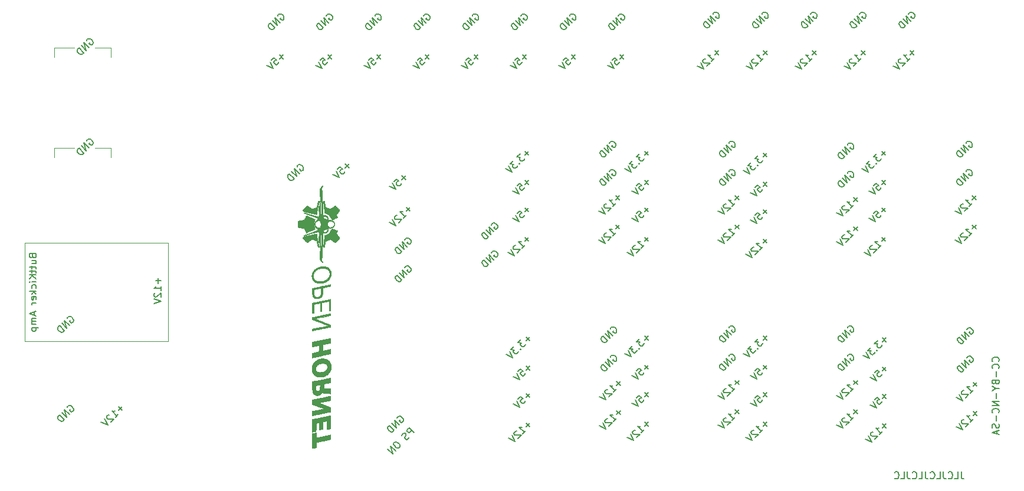
<source format=gbr>
%TF.GenerationSoftware,KiCad,Pcbnew,(5.1.12-1-10_14)*%
%TF.CreationDate,2021-11-27T15:53:19+11:00*%
%TF.ProjectId,ATX_PSU_Board,4154585f-5053-4555-9f42-6f6172642e6b,rev?*%
%TF.SameCoordinates,Original*%
%TF.FileFunction,Legend,Bot*%
%TF.FilePolarity,Positive*%
%FSLAX46Y46*%
G04 Gerber Fmt 4.6, Leading zero omitted, Abs format (unit mm)*
G04 Created by KiCad (PCBNEW (5.1.12-1-10_14)) date 2021-11-27 15:53:19*
%MOMM*%
%LPD*%
G01*
G04 APERTURE LIST*
%ADD10C,0.150000*%
%ADD11C,0.120000*%
%ADD12C,0.010000*%
G04 APERTURE END LIST*
D10*
X179057142Y-106795238D02*
X179104761Y-106747619D01*
X179152380Y-106604761D01*
X179152380Y-106509523D01*
X179104761Y-106366666D01*
X179009523Y-106271428D01*
X178914285Y-106223809D01*
X178723809Y-106176190D01*
X178580952Y-106176190D01*
X178390476Y-106223809D01*
X178295238Y-106271428D01*
X178200000Y-106366666D01*
X178152380Y-106509523D01*
X178152380Y-106604761D01*
X178200000Y-106747619D01*
X178247619Y-106795238D01*
X179057142Y-107795238D02*
X179104761Y-107747619D01*
X179152380Y-107604761D01*
X179152380Y-107509523D01*
X179104761Y-107366666D01*
X179009523Y-107271428D01*
X178914285Y-107223809D01*
X178723809Y-107176190D01*
X178580952Y-107176190D01*
X178390476Y-107223809D01*
X178295238Y-107271428D01*
X178200000Y-107366666D01*
X178152380Y-107509523D01*
X178152380Y-107604761D01*
X178200000Y-107747619D01*
X178247619Y-107795238D01*
X178771428Y-108223809D02*
X178771428Y-108985714D01*
X178628571Y-109795238D02*
X178676190Y-109938095D01*
X178723809Y-109985714D01*
X178819047Y-110033333D01*
X178961904Y-110033333D01*
X179057142Y-109985714D01*
X179104761Y-109938095D01*
X179152380Y-109842857D01*
X179152380Y-109461904D01*
X178152380Y-109461904D01*
X178152380Y-109795238D01*
X178200000Y-109890476D01*
X178247619Y-109938095D01*
X178342857Y-109985714D01*
X178438095Y-109985714D01*
X178533333Y-109938095D01*
X178580952Y-109890476D01*
X178628571Y-109795238D01*
X178628571Y-109461904D01*
X178676190Y-110652380D02*
X179152380Y-110652380D01*
X178152380Y-110319047D02*
X178676190Y-110652380D01*
X178152380Y-110985714D01*
X178771428Y-111319047D02*
X178771428Y-112080952D01*
X179152380Y-112557142D02*
X178152380Y-112557142D01*
X179152380Y-113128571D01*
X178152380Y-113128571D01*
X179057142Y-114176190D02*
X179104761Y-114128571D01*
X179152380Y-113985714D01*
X179152380Y-113890476D01*
X179104761Y-113747619D01*
X179009523Y-113652380D01*
X178914285Y-113604761D01*
X178723809Y-113557142D01*
X178580952Y-113557142D01*
X178390476Y-113604761D01*
X178295238Y-113652380D01*
X178200000Y-113747619D01*
X178152380Y-113890476D01*
X178152380Y-113985714D01*
X178200000Y-114128571D01*
X178247619Y-114176190D01*
X178771428Y-114604761D02*
X178771428Y-115366666D01*
X179104761Y-115795238D02*
X179152380Y-115938095D01*
X179152380Y-116176190D01*
X179104761Y-116271428D01*
X179057142Y-116319047D01*
X178961904Y-116366666D01*
X178866666Y-116366666D01*
X178771428Y-116319047D01*
X178723809Y-116271428D01*
X178676190Y-116176190D01*
X178628571Y-115985714D01*
X178580952Y-115890476D01*
X178533333Y-115842857D01*
X178438095Y-115795238D01*
X178342857Y-115795238D01*
X178247619Y-115842857D01*
X178200000Y-115890476D01*
X178152380Y-115985714D01*
X178152380Y-116223809D01*
X178200000Y-116366666D01*
X178866666Y-116747619D02*
X178866666Y-117223809D01*
X179152380Y-116652380D02*
X178152380Y-116985714D01*
X179152380Y-117319047D01*
D11*
X43500000Y-63100000D02*
X43500000Y-61700000D01*
X43500000Y-61700000D02*
X46400000Y-61700000D01*
X49400000Y-61700000D02*
X51700000Y-61700000D01*
X51700000Y-61700000D02*
X51700000Y-63100000D01*
D10*
X48185194Y-60707698D02*
X48218866Y-60606683D01*
X48319881Y-60505668D01*
X48454568Y-60438324D01*
X48589255Y-60438324D01*
X48690270Y-60471996D01*
X48858629Y-60573011D01*
X48959644Y-60674026D01*
X49060660Y-60842385D01*
X49094331Y-60943400D01*
X49094331Y-61078087D01*
X49026988Y-61212774D01*
X48959644Y-61280118D01*
X48824957Y-61347461D01*
X48757614Y-61347461D01*
X48521912Y-61111759D01*
X48656599Y-60977072D01*
X48521912Y-61717851D02*
X47814805Y-61010744D01*
X48117851Y-62121912D01*
X47410744Y-61414805D01*
X47781133Y-62458629D02*
X47074026Y-61751522D01*
X46905668Y-61919881D01*
X46838324Y-62054568D01*
X46838324Y-62189255D01*
X46871996Y-62290270D01*
X46973011Y-62458629D01*
X47074026Y-62559644D01*
X47242385Y-62660660D01*
X47343400Y-62694331D01*
X47478087Y-62694331D01*
X47612774Y-62626988D01*
X47781133Y-62458629D01*
X48185194Y-75107698D02*
X48218866Y-75006683D01*
X48319881Y-74905668D01*
X48454568Y-74838324D01*
X48589255Y-74838324D01*
X48690270Y-74871996D01*
X48858629Y-74973011D01*
X48959644Y-75074026D01*
X49060660Y-75242385D01*
X49094331Y-75343400D01*
X49094331Y-75478087D01*
X49026988Y-75612774D01*
X48959644Y-75680118D01*
X48824957Y-75747461D01*
X48757614Y-75747461D01*
X48521912Y-75511759D01*
X48656599Y-75377072D01*
X48521912Y-76117851D02*
X47814805Y-75410744D01*
X48117851Y-76521912D01*
X47410744Y-75814805D01*
X47781133Y-76858629D02*
X47074026Y-76151522D01*
X46905668Y-76319881D01*
X46838324Y-76454568D01*
X46838324Y-76589255D01*
X46871996Y-76690270D01*
X46973011Y-76858629D01*
X47074026Y-76959644D01*
X47242385Y-77060660D01*
X47343400Y-77094331D01*
X47478087Y-77094331D01*
X47612774Y-77026988D01*
X47781133Y-76858629D01*
D11*
X49400000Y-76100000D02*
X51700000Y-76100000D01*
X51700000Y-76100000D02*
X51700000Y-77500000D01*
X43500000Y-76100000D02*
X46400000Y-76100000D01*
X43500000Y-77500000D02*
X43500000Y-76100000D01*
D10*
X173719047Y-122652380D02*
X173719047Y-123366666D01*
X173766666Y-123509523D01*
X173861904Y-123604761D01*
X174004761Y-123652380D01*
X174100000Y-123652380D01*
X172766666Y-123652380D02*
X173242857Y-123652380D01*
X173242857Y-122652380D01*
X171861904Y-123557142D02*
X171909523Y-123604761D01*
X172052380Y-123652380D01*
X172147619Y-123652380D01*
X172290476Y-123604761D01*
X172385714Y-123509523D01*
X172433333Y-123414285D01*
X172480952Y-123223809D01*
X172480952Y-123080952D01*
X172433333Y-122890476D01*
X172385714Y-122795238D01*
X172290476Y-122700000D01*
X172147619Y-122652380D01*
X172052380Y-122652380D01*
X171909523Y-122700000D01*
X171861904Y-122747619D01*
X171147619Y-122652380D02*
X171147619Y-123366666D01*
X171195238Y-123509523D01*
X171290476Y-123604761D01*
X171433333Y-123652380D01*
X171528571Y-123652380D01*
X170195238Y-123652380D02*
X170671428Y-123652380D01*
X170671428Y-122652380D01*
X169290476Y-123557142D02*
X169338095Y-123604761D01*
X169480952Y-123652380D01*
X169576190Y-123652380D01*
X169719047Y-123604761D01*
X169814285Y-123509523D01*
X169861904Y-123414285D01*
X169909523Y-123223809D01*
X169909523Y-123080952D01*
X169861904Y-122890476D01*
X169814285Y-122795238D01*
X169719047Y-122700000D01*
X169576190Y-122652380D01*
X169480952Y-122652380D01*
X169338095Y-122700000D01*
X169290476Y-122747619D01*
X168576190Y-122652380D02*
X168576190Y-123366666D01*
X168623809Y-123509523D01*
X168719047Y-123604761D01*
X168861904Y-123652380D01*
X168957142Y-123652380D01*
X167623809Y-123652380D02*
X168100000Y-123652380D01*
X168100000Y-122652380D01*
X166719047Y-123557142D02*
X166766666Y-123604761D01*
X166909523Y-123652380D01*
X167004761Y-123652380D01*
X167147619Y-123604761D01*
X167242857Y-123509523D01*
X167290476Y-123414285D01*
X167338095Y-123223809D01*
X167338095Y-123080952D01*
X167290476Y-122890476D01*
X167242857Y-122795238D01*
X167147619Y-122700000D01*
X167004761Y-122652380D01*
X166909523Y-122652380D01*
X166766666Y-122700000D01*
X166719047Y-122747619D01*
X166004761Y-122652380D02*
X166004761Y-123366666D01*
X166052380Y-123509523D01*
X166147619Y-123604761D01*
X166290476Y-123652380D01*
X166385714Y-123652380D01*
X165052380Y-123652380D02*
X165528571Y-123652380D01*
X165528571Y-122652380D01*
X164147619Y-123557142D02*
X164195238Y-123604761D01*
X164338095Y-123652380D01*
X164433333Y-123652380D01*
X164576190Y-123604761D01*
X164671428Y-123509523D01*
X164719047Y-123414285D01*
X164766666Y-123223809D01*
X164766666Y-123080952D01*
X164719047Y-122890476D01*
X164671428Y-122795238D01*
X164576190Y-122700000D01*
X164433333Y-122652380D01*
X164338095Y-122652380D01*
X164195238Y-122700000D01*
X164147619Y-122747619D01*
X166931645Y-62177652D02*
X166392897Y-62716400D01*
X166931645Y-62716400D02*
X166392897Y-62177652D01*
X165955164Y-63692881D02*
X166359225Y-63288820D01*
X166157195Y-63490851D02*
X165450088Y-62783744D01*
X165618447Y-62817416D01*
X165753134Y-62817416D01*
X165854149Y-62783744D01*
X165046027Y-63322492D02*
X164978683Y-63322492D01*
X164877668Y-63356164D01*
X164709309Y-63524522D01*
X164675638Y-63625538D01*
X164675638Y-63692881D01*
X164709309Y-63793896D01*
X164776653Y-63861240D01*
X164911340Y-63928583D01*
X165719462Y-63928583D01*
X165281729Y-64366316D01*
X164372592Y-63861240D02*
X164843996Y-64804049D01*
X163901187Y-64332644D01*
X166157194Y-56892698D02*
X166190866Y-56791683D01*
X166291881Y-56690668D01*
X166426568Y-56623324D01*
X166561255Y-56623324D01*
X166662270Y-56656996D01*
X166830629Y-56758011D01*
X166931644Y-56859026D01*
X167032660Y-57027385D01*
X167066331Y-57128400D01*
X167066331Y-57263087D01*
X166998988Y-57397774D01*
X166931644Y-57465118D01*
X166796957Y-57532461D01*
X166729614Y-57532461D01*
X166493912Y-57296759D01*
X166628599Y-57162072D01*
X166493912Y-57902851D02*
X165786805Y-57195744D01*
X166089851Y-58306912D01*
X165382744Y-57599805D01*
X165753133Y-58643629D02*
X165046026Y-57936522D01*
X164877668Y-58104881D01*
X164810324Y-58239568D01*
X164810324Y-58374255D01*
X164843996Y-58475270D01*
X164945011Y-58643629D01*
X165046026Y-58744644D01*
X165214385Y-58845660D01*
X165315400Y-58879331D01*
X165450087Y-58879331D01*
X165584774Y-58811988D01*
X165753133Y-58643629D01*
X159914895Y-62177652D02*
X159376147Y-62716400D01*
X159914895Y-62716400D02*
X159376147Y-62177652D01*
X158938414Y-63692881D02*
X159342475Y-63288820D01*
X159140445Y-63490851D02*
X158433338Y-62783744D01*
X158601697Y-62817416D01*
X158736384Y-62817416D01*
X158837399Y-62783744D01*
X158029277Y-63322492D02*
X157961933Y-63322492D01*
X157860918Y-63356164D01*
X157692559Y-63524522D01*
X157658888Y-63625538D01*
X157658888Y-63692881D01*
X157692559Y-63793896D01*
X157759903Y-63861240D01*
X157894590Y-63928583D01*
X158702712Y-63928583D01*
X158264979Y-64366316D01*
X157355842Y-63861240D02*
X157827246Y-64804049D01*
X156884437Y-64332644D01*
X159140444Y-56892698D02*
X159174116Y-56791683D01*
X159275131Y-56690668D01*
X159409818Y-56623324D01*
X159544505Y-56623324D01*
X159645520Y-56656996D01*
X159813879Y-56758011D01*
X159914894Y-56859026D01*
X160015910Y-57027385D01*
X160049581Y-57128400D01*
X160049581Y-57263087D01*
X159982238Y-57397774D01*
X159914894Y-57465118D01*
X159780207Y-57532461D01*
X159712864Y-57532461D01*
X159477162Y-57296759D01*
X159611849Y-57162072D01*
X159477162Y-57902851D02*
X158770055Y-57195744D01*
X159073101Y-58306912D01*
X158365994Y-57599805D01*
X158736383Y-58643629D02*
X158029276Y-57936522D01*
X157860918Y-58104881D01*
X157793574Y-58239568D01*
X157793574Y-58374255D01*
X157827246Y-58475270D01*
X157928261Y-58643629D01*
X158029276Y-58744644D01*
X158197635Y-58845660D01*
X158298650Y-58879331D01*
X158433337Y-58879331D01*
X158568024Y-58811988D01*
X158736383Y-58643629D01*
X152898145Y-62177652D02*
X152359397Y-62716400D01*
X152898145Y-62716400D02*
X152359397Y-62177652D01*
X151921664Y-63692881D02*
X152325725Y-63288820D01*
X152123695Y-63490851D02*
X151416588Y-62783744D01*
X151584947Y-62817416D01*
X151719634Y-62817416D01*
X151820649Y-62783744D01*
X151012527Y-63322492D02*
X150945183Y-63322492D01*
X150844168Y-63356164D01*
X150675809Y-63524522D01*
X150642138Y-63625538D01*
X150642138Y-63692881D01*
X150675809Y-63793896D01*
X150743153Y-63861240D01*
X150877840Y-63928583D01*
X151685962Y-63928583D01*
X151248229Y-64366316D01*
X150339092Y-63861240D02*
X150810496Y-64804049D01*
X149867687Y-64332644D01*
X152123694Y-56892698D02*
X152157366Y-56791683D01*
X152258381Y-56690668D01*
X152393068Y-56623324D01*
X152527755Y-56623324D01*
X152628770Y-56656996D01*
X152797129Y-56758011D01*
X152898144Y-56859026D01*
X152999160Y-57027385D01*
X153032831Y-57128400D01*
X153032831Y-57263087D01*
X152965488Y-57397774D01*
X152898144Y-57465118D01*
X152763457Y-57532461D01*
X152696114Y-57532461D01*
X152460412Y-57296759D01*
X152595099Y-57162072D01*
X152460412Y-57902851D02*
X151753305Y-57195744D01*
X152056351Y-58306912D01*
X151349244Y-57599805D01*
X151719633Y-58643629D02*
X151012526Y-57936522D01*
X150844168Y-58104881D01*
X150776824Y-58239568D01*
X150776824Y-58374255D01*
X150810496Y-58475270D01*
X150911511Y-58643629D01*
X151012526Y-58744644D01*
X151180885Y-58845660D01*
X151281900Y-58879331D01*
X151416587Y-58879331D01*
X151551274Y-58811988D01*
X151719633Y-58643629D01*
X145881395Y-62177652D02*
X145342647Y-62716400D01*
X145881395Y-62716400D02*
X145342647Y-62177652D01*
X144904914Y-63692881D02*
X145308975Y-63288820D01*
X145106945Y-63490851D02*
X144399838Y-62783744D01*
X144568197Y-62817416D01*
X144702884Y-62817416D01*
X144803899Y-62783744D01*
X143995777Y-63322492D02*
X143928433Y-63322492D01*
X143827418Y-63356164D01*
X143659059Y-63524522D01*
X143625388Y-63625538D01*
X143625388Y-63692881D01*
X143659059Y-63793896D01*
X143726403Y-63861240D01*
X143861090Y-63928583D01*
X144669212Y-63928583D01*
X144231479Y-64366316D01*
X143322342Y-63861240D02*
X143793746Y-64804049D01*
X142850937Y-64332644D01*
X145106944Y-56892698D02*
X145140616Y-56791683D01*
X145241631Y-56690668D01*
X145376318Y-56623324D01*
X145511005Y-56623324D01*
X145612020Y-56656996D01*
X145780379Y-56758011D01*
X145881394Y-56859026D01*
X145982410Y-57027385D01*
X146016081Y-57128400D01*
X146016081Y-57263087D01*
X145948738Y-57397774D01*
X145881394Y-57465118D01*
X145746707Y-57532461D01*
X145679364Y-57532461D01*
X145443662Y-57296759D01*
X145578349Y-57162072D01*
X145443662Y-57902851D02*
X144736555Y-57195744D01*
X145039601Y-58306912D01*
X144332494Y-57599805D01*
X144702883Y-58643629D02*
X143995776Y-57936522D01*
X143827418Y-58104881D01*
X143760074Y-58239568D01*
X143760074Y-58374255D01*
X143793746Y-58475270D01*
X143894761Y-58643629D01*
X143995776Y-58744644D01*
X144164135Y-58845660D01*
X144265150Y-58879331D01*
X144399837Y-58879331D01*
X144534524Y-58811988D01*
X144702883Y-58643629D01*
X138090194Y-56892698D02*
X138123866Y-56791683D01*
X138224881Y-56690668D01*
X138359568Y-56623324D01*
X138494255Y-56623324D01*
X138595270Y-56656996D01*
X138763629Y-56758011D01*
X138864644Y-56859026D01*
X138965660Y-57027385D01*
X138999331Y-57128400D01*
X138999331Y-57263087D01*
X138931988Y-57397774D01*
X138864644Y-57465118D01*
X138729957Y-57532461D01*
X138662614Y-57532461D01*
X138426912Y-57296759D01*
X138561599Y-57162072D01*
X138426912Y-57902851D02*
X137719805Y-57195744D01*
X138022851Y-58306912D01*
X137315744Y-57599805D01*
X137686133Y-58643629D02*
X136979026Y-57936522D01*
X136810668Y-58104881D01*
X136743324Y-58239568D01*
X136743324Y-58374255D01*
X136776996Y-58475270D01*
X136878011Y-58643629D01*
X136979026Y-58744644D01*
X137147385Y-58845660D01*
X137248400Y-58879331D01*
X137383087Y-58879331D01*
X137517774Y-58811988D01*
X137686133Y-58643629D01*
X138864645Y-62177652D02*
X138325897Y-62716400D01*
X138864645Y-62716400D02*
X138325897Y-62177652D01*
X137888164Y-63692881D02*
X138292225Y-63288820D01*
X138090195Y-63490851D02*
X137383088Y-62783744D01*
X137551447Y-62817416D01*
X137686134Y-62817416D01*
X137787149Y-62783744D01*
X136979027Y-63322492D02*
X136911683Y-63322492D01*
X136810668Y-63356164D01*
X136642309Y-63524522D01*
X136608638Y-63625538D01*
X136608638Y-63692881D01*
X136642309Y-63793896D01*
X136709653Y-63861240D01*
X136844340Y-63928583D01*
X137652462Y-63928583D01*
X137214729Y-64366316D01*
X136305592Y-63861240D02*
X136776996Y-64804049D01*
X135834187Y-64332644D01*
X124501194Y-57146698D02*
X124534866Y-57045683D01*
X124635881Y-56944668D01*
X124770568Y-56877324D01*
X124905255Y-56877324D01*
X125006270Y-56910996D01*
X125174629Y-57012011D01*
X125275644Y-57113026D01*
X125376660Y-57281385D01*
X125410331Y-57382400D01*
X125410331Y-57517087D01*
X125342988Y-57651774D01*
X125275644Y-57719118D01*
X125140957Y-57786461D01*
X125073614Y-57786461D01*
X124837912Y-57550759D01*
X124972599Y-57416072D01*
X124837912Y-58156851D02*
X124130805Y-57449744D01*
X124433851Y-58560912D01*
X123726744Y-57853805D01*
X124097133Y-58897629D02*
X123390026Y-58190522D01*
X123221668Y-58358881D01*
X123154324Y-58493568D01*
X123154324Y-58628255D01*
X123187996Y-58729270D01*
X123289011Y-58897629D01*
X123390026Y-58998644D01*
X123558385Y-59099660D01*
X123659400Y-59133331D01*
X123794087Y-59133331D01*
X123928774Y-59065988D01*
X124097133Y-58897629D01*
X125275644Y-62768370D02*
X124736896Y-63307118D01*
X125275644Y-63307118D02*
X124736896Y-62768370D01*
X123625729Y-63542820D02*
X123962446Y-63206103D01*
X124332835Y-63509148D01*
X124265492Y-63509148D01*
X124164477Y-63542820D01*
X123996118Y-63711179D01*
X123962446Y-63812194D01*
X123962446Y-63879538D01*
X123996118Y-63980553D01*
X124164477Y-64148912D01*
X124265492Y-64182583D01*
X124332835Y-64182583D01*
X124433851Y-64148912D01*
X124602209Y-63980553D01*
X124635881Y-63879538D01*
X124635881Y-63812194D01*
X123390026Y-63778522D02*
X123861431Y-64721331D01*
X122918622Y-64249927D01*
X117516194Y-57146698D02*
X117549866Y-57045683D01*
X117650881Y-56944668D01*
X117785568Y-56877324D01*
X117920255Y-56877324D01*
X118021270Y-56910996D01*
X118189629Y-57012011D01*
X118290644Y-57113026D01*
X118391660Y-57281385D01*
X118425331Y-57382400D01*
X118425331Y-57517087D01*
X118357988Y-57651774D01*
X118290644Y-57719118D01*
X118155957Y-57786461D01*
X118088614Y-57786461D01*
X117852912Y-57550759D01*
X117987599Y-57416072D01*
X117852912Y-58156851D02*
X117145805Y-57449744D01*
X117448851Y-58560912D01*
X116741744Y-57853805D01*
X117112133Y-58897629D02*
X116405026Y-58190522D01*
X116236668Y-58358881D01*
X116169324Y-58493568D01*
X116169324Y-58628255D01*
X116202996Y-58729270D01*
X116304011Y-58897629D01*
X116405026Y-58998644D01*
X116573385Y-59099660D01*
X116674400Y-59133331D01*
X116809087Y-59133331D01*
X116943774Y-59065988D01*
X117112133Y-58897629D01*
X118290644Y-62768370D02*
X117751896Y-63307118D01*
X118290644Y-63307118D02*
X117751896Y-62768370D01*
X116640729Y-63542820D02*
X116977446Y-63206103D01*
X117347835Y-63509148D01*
X117280492Y-63509148D01*
X117179477Y-63542820D01*
X117011118Y-63711179D01*
X116977446Y-63812194D01*
X116977446Y-63879538D01*
X117011118Y-63980553D01*
X117179477Y-64148912D01*
X117280492Y-64182583D01*
X117347835Y-64182583D01*
X117448851Y-64148912D01*
X117617209Y-63980553D01*
X117650881Y-63879538D01*
X117650881Y-63812194D01*
X116405026Y-63778522D02*
X116876431Y-64721331D01*
X115933622Y-64249927D01*
X110531194Y-57146698D02*
X110564866Y-57045683D01*
X110665881Y-56944668D01*
X110800568Y-56877324D01*
X110935255Y-56877324D01*
X111036270Y-56910996D01*
X111204629Y-57012011D01*
X111305644Y-57113026D01*
X111406660Y-57281385D01*
X111440331Y-57382400D01*
X111440331Y-57517087D01*
X111372988Y-57651774D01*
X111305644Y-57719118D01*
X111170957Y-57786461D01*
X111103614Y-57786461D01*
X110867912Y-57550759D01*
X111002599Y-57416072D01*
X110867912Y-58156851D02*
X110160805Y-57449744D01*
X110463851Y-58560912D01*
X109756744Y-57853805D01*
X110127133Y-58897629D02*
X109420026Y-58190522D01*
X109251668Y-58358881D01*
X109184324Y-58493568D01*
X109184324Y-58628255D01*
X109217996Y-58729270D01*
X109319011Y-58897629D01*
X109420026Y-58998644D01*
X109588385Y-59099660D01*
X109689400Y-59133331D01*
X109824087Y-59133331D01*
X109958774Y-59065988D01*
X110127133Y-58897629D01*
X111305644Y-62768370D02*
X110766896Y-63307118D01*
X111305644Y-63307118D02*
X110766896Y-62768370D01*
X109655729Y-63542820D02*
X109992446Y-63206103D01*
X110362835Y-63509148D01*
X110295492Y-63509148D01*
X110194477Y-63542820D01*
X110026118Y-63711179D01*
X109992446Y-63812194D01*
X109992446Y-63879538D01*
X110026118Y-63980553D01*
X110194477Y-64148912D01*
X110295492Y-64182583D01*
X110362835Y-64182583D01*
X110463851Y-64148912D01*
X110632209Y-63980553D01*
X110665881Y-63879538D01*
X110665881Y-63812194D01*
X109420026Y-63778522D02*
X109891431Y-64721331D01*
X108948622Y-64249927D01*
X103546194Y-57146698D02*
X103579866Y-57045683D01*
X103680881Y-56944668D01*
X103815568Y-56877324D01*
X103950255Y-56877324D01*
X104051270Y-56910996D01*
X104219629Y-57012011D01*
X104320644Y-57113026D01*
X104421660Y-57281385D01*
X104455331Y-57382400D01*
X104455331Y-57517087D01*
X104387988Y-57651774D01*
X104320644Y-57719118D01*
X104185957Y-57786461D01*
X104118614Y-57786461D01*
X103882912Y-57550759D01*
X104017599Y-57416072D01*
X103882912Y-58156851D02*
X103175805Y-57449744D01*
X103478851Y-58560912D01*
X102771744Y-57853805D01*
X103142133Y-58897629D02*
X102435026Y-58190522D01*
X102266668Y-58358881D01*
X102199324Y-58493568D01*
X102199324Y-58628255D01*
X102232996Y-58729270D01*
X102334011Y-58897629D01*
X102435026Y-58998644D01*
X102603385Y-59099660D01*
X102704400Y-59133331D01*
X102839087Y-59133331D01*
X102973774Y-59065988D01*
X103142133Y-58897629D01*
X104320644Y-62768370D02*
X103781896Y-63307118D01*
X104320644Y-63307118D02*
X103781896Y-62768370D01*
X102670729Y-63542820D02*
X103007446Y-63206103D01*
X103377835Y-63509148D01*
X103310492Y-63509148D01*
X103209477Y-63542820D01*
X103041118Y-63711179D01*
X103007446Y-63812194D01*
X103007446Y-63879538D01*
X103041118Y-63980553D01*
X103209477Y-64148912D01*
X103310492Y-64182583D01*
X103377835Y-64182583D01*
X103478851Y-64148912D01*
X103647209Y-63980553D01*
X103680881Y-63879538D01*
X103680881Y-63812194D01*
X102435026Y-63778522D02*
X102906431Y-64721331D01*
X101963622Y-64249927D01*
X96561194Y-57146698D02*
X96594866Y-57045683D01*
X96695881Y-56944668D01*
X96830568Y-56877324D01*
X96965255Y-56877324D01*
X97066270Y-56910996D01*
X97234629Y-57012011D01*
X97335644Y-57113026D01*
X97436660Y-57281385D01*
X97470331Y-57382400D01*
X97470331Y-57517087D01*
X97402988Y-57651774D01*
X97335644Y-57719118D01*
X97200957Y-57786461D01*
X97133614Y-57786461D01*
X96897912Y-57550759D01*
X97032599Y-57416072D01*
X96897912Y-58156851D02*
X96190805Y-57449744D01*
X96493851Y-58560912D01*
X95786744Y-57853805D01*
X96157133Y-58897629D02*
X95450026Y-58190522D01*
X95281668Y-58358881D01*
X95214324Y-58493568D01*
X95214324Y-58628255D01*
X95247996Y-58729270D01*
X95349011Y-58897629D01*
X95450026Y-58998644D01*
X95618385Y-59099660D01*
X95719400Y-59133331D01*
X95854087Y-59133331D01*
X95988774Y-59065988D01*
X96157133Y-58897629D01*
X97335644Y-62768370D02*
X96796896Y-63307118D01*
X97335644Y-63307118D02*
X96796896Y-62768370D01*
X95685729Y-63542820D02*
X96022446Y-63206103D01*
X96392835Y-63509148D01*
X96325492Y-63509148D01*
X96224477Y-63542820D01*
X96056118Y-63711179D01*
X96022446Y-63812194D01*
X96022446Y-63879538D01*
X96056118Y-63980553D01*
X96224477Y-64148912D01*
X96325492Y-64182583D01*
X96392835Y-64182583D01*
X96493851Y-64148912D01*
X96662209Y-63980553D01*
X96695881Y-63879538D01*
X96695881Y-63812194D01*
X95450026Y-63778522D02*
X95921431Y-64721331D01*
X94978622Y-64249927D01*
X89576194Y-57146698D02*
X89609866Y-57045683D01*
X89710881Y-56944668D01*
X89845568Y-56877324D01*
X89980255Y-56877324D01*
X90081270Y-56910996D01*
X90249629Y-57012011D01*
X90350644Y-57113026D01*
X90451660Y-57281385D01*
X90485331Y-57382400D01*
X90485331Y-57517087D01*
X90417988Y-57651774D01*
X90350644Y-57719118D01*
X90215957Y-57786461D01*
X90148614Y-57786461D01*
X89912912Y-57550759D01*
X90047599Y-57416072D01*
X89912912Y-58156851D02*
X89205805Y-57449744D01*
X89508851Y-58560912D01*
X88801744Y-57853805D01*
X89172133Y-58897629D02*
X88465026Y-58190522D01*
X88296668Y-58358881D01*
X88229324Y-58493568D01*
X88229324Y-58628255D01*
X88262996Y-58729270D01*
X88364011Y-58897629D01*
X88465026Y-58998644D01*
X88633385Y-59099660D01*
X88734400Y-59133331D01*
X88869087Y-59133331D01*
X89003774Y-59065988D01*
X89172133Y-58897629D01*
X90350644Y-62768370D02*
X89811896Y-63307118D01*
X90350644Y-63307118D02*
X89811896Y-62768370D01*
X88700729Y-63542820D02*
X89037446Y-63206103D01*
X89407835Y-63509148D01*
X89340492Y-63509148D01*
X89239477Y-63542820D01*
X89071118Y-63711179D01*
X89037446Y-63812194D01*
X89037446Y-63879538D01*
X89071118Y-63980553D01*
X89239477Y-64148912D01*
X89340492Y-64182583D01*
X89407835Y-64182583D01*
X89508851Y-64148912D01*
X89677209Y-63980553D01*
X89710881Y-63879538D01*
X89710881Y-63812194D01*
X88465026Y-63778522D02*
X88936431Y-64721331D01*
X87993622Y-64249927D01*
X82591194Y-57146698D02*
X82624866Y-57045683D01*
X82725881Y-56944668D01*
X82860568Y-56877324D01*
X82995255Y-56877324D01*
X83096270Y-56910996D01*
X83264629Y-57012011D01*
X83365644Y-57113026D01*
X83466660Y-57281385D01*
X83500331Y-57382400D01*
X83500331Y-57517087D01*
X83432988Y-57651774D01*
X83365644Y-57719118D01*
X83230957Y-57786461D01*
X83163614Y-57786461D01*
X82927912Y-57550759D01*
X83062599Y-57416072D01*
X82927912Y-58156851D02*
X82220805Y-57449744D01*
X82523851Y-58560912D01*
X81816744Y-57853805D01*
X82187133Y-58897629D02*
X81480026Y-58190522D01*
X81311668Y-58358881D01*
X81244324Y-58493568D01*
X81244324Y-58628255D01*
X81277996Y-58729270D01*
X81379011Y-58897629D01*
X81480026Y-58998644D01*
X81648385Y-59099660D01*
X81749400Y-59133331D01*
X81884087Y-59133331D01*
X82018774Y-59065988D01*
X82187133Y-58897629D01*
X83365644Y-62768370D02*
X82826896Y-63307118D01*
X83365644Y-63307118D02*
X82826896Y-62768370D01*
X81715729Y-63542820D02*
X82052446Y-63206103D01*
X82422835Y-63509148D01*
X82355492Y-63509148D01*
X82254477Y-63542820D01*
X82086118Y-63711179D01*
X82052446Y-63812194D01*
X82052446Y-63879538D01*
X82086118Y-63980553D01*
X82254477Y-64148912D01*
X82355492Y-64182583D01*
X82422835Y-64182583D01*
X82523851Y-64148912D01*
X82692209Y-63980553D01*
X82725881Y-63879538D01*
X82725881Y-63812194D01*
X81480026Y-63778522D02*
X81951431Y-64721331D01*
X81008622Y-64249927D01*
X76380644Y-62768370D02*
X75841896Y-63307118D01*
X76380644Y-63307118D02*
X75841896Y-62768370D01*
X74730729Y-63542820D02*
X75067446Y-63206103D01*
X75437835Y-63509148D01*
X75370492Y-63509148D01*
X75269477Y-63542820D01*
X75101118Y-63711179D01*
X75067446Y-63812194D01*
X75067446Y-63879538D01*
X75101118Y-63980553D01*
X75269477Y-64148912D01*
X75370492Y-64182583D01*
X75437835Y-64182583D01*
X75538851Y-64148912D01*
X75707209Y-63980553D01*
X75740881Y-63879538D01*
X75740881Y-63812194D01*
X74495026Y-63778522D02*
X74966431Y-64721331D01*
X74023622Y-64249927D01*
X75606194Y-57146698D02*
X75639866Y-57045683D01*
X75740881Y-56944668D01*
X75875568Y-56877324D01*
X76010255Y-56877324D01*
X76111270Y-56910996D01*
X76279629Y-57012011D01*
X76380644Y-57113026D01*
X76481660Y-57281385D01*
X76515331Y-57382400D01*
X76515331Y-57517087D01*
X76447988Y-57651774D01*
X76380644Y-57719118D01*
X76245957Y-57786461D01*
X76178614Y-57786461D01*
X75942912Y-57550759D01*
X76077599Y-57416072D01*
X75942912Y-58156851D02*
X75235805Y-57449744D01*
X75538851Y-58560912D01*
X74831744Y-57853805D01*
X75202133Y-58897629D02*
X74495026Y-58190522D01*
X74326668Y-58358881D01*
X74259324Y-58493568D01*
X74259324Y-58628255D01*
X74292996Y-58729270D01*
X74394011Y-58897629D01*
X74495026Y-58998644D01*
X74663385Y-59099660D01*
X74764400Y-59133331D01*
X74899087Y-59133331D01*
X75033774Y-59065988D01*
X75202133Y-58897629D01*
X78385194Y-78807698D02*
X78418866Y-78706683D01*
X78519881Y-78605668D01*
X78654568Y-78538324D01*
X78789255Y-78538324D01*
X78890270Y-78571996D01*
X79058629Y-78673011D01*
X79159644Y-78774026D01*
X79260660Y-78942385D01*
X79294331Y-79043400D01*
X79294331Y-79178087D01*
X79226988Y-79312774D01*
X79159644Y-79380118D01*
X79024957Y-79447461D01*
X78957614Y-79447461D01*
X78721912Y-79211759D01*
X78856599Y-79077072D01*
X78721912Y-79817851D02*
X78014805Y-79110744D01*
X78317851Y-80221912D01*
X77610744Y-79514805D01*
X77981133Y-80558629D02*
X77274026Y-79851522D01*
X77105668Y-80019881D01*
X77038324Y-80154568D01*
X77038324Y-80289255D01*
X77071996Y-80390270D01*
X77173011Y-80558629D01*
X77274026Y-80659644D01*
X77442385Y-80760660D01*
X77543400Y-80794331D01*
X77678087Y-80794331D01*
X77812774Y-80726988D01*
X77981133Y-80558629D01*
X85859644Y-78441370D02*
X85320896Y-78980118D01*
X85859644Y-78980118D02*
X85320896Y-78441370D01*
X84209729Y-79215820D02*
X84546446Y-78879103D01*
X84916835Y-79182148D01*
X84849492Y-79182148D01*
X84748477Y-79215820D01*
X84580118Y-79384179D01*
X84546446Y-79485194D01*
X84546446Y-79552538D01*
X84580118Y-79653553D01*
X84748477Y-79821912D01*
X84849492Y-79855583D01*
X84916835Y-79855583D01*
X85017851Y-79821912D01*
X85186209Y-79653553D01*
X85219881Y-79552538D01*
X85219881Y-79485194D01*
X83974026Y-79451522D02*
X84445431Y-80394331D01*
X83502622Y-79922927D01*
X45385194Y-113407698D02*
X45418866Y-113306683D01*
X45519881Y-113205668D01*
X45654568Y-113138324D01*
X45789255Y-113138324D01*
X45890270Y-113171996D01*
X46058629Y-113273011D01*
X46159644Y-113374026D01*
X46260660Y-113542385D01*
X46294331Y-113643400D01*
X46294331Y-113778087D01*
X46226988Y-113912774D01*
X46159644Y-113980118D01*
X46024957Y-114047461D01*
X45957614Y-114047461D01*
X45721912Y-113811759D01*
X45856599Y-113677072D01*
X45721912Y-114417851D02*
X45014805Y-113710744D01*
X45317851Y-114821912D01*
X44610744Y-114114805D01*
X44981133Y-115158629D02*
X44274026Y-114451522D01*
X44105668Y-114619881D01*
X44038324Y-114754568D01*
X44038324Y-114889255D01*
X44071996Y-114990270D01*
X44173011Y-115158629D01*
X44274026Y-115259644D01*
X44442385Y-115360660D01*
X44543400Y-115394331D01*
X44678087Y-115394331D01*
X44812774Y-115326988D01*
X44981133Y-115158629D01*
X53296362Y-113304652D02*
X52757614Y-113843400D01*
X53296362Y-113843400D02*
X52757614Y-113304652D01*
X52319881Y-114819881D02*
X52723942Y-114415820D01*
X52521912Y-114617851D02*
X51814805Y-113910744D01*
X51983164Y-113944416D01*
X52117851Y-113944416D01*
X52218866Y-113910744D01*
X51410744Y-114449492D02*
X51343400Y-114449492D01*
X51242385Y-114483164D01*
X51074026Y-114651522D01*
X51040355Y-114752538D01*
X51040355Y-114819881D01*
X51074026Y-114920896D01*
X51141370Y-114988240D01*
X51276057Y-115055583D01*
X52084179Y-115055583D01*
X51646446Y-115493316D01*
X50737309Y-114988240D02*
X51208713Y-115931049D01*
X50265904Y-115459644D01*
X45385194Y-100607698D02*
X45418866Y-100506683D01*
X45519881Y-100405668D01*
X45654568Y-100338324D01*
X45789255Y-100338324D01*
X45890270Y-100371996D01*
X46058629Y-100473011D01*
X46159644Y-100574026D01*
X46260660Y-100742385D01*
X46294331Y-100843400D01*
X46294331Y-100978087D01*
X46226988Y-101112774D01*
X46159644Y-101180118D01*
X46024957Y-101247461D01*
X45957614Y-101247461D01*
X45721912Y-101011759D01*
X45856599Y-100877072D01*
X45721912Y-101617851D02*
X45014805Y-100910744D01*
X45317851Y-102021912D01*
X44610744Y-101314805D01*
X44981133Y-102358629D02*
X44274026Y-101651522D01*
X44105668Y-101819881D01*
X44038324Y-101954568D01*
X44038324Y-102089255D01*
X44071996Y-102190270D01*
X44173011Y-102358629D01*
X44274026Y-102459644D01*
X44442385Y-102560660D01*
X44543400Y-102594331D01*
X44678087Y-102594331D01*
X44812774Y-102526988D01*
X44981133Y-102358629D01*
X58471428Y-94838095D02*
X58471428Y-95600000D01*
X58852380Y-95219047D02*
X58090476Y-95219047D01*
X58852380Y-96600000D02*
X58852380Y-96028571D01*
X58852380Y-96314285D02*
X57852380Y-96314285D01*
X57995238Y-96219047D01*
X58090476Y-96123809D01*
X58138095Y-96028571D01*
X57947619Y-96980952D02*
X57900000Y-97028571D01*
X57852380Y-97123809D01*
X57852380Y-97361904D01*
X57900000Y-97457142D01*
X57947619Y-97504761D01*
X58042857Y-97552380D01*
X58138095Y-97552380D01*
X58280952Y-97504761D01*
X58852380Y-96933333D01*
X58852380Y-97552380D01*
X57852380Y-97838095D02*
X58852380Y-98171428D01*
X57852380Y-98504761D01*
X92751194Y-114931698D02*
X92784866Y-114830683D01*
X92885881Y-114729668D01*
X93020568Y-114662324D01*
X93155255Y-114662324D01*
X93256270Y-114695996D01*
X93424629Y-114797011D01*
X93525644Y-114898026D01*
X93626660Y-115066385D01*
X93660331Y-115167400D01*
X93660331Y-115302087D01*
X93592988Y-115436774D01*
X93525644Y-115504118D01*
X93390957Y-115571461D01*
X93323614Y-115571461D01*
X93087912Y-115335759D01*
X93222599Y-115201072D01*
X93087912Y-115941851D02*
X92380805Y-115234744D01*
X92683851Y-116345912D01*
X91976744Y-115638805D01*
X92347133Y-116682629D02*
X91640026Y-115975522D01*
X91471668Y-116143881D01*
X91404324Y-116278568D01*
X91404324Y-116413255D01*
X91437996Y-116514270D01*
X91539011Y-116682629D01*
X91640026Y-116783644D01*
X91808385Y-116884660D01*
X91909400Y-116918331D01*
X92044087Y-116918331D01*
X92178774Y-116850988D01*
X92347133Y-116682629D01*
X95179946Y-117024816D02*
X94472839Y-116317710D01*
X94203465Y-116587084D01*
X94169793Y-116688099D01*
X94169793Y-116755442D01*
X94203465Y-116856458D01*
X94304480Y-116957473D01*
X94405496Y-116991145D01*
X94472839Y-116991145D01*
X94573854Y-116957473D01*
X94843228Y-116688099D01*
X94472839Y-117664580D02*
X94405496Y-117799267D01*
X94237137Y-117967625D01*
X94136122Y-118001297D01*
X94068778Y-118001297D01*
X93967763Y-117967625D01*
X93900419Y-117900282D01*
X93866748Y-117799267D01*
X93866748Y-117731923D01*
X93900419Y-117630908D01*
X94001435Y-117462549D01*
X94035106Y-117361534D01*
X94035106Y-117294190D01*
X94001435Y-117193175D01*
X93934091Y-117125832D01*
X93833076Y-117092160D01*
X93765732Y-117092160D01*
X93664717Y-117125832D01*
X93496358Y-117294190D01*
X93429015Y-117428877D01*
X92418862Y-118371687D02*
X92284175Y-118506374D01*
X92250503Y-118607389D01*
X92250503Y-118742076D01*
X92351519Y-118910435D01*
X92587221Y-119146137D01*
X92755580Y-119247152D01*
X92890267Y-119247152D01*
X92991282Y-119213480D01*
X93125969Y-119078793D01*
X93159641Y-118977778D01*
X93159641Y-118843091D01*
X93058625Y-118674732D01*
X92822923Y-118439030D01*
X92654564Y-118338015D01*
X92519877Y-118338015D01*
X92418862Y-118371687D01*
X92519877Y-119684885D02*
X91812771Y-118977778D01*
X92115816Y-120088946D01*
X91408710Y-119381839D01*
X94624362Y-84656651D02*
X94085614Y-85195399D01*
X94624362Y-85195399D02*
X94085614Y-84656651D01*
X93647881Y-86171880D02*
X94051942Y-85767819D01*
X93849912Y-85969850D02*
X93142805Y-85262743D01*
X93311164Y-85296415D01*
X93445851Y-85296415D01*
X93546866Y-85262743D01*
X92738744Y-85801491D02*
X92671400Y-85801491D01*
X92570385Y-85835163D01*
X92402026Y-86003521D01*
X92368355Y-86104537D01*
X92368355Y-86171880D01*
X92402026Y-86272895D01*
X92469370Y-86340239D01*
X92604057Y-86407582D01*
X93412179Y-86407582D01*
X92974446Y-86845315D01*
X92065309Y-86340239D02*
X92536713Y-87283048D01*
X91593904Y-86811643D01*
X93849911Y-93341698D02*
X93883583Y-93240683D01*
X93984598Y-93139668D01*
X94119285Y-93072324D01*
X94253972Y-93072324D01*
X94354987Y-93105996D01*
X94523346Y-93207011D01*
X94624361Y-93308026D01*
X94725377Y-93476385D01*
X94759048Y-93577400D01*
X94759048Y-93712087D01*
X94691705Y-93846774D01*
X94624361Y-93914118D01*
X94489674Y-93981461D01*
X94422331Y-93981461D01*
X94186629Y-93745759D01*
X94321316Y-93611072D01*
X94186629Y-94351851D02*
X93479522Y-93644744D01*
X93782568Y-94755912D01*
X93075461Y-94048805D01*
X93445850Y-95092629D02*
X92738743Y-94385522D01*
X92570385Y-94553881D01*
X92503041Y-94688568D01*
X92503041Y-94823255D01*
X92536713Y-94924270D01*
X92637728Y-95092629D01*
X92738743Y-95193644D01*
X92907102Y-95294660D01*
X93008117Y-95328331D01*
X93142804Y-95328331D01*
X93277491Y-95260988D01*
X93445850Y-95092629D01*
X93849911Y-89319056D02*
X93883583Y-89218041D01*
X93984598Y-89117026D01*
X94119285Y-89049682D01*
X94253972Y-89049682D01*
X94354987Y-89083354D01*
X94523346Y-89184369D01*
X94624361Y-89285384D01*
X94725377Y-89453743D01*
X94759048Y-89554758D01*
X94759048Y-89689445D01*
X94691705Y-89824132D01*
X94624361Y-89891476D01*
X94489674Y-89958819D01*
X94422331Y-89958819D01*
X94186629Y-89723117D01*
X94321316Y-89588430D01*
X94186629Y-90329209D02*
X93479522Y-89622102D01*
X93782568Y-90733270D01*
X93075461Y-90026163D01*
X93445850Y-91069987D02*
X92738743Y-90362880D01*
X92570385Y-90531239D01*
X92503041Y-90665926D01*
X92503041Y-90800613D01*
X92536713Y-90901628D01*
X92637728Y-91069987D01*
X92738743Y-91171002D01*
X92907102Y-91272018D01*
X93008117Y-91305689D01*
X93142804Y-91305689D01*
X93277491Y-91238346D01*
X93445850Y-91069987D01*
X106295911Y-91182698D02*
X106329583Y-91081683D01*
X106430598Y-90980668D01*
X106565285Y-90913324D01*
X106699972Y-90913324D01*
X106800987Y-90946996D01*
X106969346Y-91048011D01*
X107070361Y-91149026D01*
X107171377Y-91317385D01*
X107205048Y-91418400D01*
X107205048Y-91553087D01*
X107137705Y-91687774D01*
X107070361Y-91755118D01*
X106935674Y-91822461D01*
X106868331Y-91822461D01*
X106632629Y-91586759D01*
X106767316Y-91452072D01*
X106632629Y-92192851D02*
X105925522Y-91485744D01*
X106228568Y-92596912D01*
X105521461Y-91889805D01*
X105891850Y-92933629D02*
X105184743Y-92226522D01*
X105016385Y-92394881D01*
X104949041Y-92529568D01*
X104949041Y-92664255D01*
X104982713Y-92765270D01*
X105083728Y-92933629D01*
X105184743Y-93034644D01*
X105353102Y-93135660D01*
X105454117Y-93169331D01*
X105588804Y-93169331D01*
X105723491Y-93101988D01*
X105891850Y-92933629D01*
X106295911Y-87182198D02*
X106329583Y-87081183D01*
X106430598Y-86980168D01*
X106565285Y-86912824D01*
X106699972Y-86912824D01*
X106800987Y-86946496D01*
X106969346Y-87047511D01*
X107070361Y-87148526D01*
X107171377Y-87316885D01*
X107205048Y-87417900D01*
X107205048Y-87552587D01*
X107137705Y-87687274D01*
X107070361Y-87754618D01*
X106935674Y-87821961D01*
X106868331Y-87821961D01*
X106632629Y-87586259D01*
X106767316Y-87451572D01*
X106632629Y-88192351D02*
X105925522Y-87485244D01*
X106228568Y-88596412D01*
X105521461Y-87889305D01*
X105891850Y-88933129D02*
X105184743Y-88226022D01*
X105016385Y-88394381D01*
X104949041Y-88529068D01*
X104949041Y-88663755D01*
X104982713Y-88764770D01*
X105083728Y-88933129D01*
X105184743Y-89034144D01*
X105353102Y-89135160D01*
X105454117Y-89168831D01*
X105588804Y-89168831D01*
X105723491Y-89101488D01*
X105891850Y-88933129D01*
X93959644Y-80141370D02*
X93420896Y-80680118D01*
X93959644Y-80680118D02*
X93420896Y-80141370D01*
X92309729Y-80915820D02*
X92646446Y-80579103D01*
X93016835Y-80882148D01*
X92949492Y-80882148D01*
X92848477Y-80915820D01*
X92680118Y-81084179D01*
X92646446Y-81185194D01*
X92646446Y-81252538D01*
X92680118Y-81353553D01*
X92848477Y-81521912D01*
X92949492Y-81555583D01*
X93016835Y-81555583D01*
X93117851Y-81521912D01*
X93286209Y-81353553D01*
X93319881Y-81252538D01*
X93319881Y-81185194D01*
X92074026Y-81151522D02*
X92545431Y-82094331D01*
X91602622Y-81622927D01*
X123358194Y-106168698D02*
X123391866Y-106067683D01*
X123492881Y-105966668D01*
X123627568Y-105899324D01*
X123762255Y-105899324D01*
X123863270Y-105932996D01*
X124031629Y-106034011D01*
X124132644Y-106135026D01*
X124233660Y-106303385D01*
X124267331Y-106404400D01*
X124267331Y-106539087D01*
X124199988Y-106673774D01*
X124132644Y-106741118D01*
X123997957Y-106808461D01*
X123930614Y-106808461D01*
X123694912Y-106572759D01*
X123829599Y-106438072D01*
X123694912Y-107178851D02*
X122987805Y-106471744D01*
X123290851Y-107582912D01*
X122583744Y-106875805D01*
X122954133Y-107919629D02*
X122247026Y-107212522D01*
X122078668Y-107380881D01*
X122011324Y-107515568D01*
X122011324Y-107650255D01*
X122044996Y-107751270D01*
X122146011Y-107919629D01*
X122247026Y-108020644D01*
X122415385Y-108121660D01*
X122516400Y-108155331D01*
X122651087Y-108155331D01*
X122785774Y-108087988D01*
X122954133Y-107919629D01*
X111769361Y-107472370D02*
X111230613Y-108011118D01*
X111769361Y-108011118D02*
X111230613Y-107472370D01*
X110119446Y-108246820D02*
X110456163Y-107910103D01*
X110826552Y-108213148D01*
X110759209Y-108213148D01*
X110658194Y-108246820D01*
X110489835Y-108415179D01*
X110456163Y-108516194D01*
X110456163Y-108583538D01*
X110489835Y-108684553D01*
X110658194Y-108852912D01*
X110759209Y-108886583D01*
X110826552Y-108886583D01*
X110927568Y-108852912D01*
X111095926Y-108684553D01*
X111129598Y-108583538D01*
X111129598Y-108516194D01*
X109883743Y-108482522D02*
X110355148Y-109425331D01*
X109412339Y-108953927D01*
X111769362Y-115644652D02*
X111230614Y-116183400D01*
X111769362Y-116183400D02*
X111230614Y-115644652D01*
X110792881Y-117159881D02*
X111196942Y-116755820D01*
X110994912Y-116957851D02*
X110287805Y-116250744D01*
X110456164Y-116284416D01*
X110590851Y-116284416D01*
X110691866Y-116250744D01*
X109883744Y-116789492D02*
X109816400Y-116789492D01*
X109715385Y-116823164D01*
X109547026Y-116991522D01*
X109513355Y-117092538D01*
X109513355Y-117159881D01*
X109547026Y-117260896D01*
X109614370Y-117328240D01*
X109749057Y-117395583D01*
X110557179Y-117395583D01*
X110119446Y-117833316D01*
X109210309Y-117328240D02*
X109681713Y-118271049D01*
X108738904Y-117799644D01*
X124806080Y-109675652D02*
X124267332Y-110214400D01*
X124806080Y-110214400D02*
X124267332Y-109675652D01*
X123829599Y-111190881D02*
X124233660Y-110786820D01*
X124031630Y-110988851D02*
X123324523Y-110281744D01*
X123492882Y-110315416D01*
X123627569Y-110315416D01*
X123728584Y-110281744D01*
X122920462Y-110820492D02*
X122853118Y-110820492D01*
X122752103Y-110854164D01*
X122583744Y-111022522D01*
X122550073Y-111123538D01*
X122550073Y-111190881D01*
X122583744Y-111291896D01*
X122651088Y-111359240D01*
X122785775Y-111426583D01*
X123593897Y-111426583D01*
X123156164Y-111864316D01*
X122247027Y-111359240D02*
X122718431Y-112302049D01*
X121775622Y-111830644D01*
X123358194Y-102104698D02*
X123391866Y-102003683D01*
X123492881Y-101902668D01*
X123627568Y-101835324D01*
X123762255Y-101835324D01*
X123863270Y-101868996D01*
X124031629Y-101970011D01*
X124132644Y-102071026D01*
X124233660Y-102239385D01*
X124267331Y-102340400D01*
X124267331Y-102475087D01*
X124199988Y-102609774D01*
X124132644Y-102677118D01*
X123997957Y-102744461D01*
X123930614Y-102744461D01*
X123694912Y-102508759D01*
X123829599Y-102374072D01*
X123694912Y-103114851D02*
X122987805Y-102407744D01*
X123290851Y-103518912D01*
X122583744Y-102811805D01*
X122954133Y-103855629D02*
X122247026Y-103148522D01*
X122078668Y-103316881D01*
X122011324Y-103451568D01*
X122011324Y-103586255D01*
X122044996Y-103687270D01*
X122146011Y-103855629D01*
X122247026Y-103956644D01*
X122415385Y-104057660D01*
X122516400Y-104091331D01*
X122651087Y-104091331D01*
X122785774Y-104023988D01*
X122954133Y-103855629D01*
X124806080Y-113866652D02*
X124267332Y-114405400D01*
X124806080Y-114405400D02*
X124267332Y-113866652D01*
X123829599Y-115381881D02*
X124233660Y-114977820D01*
X124031630Y-115179851D02*
X123324523Y-114472744D01*
X123492882Y-114506416D01*
X123627569Y-114506416D01*
X123728584Y-114472744D01*
X122920462Y-115011492D02*
X122853118Y-115011492D01*
X122752103Y-115045164D01*
X122583744Y-115213522D01*
X122550073Y-115314538D01*
X122550073Y-115381881D01*
X122583744Y-115482896D01*
X122651088Y-115550240D01*
X122785775Y-115617583D01*
X123593897Y-115617583D01*
X123156164Y-116055316D01*
X122247027Y-115550240D02*
X122718431Y-116493049D01*
X121775622Y-116021644D01*
X111769362Y-103284294D02*
X111230614Y-103823042D01*
X111769362Y-103823042D02*
X111230614Y-103284294D01*
X110523507Y-103654683D02*
X110085774Y-104092416D01*
X110590850Y-104126087D01*
X110489835Y-104227103D01*
X110456163Y-104328118D01*
X110456163Y-104395461D01*
X110489835Y-104496477D01*
X110658194Y-104664835D01*
X110759209Y-104698507D01*
X110826553Y-104698507D01*
X110927568Y-104664835D01*
X111129598Y-104462805D01*
X111163270Y-104361790D01*
X111163270Y-104294446D01*
X110422492Y-105035225D02*
X110422492Y-105102568D01*
X110489835Y-105102568D01*
X110489835Y-105035225D01*
X110422492Y-105035225D01*
X110489835Y-105102568D01*
X109513354Y-104664835D02*
X109075622Y-105102568D01*
X109580698Y-105136240D01*
X109479683Y-105237255D01*
X109446011Y-105338270D01*
X109446011Y-105405614D01*
X109479683Y-105506629D01*
X109648041Y-105674988D01*
X109749057Y-105708660D01*
X109816400Y-105708660D01*
X109917415Y-105674988D01*
X110119446Y-105472957D01*
X110153118Y-105371942D01*
X110153118Y-105304599D01*
X108873591Y-105304599D02*
X109344996Y-106247408D01*
X108402187Y-105776003D01*
X111769361Y-111409370D02*
X111230613Y-111948118D01*
X111769361Y-111948118D02*
X111230613Y-111409370D01*
X110119446Y-112183820D02*
X110456163Y-111847103D01*
X110826552Y-112150148D01*
X110759209Y-112150148D01*
X110658194Y-112183820D01*
X110489835Y-112352179D01*
X110456163Y-112453194D01*
X110456163Y-112520538D01*
X110489835Y-112621553D01*
X110658194Y-112789912D01*
X110759209Y-112823583D01*
X110826552Y-112823583D01*
X110927568Y-112789912D01*
X111095926Y-112621553D01*
X111129598Y-112520538D01*
X111129598Y-112453194D01*
X109883743Y-112419522D02*
X110355148Y-113362331D01*
X109412339Y-112890927D01*
X123231194Y-79498698D02*
X123264866Y-79397683D01*
X123365881Y-79296668D01*
X123500568Y-79229324D01*
X123635255Y-79229324D01*
X123736270Y-79262996D01*
X123904629Y-79364011D01*
X124005644Y-79465026D01*
X124106660Y-79633385D01*
X124140331Y-79734400D01*
X124140331Y-79869087D01*
X124072988Y-80003774D01*
X124005644Y-80071118D01*
X123870957Y-80138461D01*
X123803614Y-80138461D01*
X123567912Y-79902759D01*
X123702599Y-79768072D01*
X123567912Y-80508851D02*
X122860805Y-79801744D01*
X123163851Y-80912912D01*
X122456744Y-80205805D01*
X122827133Y-81249629D02*
X122120026Y-80542522D01*
X121951668Y-80710881D01*
X121884324Y-80845568D01*
X121884324Y-80980255D01*
X121917996Y-81081270D01*
X122019011Y-81249629D01*
X122120026Y-81350644D01*
X122288385Y-81451660D01*
X122389400Y-81485331D01*
X122524087Y-81485331D01*
X122658774Y-81417988D01*
X122827133Y-81249629D01*
X111642361Y-80802370D02*
X111103613Y-81341118D01*
X111642361Y-81341118D02*
X111103613Y-80802370D01*
X109992446Y-81576820D02*
X110329163Y-81240103D01*
X110699552Y-81543148D01*
X110632209Y-81543148D01*
X110531194Y-81576820D01*
X110362835Y-81745179D01*
X110329163Y-81846194D01*
X110329163Y-81913538D01*
X110362835Y-82014553D01*
X110531194Y-82182912D01*
X110632209Y-82216583D01*
X110699552Y-82216583D01*
X110800568Y-82182912D01*
X110968926Y-82014553D01*
X111002598Y-81913538D01*
X111002598Y-81846194D01*
X109756743Y-81812522D02*
X110228148Y-82755331D01*
X109285339Y-82283927D01*
X111642362Y-88974652D02*
X111103614Y-89513400D01*
X111642362Y-89513400D02*
X111103614Y-88974652D01*
X110665881Y-90489881D02*
X111069942Y-90085820D01*
X110867912Y-90287851D02*
X110160805Y-89580744D01*
X110329164Y-89614416D01*
X110463851Y-89614416D01*
X110564866Y-89580744D01*
X109756744Y-90119492D02*
X109689400Y-90119492D01*
X109588385Y-90153164D01*
X109420026Y-90321522D01*
X109386355Y-90422538D01*
X109386355Y-90489881D01*
X109420026Y-90590896D01*
X109487370Y-90658240D01*
X109622057Y-90725583D01*
X110430179Y-90725583D01*
X109992446Y-91163316D01*
X109083309Y-90658240D02*
X109554713Y-91601049D01*
X108611904Y-91129644D01*
X124679080Y-83005652D02*
X124140332Y-83544400D01*
X124679080Y-83544400D02*
X124140332Y-83005652D01*
X123702599Y-84520881D02*
X124106660Y-84116820D01*
X123904630Y-84318851D02*
X123197523Y-83611744D01*
X123365882Y-83645416D01*
X123500569Y-83645416D01*
X123601584Y-83611744D01*
X122793462Y-84150492D02*
X122726118Y-84150492D01*
X122625103Y-84184164D01*
X122456744Y-84352522D01*
X122423073Y-84453538D01*
X122423073Y-84520881D01*
X122456744Y-84621896D01*
X122524088Y-84689240D01*
X122658775Y-84756583D01*
X123466897Y-84756583D01*
X123029164Y-85194316D01*
X122120027Y-84689240D02*
X122591431Y-85632049D01*
X121648622Y-85160644D01*
X123231194Y-75434698D02*
X123264866Y-75333683D01*
X123365881Y-75232668D01*
X123500568Y-75165324D01*
X123635255Y-75165324D01*
X123736270Y-75198996D01*
X123904629Y-75300011D01*
X124005644Y-75401026D01*
X124106660Y-75569385D01*
X124140331Y-75670400D01*
X124140331Y-75805087D01*
X124072988Y-75939774D01*
X124005644Y-76007118D01*
X123870957Y-76074461D01*
X123803614Y-76074461D01*
X123567912Y-75838759D01*
X123702599Y-75704072D01*
X123567912Y-76444851D02*
X122860805Y-75737744D01*
X123163851Y-76848912D01*
X122456744Y-76141805D01*
X122827133Y-77185629D02*
X122120026Y-76478522D01*
X121951668Y-76646881D01*
X121884324Y-76781568D01*
X121884324Y-76916255D01*
X121917996Y-77017270D01*
X122019011Y-77185629D01*
X122120026Y-77286644D01*
X122288385Y-77387660D01*
X122389400Y-77421331D01*
X122524087Y-77421331D01*
X122658774Y-77353988D01*
X122827133Y-77185629D01*
X124679080Y-87196652D02*
X124140332Y-87735400D01*
X124679080Y-87735400D02*
X124140332Y-87196652D01*
X123702599Y-88711881D02*
X124106660Y-88307820D01*
X123904630Y-88509851D02*
X123197523Y-87802744D01*
X123365882Y-87836416D01*
X123500569Y-87836416D01*
X123601584Y-87802744D01*
X122793462Y-88341492D02*
X122726118Y-88341492D01*
X122625103Y-88375164D01*
X122456744Y-88543522D01*
X122423073Y-88644538D01*
X122423073Y-88711881D01*
X122456744Y-88812896D01*
X122524088Y-88880240D01*
X122658775Y-88947583D01*
X123466897Y-88947583D01*
X123029164Y-89385316D01*
X122120027Y-88880240D02*
X122591431Y-89823049D01*
X121648622Y-89351644D01*
X111642362Y-76614294D02*
X111103614Y-77153042D01*
X111642362Y-77153042D02*
X111103614Y-76614294D01*
X110396507Y-76984683D02*
X109958774Y-77422416D01*
X110463850Y-77456087D01*
X110362835Y-77557103D01*
X110329163Y-77658118D01*
X110329163Y-77725461D01*
X110362835Y-77826477D01*
X110531194Y-77994835D01*
X110632209Y-78028507D01*
X110699553Y-78028507D01*
X110800568Y-77994835D01*
X111002598Y-77792805D01*
X111036270Y-77691790D01*
X111036270Y-77624446D01*
X110295492Y-78365225D02*
X110295492Y-78432568D01*
X110362835Y-78432568D01*
X110362835Y-78365225D01*
X110295492Y-78365225D01*
X110362835Y-78432568D01*
X109386354Y-77994835D02*
X108948622Y-78432568D01*
X109453698Y-78466240D01*
X109352683Y-78567255D01*
X109319011Y-78668270D01*
X109319011Y-78735614D01*
X109352683Y-78836629D01*
X109521041Y-79004988D01*
X109622057Y-79038660D01*
X109689400Y-79038660D01*
X109790415Y-79004988D01*
X109992446Y-78802957D01*
X110026118Y-78701942D01*
X110026118Y-78634599D01*
X108746591Y-78634599D02*
X109217996Y-79577408D01*
X108275187Y-79106003D01*
X111642361Y-84739370D02*
X111103613Y-85278118D01*
X111642361Y-85278118D02*
X111103613Y-84739370D01*
X109992446Y-85513820D02*
X110329163Y-85177103D01*
X110699552Y-85480148D01*
X110632209Y-85480148D01*
X110531194Y-85513820D01*
X110362835Y-85682179D01*
X110329163Y-85783194D01*
X110329163Y-85850538D01*
X110362835Y-85951553D01*
X110531194Y-86119912D01*
X110632209Y-86153583D01*
X110699552Y-86153583D01*
X110800568Y-86119912D01*
X110968926Y-85951553D01*
X111002598Y-85850538D01*
X111002598Y-85783194D01*
X109756743Y-85749522D02*
X110228148Y-86692331D01*
X109285339Y-86220927D01*
X140376194Y-79498698D02*
X140409866Y-79397683D01*
X140510881Y-79296668D01*
X140645568Y-79229324D01*
X140780255Y-79229324D01*
X140881270Y-79262996D01*
X141049629Y-79364011D01*
X141150644Y-79465026D01*
X141251660Y-79633385D01*
X141285331Y-79734400D01*
X141285331Y-79869087D01*
X141217988Y-80003774D01*
X141150644Y-80071118D01*
X141015957Y-80138461D01*
X140948614Y-80138461D01*
X140712912Y-79902759D01*
X140847599Y-79768072D01*
X140712912Y-80508851D02*
X140005805Y-79801744D01*
X140308851Y-80912912D01*
X139601744Y-80205805D01*
X139972133Y-81249629D02*
X139265026Y-80542522D01*
X139096668Y-80710881D01*
X139029324Y-80845568D01*
X139029324Y-80980255D01*
X139062996Y-81081270D01*
X139164011Y-81249629D01*
X139265026Y-81350644D01*
X139433385Y-81451660D01*
X139534400Y-81485331D01*
X139669087Y-81485331D01*
X139803774Y-81417988D01*
X139972133Y-81249629D01*
X128787361Y-80802370D02*
X128248613Y-81341118D01*
X128787361Y-81341118D02*
X128248613Y-80802370D01*
X127137446Y-81576820D02*
X127474163Y-81240103D01*
X127844552Y-81543148D01*
X127777209Y-81543148D01*
X127676194Y-81576820D01*
X127507835Y-81745179D01*
X127474163Y-81846194D01*
X127474163Y-81913538D01*
X127507835Y-82014553D01*
X127676194Y-82182912D01*
X127777209Y-82216583D01*
X127844552Y-82216583D01*
X127945568Y-82182912D01*
X128113926Y-82014553D01*
X128147598Y-81913538D01*
X128147598Y-81846194D01*
X126901743Y-81812522D02*
X127373148Y-82755331D01*
X126430339Y-82283927D01*
X128787362Y-88974652D02*
X128248614Y-89513400D01*
X128787362Y-89513400D02*
X128248614Y-88974652D01*
X127810881Y-90489881D02*
X128214942Y-90085820D01*
X128012912Y-90287851D02*
X127305805Y-89580744D01*
X127474164Y-89614416D01*
X127608851Y-89614416D01*
X127709866Y-89580744D01*
X126901744Y-90119492D02*
X126834400Y-90119492D01*
X126733385Y-90153164D01*
X126565026Y-90321522D01*
X126531355Y-90422538D01*
X126531355Y-90489881D01*
X126565026Y-90590896D01*
X126632370Y-90658240D01*
X126767057Y-90725583D01*
X127575179Y-90725583D01*
X127137446Y-91163316D01*
X126228309Y-90658240D02*
X126699713Y-91601049D01*
X125756904Y-91129644D01*
X141824080Y-83005652D02*
X141285332Y-83544400D01*
X141824080Y-83544400D02*
X141285332Y-83005652D01*
X140847599Y-84520881D02*
X141251660Y-84116820D01*
X141049630Y-84318851D02*
X140342523Y-83611744D01*
X140510882Y-83645416D01*
X140645569Y-83645416D01*
X140746584Y-83611744D01*
X139938462Y-84150492D02*
X139871118Y-84150492D01*
X139770103Y-84184164D01*
X139601744Y-84352522D01*
X139568073Y-84453538D01*
X139568073Y-84520881D01*
X139601744Y-84621896D01*
X139669088Y-84689240D01*
X139803775Y-84756583D01*
X140611897Y-84756583D01*
X140174164Y-85194316D01*
X139265027Y-84689240D02*
X139736431Y-85632049D01*
X138793622Y-85160644D01*
X140376194Y-75434698D02*
X140409866Y-75333683D01*
X140510881Y-75232668D01*
X140645568Y-75165324D01*
X140780255Y-75165324D01*
X140881270Y-75198996D01*
X141049629Y-75300011D01*
X141150644Y-75401026D01*
X141251660Y-75569385D01*
X141285331Y-75670400D01*
X141285331Y-75805087D01*
X141217988Y-75939774D01*
X141150644Y-76007118D01*
X141015957Y-76074461D01*
X140948614Y-76074461D01*
X140712912Y-75838759D01*
X140847599Y-75704072D01*
X140712912Y-76444851D02*
X140005805Y-75737744D01*
X140308851Y-76848912D01*
X139601744Y-76141805D01*
X139972133Y-77185629D02*
X139265026Y-76478522D01*
X139096668Y-76646881D01*
X139029324Y-76781568D01*
X139029324Y-76916255D01*
X139062996Y-77017270D01*
X139164011Y-77185629D01*
X139265026Y-77286644D01*
X139433385Y-77387660D01*
X139534400Y-77421331D01*
X139669087Y-77421331D01*
X139803774Y-77353988D01*
X139972133Y-77185629D01*
X141824080Y-87196652D02*
X141285332Y-87735400D01*
X141824080Y-87735400D02*
X141285332Y-87196652D01*
X140847599Y-88711881D02*
X141251660Y-88307820D01*
X141049630Y-88509851D02*
X140342523Y-87802744D01*
X140510882Y-87836416D01*
X140645569Y-87836416D01*
X140746584Y-87802744D01*
X139938462Y-88341492D02*
X139871118Y-88341492D01*
X139770103Y-88375164D01*
X139601744Y-88543522D01*
X139568073Y-88644538D01*
X139568073Y-88711881D01*
X139601744Y-88812896D01*
X139669088Y-88880240D01*
X139803775Y-88947583D01*
X140611897Y-88947583D01*
X140174164Y-89385316D01*
X139265027Y-88880240D02*
X139736431Y-89823049D01*
X138793622Y-89351644D01*
X128787362Y-76614294D02*
X128248614Y-77153042D01*
X128787362Y-77153042D02*
X128248614Y-76614294D01*
X127541507Y-76984683D02*
X127103774Y-77422416D01*
X127608850Y-77456087D01*
X127507835Y-77557103D01*
X127474163Y-77658118D01*
X127474163Y-77725461D01*
X127507835Y-77826477D01*
X127676194Y-77994835D01*
X127777209Y-78028507D01*
X127844553Y-78028507D01*
X127945568Y-77994835D01*
X128147598Y-77792805D01*
X128181270Y-77691790D01*
X128181270Y-77624446D01*
X127440492Y-78365225D02*
X127440492Y-78432568D01*
X127507835Y-78432568D01*
X127507835Y-78365225D01*
X127440492Y-78365225D01*
X127507835Y-78432568D01*
X126531354Y-77994835D02*
X126093622Y-78432568D01*
X126598698Y-78466240D01*
X126497683Y-78567255D01*
X126464011Y-78668270D01*
X126464011Y-78735614D01*
X126497683Y-78836629D01*
X126666041Y-79004988D01*
X126767057Y-79038660D01*
X126834400Y-79038660D01*
X126935415Y-79004988D01*
X127137446Y-78802957D01*
X127171118Y-78701942D01*
X127171118Y-78634599D01*
X125891591Y-78634599D02*
X126362996Y-79577408D01*
X125420187Y-79106003D01*
X128787361Y-84739370D02*
X128248613Y-85278118D01*
X128787361Y-85278118D02*
X128248613Y-84739370D01*
X127137446Y-85513820D02*
X127474163Y-85177103D01*
X127844552Y-85480148D01*
X127777209Y-85480148D01*
X127676194Y-85513820D01*
X127507835Y-85682179D01*
X127474163Y-85783194D01*
X127474163Y-85850538D01*
X127507835Y-85951553D01*
X127676194Y-86119912D01*
X127777209Y-86153583D01*
X127844552Y-86153583D01*
X127945568Y-86119912D01*
X128113926Y-85951553D01*
X128147598Y-85850538D01*
X128147598Y-85783194D01*
X126901743Y-85749522D02*
X127373148Y-86692331D01*
X126430339Y-86220927D01*
X157394194Y-79752698D02*
X157427866Y-79651683D01*
X157528881Y-79550668D01*
X157663568Y-79483324D01*
X157798255Y-79483324D01*
X157899270Y-79516996D01*
X158067629Y-79618011D01*
X158168644Y-79719026D01*
X158269660Y-79887385D01*
X158303331Y-79988400D01*
X158303331Y-80123087D01*
X158235988Y-80257774D01*
X158168644Y-80325118D01*
X158033957Y-80392461D01*
X157966614Y-80392461D01*
X157730912Y-80156759D01*
X157865599Y-80022072D01*
X157730912Y-80762851D02*
X157023805Y-80055744D01*
X157326851Y-81166912D01*
X156619744Y-80459805D01*
X156990133Y-81503629D02*
X156283026Y-80796522D01*
X156114668Y-80964881D01*
X156047324Y-81099568D01*
X156047324Y-81234255D01*
X156080996Y-81335270D01*
X156182011Y-81503629D01*
X156283026Y-81604644D01*
X156451385Y-81705660D01*
X156552400Y-81739331D01*
X156687087Y-81739331D01*
X156821774Y-81671988D01*
X156990133Y-81503629D01*
X145805361Y-81056370D02*
X145266613Y-81595118D01*
X145805361Y-81595118D02*
X145266613Y-81056370D01*
X144155446Y-81830820D02*
X144492163Y-81494103D01*
X144862552Y-81797148D01*
X144795209Y-81797148D01*
X144694194Y-81830820D01*
X144525835Y-81999179D01*
X144492163Y-82100194D01*
X144492163Y-82167538D01*
X144525835Y-82268553D01*
X144694194Y-82436912D01*
X144795209Y-82470583D01*
X144862552Y-82470583D01*
X144963568Y-82436912D01*
X145131926Y-82268553D01*
X145165598Y-82167538D01*
X145165598Y-82100194D01*
X143919743Y-82066522D02*
X144391148Y-83009331D01*
X143448339Y-82537927D01*
X145805362Y-89228652D02*
X145266614Y-89767400D01*
X145805362Y-89767400D02*
X145266614Y-89228652D01*
X144828881Y-90743881D02*
X145232942Y-90339820D01*
X145030912Y-90541851D02*
X144323805Y-89834744D01*
X144492164Y-89868416D01*
X144626851Y-89868416D01*
X144727866Y-89834744D01*
X143919744Y-90373492D02*
X143852400Y-90373492D01*
X143751385Y-90407164D01*
X143583026Y-90575522D01*
X143549355Y-90676538D01*
X143549355Y-90743881D01*
X143583026Y-90844896D01*
X143650370Y-90912240D01*
X143785057Y-90979583D01*
X144593179Y-90979583D01*
X144155446Y-91417316D01*
X143246309Y-90912240D02*
X143717713Y-91855049D01*
X142774904Y-91383644D01*
X158842080Y-83259652D02*
X158303332Y-83798400D01*
X158842080Y-83798400D02*
X158303332Y-83259652D01*
X157865599Y-84774881D02*
X158269660Y-84370820D01*
X158067630Y-84572851D02*
X157360523Y-83865744D01*
X157528882Y-83899416D01*
X157663569Y-83899416D01*
X157764584Y-83865744D01*
X156956462Y-84404492D02*
X156889118Y-84404492D01*
X156788103Y-84438164D01*
X156619744Y-84606522D01*
X156586073Y-84707538D01*
X156586073Y-84774881D01*
X156619744Y-84875896D01*
X156687088Y-84943240D01*
X156821775Y-85010583D01*
X157629897Y-85010583D01*
X157192164Y-85448316D01*
X156283027Y-84943240D02*
X156754431Y-85886049D01*
X155811622Y-85414644D01*
X157394194Y-75688698D02*
X157427866Y-75587683D01*
X157528881Y-75486668D01*
X157663568Y-75419324D01*
X157798255Y-75419324D01*
X157899270Y-75452996D01*
X158067629Y-75554011D01*
X158168644Y-75655026D01*
X158269660Y-75823385D01*
X158303331Y-75924400D01*
X158303331Y-76059087D01*
X158235988Y-76193774D01*
X158168644Y-76261118D01*
X158033957Y-76328461D01*
X157966614Y-76328461D01*
X157730912Y-76092759D01*
X157865599Y-75958072D01*
X157730912Y-76698851D02*
X157023805Y-75991744D01*
X157326851Y-77102912D01*
X156619744Y-76395805D01*
X156990133Y-77439629D02*
X156283026Y-76732522D01*
X156114668Y-76900881D01*
X156047324Y-77035568D01*
X156047324Y-77170255D01*
X156080996Y-77271270D01*
X156182011Y-77439629D01*
X156283026Y-77540644D01*
X156451385Y-77641660D01*
X156552400Y-77675331D01*
X156687087Y-77675331D01*
X156821774Y-77607988D01*
X156990133Y-77439629D01*
X158842080Y-87450652D02*
X158303332Y-87989400D01*
X158842080Y-87989400D02*
X158303332Y-87450652D01*
X157865599Y-88965881D02*
X158269660Y-88561820D01*
X158067630Y-88763851D02*
X157360523Y-88056744D01*
X157528882Y-88090416D01*
X157663569Y-88090416D01*
X157764584Y-88056744D01*
X156956462Y-88595492D02*
X156889118Y-88595492D01*
X156788103Y-88629164D01*
X156619744Y-88797522D01*
X156586073Y-88898538D01*
X156586073Y-88965881D01*
X156619744Y-89066896D01*
X156687088Y-89134240D01*
X156821775Y-89201583D01*
X157629897Y-89201583D01*
X157192164Y-89639316D01*
X156283027Y-89134240D02*
X156754431Y-90077049D01*
X155811622Y-89605644D01*
X145805362Y-76868294D02*
X145266614Y-77407042D01*
X145805362Y-77407042D02*
X145266614Y-76868294D01*
X144559507Y-77238683D02*
X144121774Y-77676416D01*
X144626850Y-77710087D01*
X144525835Y-77811103D01*
X144492163Y-77912118D01*
X144492163Y-77979461D01*
X144525835Y-78080477D01*
X144694194Y-78248835D01*
X144795209Y-78282507D01*
X144862553Y-78282507D01*
X144963568Y-78248835D01*
X145165598Y-78046805D01*
X145199270Y-77945790D01*
X145199270Y-77878446D01*
X144458492Y-78619225D02*
X144458492Y-78686568D01*
X144525835Y-78686568D01*
X144525835Y-78619225D01*
X144458492Y-78619225D01*
X144525835Y-78686568D01*
X143549354Y-78248835D02*
X143111622Y-78686568D01*
X143616698Y-78720240D01*
X143515683Y-78821255D01*
X143482011Y-78922270D01*
X143482011Y-78989614D01*
X143515683Y-79090629D01*
X143684041Y-79258988D01*
X143785057Y-79292660D01*
X143852400Y-79292660D01*
X143953415Y-79258988D01*
X144155446Y-79056957D01*
X144189118Y-78955942D01*
X144189118Y-78888599D01*
X142909591Y-78888599D02*
X143380996Y-79831408D01*
X142438187Y-79360003D01*
X145805361Y-84993370D02*
X145266613Y-85532118D01*
X145805361Y-85532118D02*
X145266613Y-84993370D01*
X144155446Y-85767820D02*
X144492163Y-85431103D01*
X144862552Y-85734148D01*
X144795209Y-85734148D01*
X144694194Y-85767820D01*
X144525835Y-85936179D01*
X144492163Y-86037194D01*
X144492163Y-86104538D01*
X144525835Y-86205553D01*
X144694194Y-86373912D01*
X144795209Y-86407583D01*
X144862552Y-86407583D01*
X144963568Y-86373912D01*
X145131926Y-86205553D01*
X145165598Y-86104538D01*
X145165598Y-86037194D01*
X143919743Y-86003522D02*
X144391148Y-86946331D01*
X143448339Y-86474927D01*
X174412194Y-79498698D02*
X174445866Y-79397683D01*
X174546881Y-79296668D01*
X174681568Y-79229324D01*
X174816255Y-79229324D01*
X174917270Y-79262996D01*
X175085629Y-79364011D01*
X175186644Y-79465026D01*
X175287660Y-79633385D01*
X175321331Y-79734400D01*
X175321331Y-79869087D01*
X175253988Y-80003774D01*
X175186644Y-80071118D01*
X175051957Y-80138461D01*
X174984614Y-80138461D01*
X174748912Y-79902759D01*
X174883599Y-79768072D01*
X174748912Y-80508851D02*
X174041805Y-79801744D01*
X174344851Y-80912912D01*
X173637744Y-80205805D01*
X174008133Y-81249629D02*
X173301026Y-80542522D01*
X173132668Y-80710881D01*
X173065324Y-80845568D01*
X173065324Y-80980255D01*
X173098996Y-81081270D01*
X173200011Y-81249629D01*
X173301026Y-81350644D01*
X173469385Y-81451660D01*
X173570400Y-81485331D01*
X173705087Y-81485331D01*
X173839774Y-81417988D01*
X174008133Y-81249629D01*
X162823361Y-80802370D02*
X162284613Y-81341118D01*
X162823361Y-81341118D02*
X162284613Y-80802370D01*
X161173446Y-81576820D02*
X161510163Y-81240103D01*
X161880552Y-81543148D01*
X161813209Y-81543148D01*
X161712194Y-81576820D01*
X161543835Y-81745179D01*
X161510163Y-81846194D01*
X161510163Y-81913538D01*
X161543835Y-82014553D01*
X161712194Y-82182912D01*
X161813209Y-82216583D01*
X161880552Y-82216583D01*
X161981568Y-82182912D01*
X162149926Y-82014553D01*
X162183598Y-81913538D01*
X162183598Y-81846194D01*
X160937743Y-81812522D02*
X161409148Y-82755331D01*
X160466339Y-82283927D01*
X162823362Y-88974652D02*
X162284614Y-89513400D01*
X162823362Y-89513400D02*
X162284614Y-88974652D01*
X161846881Y-90489881D02*
X162250942Y-90085820D01*
X162048912Y-90287851D02*
X161341805Y-89580744D01*
X161510164Y-89614416D01*
X161644851Y-89614416D01*
X161745866Y-89580744D01*
X160937744Y-90119492D02*
X160870400Y-90119492D01*
X160769385Y-90153164D01*
X160601026Y-90321522D01*
X160567355Y-90422538D01*
X160567355Y-90489881D01*
X160601026Y-90590896D01*
X160668370Y-90658240D01*
X160803057Y-90725583D01*
X161611179Y-90725583D01*
X161173446Y-91163316D01*
X160264309Y-90658240D02*
X160735713Y-91601049D01*
X159792904Y-91129644D01*
X175860080Y-83005652D02*
X175321332Y-83544400D01*
X175860080Y-83544400D02*
X175321332Y-83005652D01*
X174883599Y-84520881D02*
X175287660Y-84116820D01*
X175085630Y-84318851D02*
X174378523Y-83611744D01*
X174546882Y-83645416D01*
X174681569Y-83645416D01*
X174782584Y-83611744D01*
X173974462Y-84150492D02*
X173907118Y-84150492D01*
X173806103Y-84184164D01*
X173637744Y-84352522D01*
X173604073Y-84453538D01*
X173604073Y-84520881D01*
X173637744Y-84621896D01*
X173705088Y-84689240D01*
X173839775Y-84756583D01*
X174647897Y-84756583D01*
X174210164Y-85194316D01*
X173301027Y-84689240D02*
X173772431Y-85632049D01*
X172829622Y-85160644D01*
X174412194Y-75434698D02*
X174445866Y-75333683D01*
X174546881Y-75232668D01*
X174681568Y-75165324D01*
X174816255Y-75165324D01*
X174917270Y-75198996D01*
X175085629Y-75300011D01*
X175186644Y-75401026D01*
X175287660Y-75569385D01*
X175321331Y-75670400D01*
X175321331Y-75805087D01*
X175253988Y-75939774D01*
X175186644Y-76007118D01*
X175051957Y-76074461D01*
X174984614Y-76074461D01*
X174748912Y-75838759D01*
X174883599Y-75704072D01*
X174748912Y-76444851D02*
X174041805Y-75737744D01*
X174344851Y-76848912D01*
X173637744Y-76141805D01*
X174008133Y-77185629D02*
X173301026Y-76478522D01*
X173132668Y-76646881D01*
X173065324Y-76781568D01*
X173065324Y-76916255D01*
X173098996Y-77017270D01*
X173200011Y-77185629D01*
X173301026Y-77286644D01*
X173469385Y-77387660D01*
X173570400Y-77421331D01*
X173705087Y-77421331D01*
X173839774Y-77353988D01*
X174008133Y-77185629D01*
X175860080Y-87196652D02*
X175321332Y-87735400D01*
X175860080Y-87735400D02*
X175321332Y-87196652D01*
X174883599Y-88711881D02*
X175287660Y-88307820D01*
X175085630Y-88509851D02*
X174378523Y-87802744D01*
X174546882Y-87836416D01*
X174681569Y-87836416D01*
X174782584Y-87802744D01*
X173974462Y-88341492D02*
X173907118Y-88341492D01*
X173806103Y-88375164D01*
X173637744Y-88543522D01*
X173604073Y-88644538D01*
X173604073Y-88711881D01*
X173637744Y-88812896D01*
X173705088Y-88880240D01*
X173839775Y-88947583D01*
X174647897Y-88947583D01*
X174210164Y-89385316D01*
X173301027Y-88880240D02*
X173772431Y-89823049D01*
X172829622Y-89351644D01*
X162823362Y-76614294D02*
X162284614Y-77153042D01*
X162823362Y-77153042D02*
X162284614Y-76614294D01*
X161577507Y-76984683D02*
X161139774Y-77422416D01*
X161644850Y-77456087D01*
X161543835Y-77557103D01*
X161510163Y-77658118D01*
X161510163Y-77725461D01*
X161543835Y-77826477D01*
X161712194Y-77994835D01*
X161813209Y-78028507D01*
X161880553Y-78028507D01*
X161981568Y-77994835D01*
X162183598Y-77792805D01*
X162217270Y-77691790D01*
X162217270Y-77624446D01*
X161476492Y-78365225D02*
X161476492Y-78432568D01*
X161543835Y-78432568D01*
X161543835Y-78365225D01*
X161476492Y-78365225D01*
X161543835Y-78432568D01*
X160567354Y-77994835D02*
X160129622Y-78432568D01*
X160634698Y-78466240D01*
X160533683Y-78567255D01*
X160500011Y-78668270D01*
X160500011Y-78735614D01*
X160533683Y-78836629D01*
X160702041Y-79004988D01*
X160803057Y-79038660D01*
X160870400Y-79038660D01*
X160971415Y-79004988D01*
X161173446Y-78802957D01*
X161207118Y-78701942D01*
X161207118Y-78634599D01*
X159927591Y-78634599D02*
X160398996Y-79577408D01*
X159456187Y-79106003D01*
X162823361Y-84739370D02*
X162284613Y-85278118D01*
X162823361Y-85278118D02*
X162284613Y-84739370D01*
X161173446Y-85513820D02*
X161510163Y-85177103D01*
X161880552Y-85480148D01*
X161813209Y-85480148D01*
X161712194Y-85513820D01*
X161543835Y-85682179D01*
X161510163Y-85783194D01*
X161510163Y-85850538D01*
X161543835Y-85951553D01*
X161712194Y-86119912D01*
X161813209Y-86153583D01*
X161880552Y-86153583D01*
X161981568Y-86119912D01*
X162149926Y-85951553D01*
X162183598Y-85850538D01*
X162183598Y-85783194D01*
X160937743Y-85749522D02*
X161409148Y-86692331D01*
X160466339Y-86220927D01*
X174539194Y-106295698D02*
X174572866Y-106194683D01*
X174673881Y-106093668D01*
X174808568Y-106026324D01*
X174943255Y-106026324D01*
X175044270Y-106059996D01*
X175212629Y-106161011D01*
X175313644Y-106262026D01*
X175414660Y-106430385D01*
X175448331Y-106531400D01*
X175448331Y-106666087D01*
X175380988Y-106800774D01*
X175313644Y-106868118D01*
X175178957Y-106935461D01*
X175111614Y-106935461D01*
X174875912Y-106699759D01*
X175010599Y-106565072D01*
X174875912Y-107305851D02*
X174168805Y-106598744D01*
X174471851Y-107709912D01*
X173764744Y-107002805D01*
X174135133Y-108046629D02*
X173428026Y-107339522D01*
X173259668Y-107507881D01*
X173192324Y-107642568D01*
X173192324Y-107777255D01*
X173225996Y-107878270D01*
X173327011Y-108046629D01*
X173428026Y-108147644D01*
X173596385Y-108248660D01*
X173697400Y-108282331D01*
X173832087Y-108282331D01*
X173966774Y-108214988D01*
X174135133Y-108046629D01*
X162950361Y-107599370D02*
X162411613Y-108138118D01*
X162950361Y-108138118D02*
X162411613Y-107599370D01*
X161300446Y-108373820D02*
X161637163Y-108037103D01*
X162007552Y-108340148D01*
X161940209Y-108340148D01*
X161839194Y-108373820D01*
X161670835Y-108542179D01*
X161637163Y-108643194D01*
X161637163Y-108710538D01*
X161670835Y-108811553D01*
X161839194Y-108979912D01*
X161940209Y-109013583D01*
X162007552Y-109013583D01*
X162108568Y-108979912D01*
X162276926Y-108811553D01*
X162310598Y-108710538D01*
X162310598Y-108643194D01*
X161064743Y-108609522D02*
X161536148Y-109552331D01*
X160593339Y-109080927D01*
X162950362Y-115771652D02*
X162411614Y-116310400D01*
X162950362Y-116310400D02*
X162411614Y-115771652D01*
X161973881Y-117286881D02*
X162377942Y-116882820D01*
X162175912Y-117084851D02*
X161468805Y-116377744D01*
X161637164Y-116411416D01*
X161771851Y-116411416D01*
X161872866Y-116377744D01*
X161064744Y-116916492D02*
X160997400Y-116916492D01*
X160896385Y-116950164D01*
X160728026Y-117118522D01*
X160694355Y-117219538D01*
X160694355Y-117286881D01*
X160728026Y-117387896D01*
X160795370Y-117455240D01*
X160930057Y-117522583D01*
X161738179Y-117522583D01*
X161300446Y-117960316D01*
X160391309Y-117455240D02*
X160862713Y-118398049D01*
X159919904Y-117926644D01*
X175987080Y-109802652D02*
X175448332Y-110341400D01*
X175987080Y-110341400D02*
X175448332Y-109802652D01*
X175010599Y-111317881D02*
X175414660Y-110913820D01*
X175212630Y-111115851D02*
X174505523Y-110408744D01*
X174673882Y-110442416D01*
X174808569Y-110442416D01*
X174909584Y-110408744D01*
X174101462Y-110947492D02*
X174034118Y-110947492D01*
X173933103Y-110981164D01*
X173764744Y-111149522D01*
X173731073Y-111250538D01*
X173731073Y-111317881D01*
X173764744Y-111418896D01*
X173832088Y-111486240D01*
X173966775Y-111553583D01*
X174774897Y-111553583D01*
X174337164Y-111991316D01*
X173428027Y-111486240D02*
X173899431Y-112429049D01*
X172956622Y-111957644D01*
X174539194Y-102231698D02*
X174572866Y-102130683D01*
X174673881Y-102029668D01*
X174808568Y-101962324D01*
X174943255Y-101962324D01*
X175044270Y-101995996D01*
X175212629Y-102097011D01*
X175313644Y-102198026D01*
X175414660Y-102366385D01*
X175448331Y-102467400D01*
X175448331Y-102602087D01*
X175380988Y-102736774D01*
X175313644Y-102804118D01*
X175178957Y-102871461D01*
X175111614Y-102871461D01*
X174875912Y-102635759D01*
X175010599Y-102501072D01*
X174875912Y-103241851D02*
X174168805Y-102534744D01*
X174471851Y-103645912D01*
X173764744Y-102938805D01*
X174135133Y-103982629D02*
X173428026Y-103275522D01*
X173259668Y-103443881D01*
X173192324Y-103578568D01*
X173192324Y-103713255D01*
X173225996Y-103814270D01*
X173327011Y-103982629D01*
X173428026Y-104083644D01*
X173596385Y-104184660D01*
X173697400Y-104218331D01*
X173832087Y-104218331D01*
X173966774Y-104150988D01*
X174135133Y-103982629D01*
X175987080Y-113993652D02*
X175448332Y-114532400D01*
X175987080Y-114532400D02*
X175448332Y-113993652D01*
X175010599Y-115508881D02*
X175414660Y-115104820D01*
X175212630Y-115306851D02*
X174505523Y-114599744D01*
X174673882Y-114633416D01*
X174808569Y-114633416D01*
X174909584Y-114599744D01*
X174101462Y-115138492D02*
X174034118Y-115138492D01*
X173933103Y-115172164D01*
X173764744Y-115340522D01*
X173731073Y-115441538D01*
X173731073Y-115508881D01*
X173764744Y-115609896D01*
X173832088Y-115677240D01*
X173966775Y-115744583D01*
X174774897Y-115744583D01*
X174337164Y-116182316D01*
X173428027Y-115677240D02*
X173899431Y-116620049D01*
X172956622Y-116148644D01*
X162950362Y-103411294D02*
X162411614Y-103950042D01*
X162950362Y-103950042D02*
X162411614Y-103411294D01*
X161704507Y-103781683D02*
X161266774Y-104219416D01*
X161771850Y-104253087D01*
X161670835Y-104354103D01*
X161637163Y-104455118D01*
X161637163Y-104522461D01*
X161670835Y-104623477D01*
X161839194Y-104791835D01*
X161940209Y-104825507D01*
X162007553Y-104825507D01*
X162108568Y-104791835D01*
X162310598Y-104589805D01*
X162344270Y-104488790D01*
X162344270Y-104421446D01*
X161603492Y-105162225D02*
X161603492Y-105229568D01*
X161670835Y-105229568D01*
X161670835Y-105162225D01*
X161603492Y-105162225D01*
X161670835Y-105229568D01*
X160694354Y-104791835D02*
X160256622Y-105229568D01*
X160761698Y-105263240D01*
X160660683Y-105364255D01*
X160627011Y-105465270D01*
X160627011Y-105532614D01*
X160660683Y-105633629D01*
X160829041Y-105801988D01*
X160930057Y-105835660D01*
X160997400Y-105835660D01*
X161098415Y-105801988D01*
X161300446Y-105599957D01*
X161334118Y-105498942D01*
X161334118Y-105431599D01*
X160054591Y-105431599D02*
X160525996Y-106374408D01*
X159583187Y-105903003D01*
X162950361Y-111536370D02*
X162411613Y-112075118D01*
X162950361Y-112075118D02*
X162411613Y-111536370D01*
X161300446Y-112310820D02*
X161637163Y-111974103D01*
X162007552Y-112277148D01*
X161940209Y-112277148D01*
X161839194Y-112310820D01*
X161670835Y-112479179D01*
X161637163Y-112580194D01*
X161637163Y-112647538D01*
X161670835Y-112748553D01*
X161839194Y-112916912D01*
X161940209Y-112950583D01*
X162007552Y-112950583D01*
X162108568Y-112916912D01*
X162276926Y-112748553D01*
X162310598Y-112647538D01*
X162310598Y-112580194D01*
X161064743Y-112546522D02*
X161536148Y-113489331D01*
X160593339Y-113017927D01*
X157394194Y-106041698D02*
X157427866Y-105940683D01*
X157528881Y-105839668D01*
X157663568Y-105772324D01*
X157798255Y-105772324D01*
X157899270Y-105805996D01*
X158067629Y-105907011D01*
X158168644Y-106008026D01*
X158269660Y-106176385D01*
X158303331Y-106277400D01*
X158303331Y-106412087D01*
X158235988Y-106546774D01*
X158168644Y-106614118D01*
X158033957Y-106681461D01*
X157966614Y-106681461D01*
X157730912Y-106445759D01*
X157865599Y-106311072D01*
X157730912Y-107051851D02*
X157023805Y-106344744D01*
X157326851Y-107455912D01*
X156619744Y-106748805D01*
X156990133Y-107792629D02*
X156283026Y-107085522D01*
X156114668Y-107253881D01*
X156047324Y-107388568D01*
X156047324Y-107523255D01*
X156080996Y-107624270D01*
X156182011Y-107792629D01*
X156283026Y-107893644D01*
X156451385Y-107994660D01*
X156552400Y-108028331D01*
X156687087Y-108028331D01*
X156821774Y-107960988D01*
X156990133Y-107792629D01*
X145805361Y-107345370D02*
X145266613Y-107884118D01*
X145805361Y-107884118D02*
X145266613Y-107345370D01*
X144155446Y-108119820D02*
X144492163Y-107783103D01*
X144862552Y-108086148D01*
X144795209Y-108086148D01*
X144694194Y-108119820D01*
X144525835Y-108288179D01*
X144492163Y-108389194D01*
X144492163Y-108456538D01*
X144525835Y-108557553D01*
X144694194Y-108725912D01*
X144795209Y-108759583D01*
X144862552Y-108759583D01*
X144963568Y-108725912D01*
X145131926Y-108557553D01*
X145165598Y-108456538D01*
X145165598Y-108389194D01*
X143919743Y-108355522D02*
X144391148Y-109298331D01*
X143448339Y-108826927D01*
X145805362Y-115517652D02*
X145266614Y-116056400D01*
X145805362Y-116056400D02*
X145266614Y-115517652D01*
X144828881Y-117032881D02*
X145232942Y-116628820D01*
X145030912Y-116830851D02*
X144323805Y-116123744D01*
X144492164Y-116157416D01*
X144626851Y-116157416D01*
X144727866Y-116123744D01*
X143919744Y-116662492D02*
X143852400Y-116662492D01*
X143751385Y-116696164D01*
X143583026Y-116864522D01*
X143549355Y-116965538D01*
X143549355Y-117032881D01*
X143583026Y-117133896D01*
X143650370Y-117201240D01*
X143785057Y-117268583D01*
X144593179Y-117268583D01*
X144155446Y-117706316D01*
X143246309Y-117201240D02*
X143717713Y-118144049D01*
X142774904Y-117672644D01*
X158842080Y-109548652D02*
X158303332Y-110087400D01*
X158842080Y-110087400D02*
X158303332Y-109548652D01*
X157865599Y-111063881D02*
X158269660Y-110659820D01*
X158067630Y-110861851D02*
X157360523Y-110154744D01*
X157528882Y-110188416D01*
X157663569Y-110188416D01*
X157764584Y-110154744D01*
X156956462Y-110693492D02*
X156889118Y-110693492D01*
X156788103Y-110727164D01*
X156619744Y-110895522D01*
X156586073Y-110996538D01*
X156586073Y-111063881D01*
X156619744Y-111164896D01*
X156687088Y-111232240D01*
X156821775Y-111299583D01*
X157629897Y-111299583D01*
X157192164Y-111737316D01*
X156283027Y-111232240D02*
X156754431Y-112175049D01*
X155811622Y-111703644D01*
X157394194Y-101977698D02*
X157427866Y-101876683D01*
X157528881Y-101775668D01*
X157663568Y-101708324D01*
X157798255Y-101708324D01*
X157899270Y-101741996D01*
X158067629Y-101843011D01*
X158168644Y-101944026D01*
X158269660Y-102112385D01*
X158303331Y-102213400D01*
X158303331Y-102348087D01*
X158235988Y-102482774D01*
X158168644Y-102550118D01*
X158033957Y-102617461D01*
X157966614Y-102617461D01*
X157730912Y-102381759D01*
X157865599Y-102247072D01*
X157730912Y-102987851D02*
X157023805Y-102280744D01*
X157326851Y-103391912D01*
X156619744Y-102684805D01*
X156990133Y-103728629D02*
X156283026Y-103021522D01*
X156114668Y-103189881D01*
X156047324Y-103324568D01*
X156047324Y-103459255D01*
X156080996Y-103560270D01*
X156182011Y-103728629D01*
X156283026Y-103829644D01*
X156451385Y-103930660D01*
X156552400Y-103964331D01*
X156687087Y-103964331D01*
X156821774Y-103896988D01*
X156990133Y-103728629D01*
X158842080Y-113739652D02*
X158303332Y-114278400D01*
X158842080Y-114278400D02*
X158303332Y-113739652D01*
X157865599Y-115254881D02*
X158269660Y-114850820D01*
X158067630Y-115052851D02*
X157360523Y-114345744D01*
X157528882Y-114379416D01*
X157663569Y-114379416D01*
X157764584Y-114345744D01*
X156956462Y-114884492D02*
X156889118Y-114884492D01*
X156788103Y-114918164D01*
X156619744Y-115086522D01*
X156586073Y-115187538D01*
X156586073Y-115254881D01*
X156619744Y-115355896D01*
X156687088Y-115423240D01*
X156821775Y-115490583D01*
X157629897Y-115490583D01*
X157192164Y-115928316D01*
X156283027Y-115423240D02*
X156754431Y-116366049D01*
X155811622Y-115894644D01*
X145805362Y-103157294D02*
X145266614Y-103696042D01*
X145805362Y-103696042D02*
X145266614Y-103157294D01*
X144559507Y-103527683D02*
X144121774Y-103965416D01*
X144626850Y-103999087D01*
X144525835Y-104100103D01*
X144492163Y-104201118D01*
X144492163Y-104268461D01*
X144525835Y-104369477D01*
X144694194Y-104537835D01*
X144795209Y-104571507D01*
X144862553Y-104571507D01*
X144963568Y-104537835D01*
X145165598Y-104335805D01*
X145199270Y-104234790D01*
X145199270Y-104167446D01*
X144458492Y-104908225D02*
X144458492Y-104975568D01*
X144525835Y-104975568D01*
X144525835Y-104908225D01*
X144458492Y-104908225D01*
X144525835Y-104975568D01*
X143549354Y-104537835D02*
X143111622Y-104975568D01*
X143616698Y-105009240D01*
X143515683Y-105110255D01*
X143482011Y-105211270D01*
X143482011Y-105278614D01*
X143515683Y-105379629D01*
X143684041Y-105547988D01*
X143785057Y-105581660D01*
X143852400Y-105581660D01*
X143953415Y-105547988D01*
X144155446Y-105345957D01*
X144189118Y-105244942D01*
X144189118Y-105177599D01*
X142909591Y-105177599D02*
X143380996Y-106120408D01*
X142438187Y-105649003D01*
X145805361Y-111282370D02*
X145266613Y-111821118D01*
X145805361Y-111821118D02*
X145266613Y-111282370D01*
X144155446Y-112056820D02*
X144492163Y-111720103D01*
X144862552Y-112023148D01*
X144795209Y-112023148D01*
X144694194Y-112056820D01*
X144525835Y-112225179D01*
X144492163Y-112326194D01*
X144492163Y-112393538D01*
X144525835Y-112494553D01*
X144694194Y-112662912D01*
X144795209Y-112696583D01*
X144862552Y-112696583D01*
X144963568Y-112662912D01*
X145131926Y-112494553D01*
X145165598Y-112393538D01*
X145165598Y-112326194D01*
X143919743Y-112292522D02*
X144391148Y-113235331D01*
X143448339Y-112763927D01*
X128787362Y-103157294D02*
X128248614Y-103696042D01*
X128787362Y-103696042D02*
X128248614Y-103157294D01*
X127541507Y-103527683D02*
X127103774Y-103965416D01*
X127608850Y-103999087D01*
X127507835Y-104100103D01*
X127474163Y-104201118D01*
X127474163Y-104268461D01*
X127507835Y-104369477D01*
X127676194Y-104537835D01*
X127777209Y-104571507D01*
X127844553Y-104571507D01*
X127945568Y-104537835D01*
X128147598Y-104335805D01*
X128181270Y-104234790D01*
X128181270Y-104167446D01*
X127440492Y-104908225D02*
X127440492Y-104975568D01*
X127507835Y-104975568D01*
X127507835Y-104908225D01*
X127440492Y-104908225D01*
X127507835Y-104975568D01*
X126531354Y-104537835D02*
X126093622Y-104975568D01*
X126598698Y-105009240D01*
X126497683Y-105110255D01*
X126464011Y-105211270D01*
X126464011Y-105278614D01*
X126497683Y-105379629D01*
X126666041Y-105547988D01*
X126767057Y-105581660D01*
X126834400Y-105581660D01*
X126935415Y-105547988D01*
X127137446Y-105345957D01*
X127171118Y-105244942D01*
X127171118Y-105177599D01*
X125891591Y-105177599D02*
X126362996Y-106120408D01*
X125420187Y-105649003D01*
X128787361Y-107345370D02*
X128248613Y-107884118D01*
X128787361Y-107884118D02*
X128248613Y-107345370D01*
X127137446Y-108119820D02*
X127474163Y-107783103D01*
X127844552Y-108086148D01*
X127777209Y-108086148D01*
X127676194Y-108119820D01*
X127507835Y-108288179D01*
X127474163Y-108389194D01*
X127474163Y-108456538D01*
X127507835Y-108557553D01*
X127676194Y-108725912D01*
X127777209Y-108759583D01*
X127844552Y-108759583D01*
X127945568Y-108725912D01*
X128113926Y-108557553D01*
X128147598Y-108456538D01*
X128147598Y-108389194D01*
X126901743Y-108355522D02*
X127373148Y-109298331D01*
X126430339Y-108826927D01*
X128787361Y-111282370D02*
X128248613Y-111821118D01*
X128787361Y-111821118D02*
X128248613Y-111282370D01*
X127137446Y-112056820D02*
X127474163Y-111720103D01*
X127844552Y-112023148D01*
X127777209Y-112023148D01*
X127676194Y-112056820D01*
X127507835Y-112225179D01*
X127474163Y-112326194D01*
X127474163Y-112393538D01*
X127507835Y-112494553D01*
X127676194Y-112662912D01*
X127777209Y-112696583D01*
X127844552Y-112696583D01*
X127945568Y-112662912D01*
X128113926Y-112494553D01*
X128147598Y-112393538D01*
X128147598Y-112326194D01*
X126901743Y-112292522D02*
X127373148Y-113235331D01*
X126430339Y-112763927D01*
X128787362Y-115517652D02*
X128248614Y-116056400D01*
X128787362Y-116056400D02*
X128248614Y-115517652D01*
X127810881Y-117032881D02*
X128214942Y-116628820D01*
X128012912Y-116830851D02*
X127305805Y-116123744D01*
X127474164Y-116157416D01*
X127608851Y-116157416D01*
X127709866Y-116123744D01*
X126901744Y-116662492D02*
X126834400Y-116662492D01*
X126733385Y-116696164D01*
X126565026Y-116864522D01*
X126531355Y-116965538D01*
X126531355Y-117032881D01*
X126565026Y-117133896D01*
X126632370Y-117201240D01*
X126767057Y-117268583D01*
X127575179Y-117268583D01*
X127137446Y-117706316D01*
X126228309Y-117201240D02*
X126699713Y-118144049D01*
X125756904Y-117672644D01*
X141824080Y-113739652D02*
X141285332Y-114278400D01*
X141824080Y-114278400D02*
X141285332Y-113739652D01*
X140847599Y-115254881D02*
X141251660Y-114850820D01*
X141049630Y-115052851D02*
X140342523Y-114345744D01*
X140510882Y-114379416D01*
X140645569Y-114379416D01*
X140746584Y-114345744D01*
X139938462Y-114884492D02*
X139871118Y-114884492D01*
X139770103Y-114918164D01*
X139601744Y-115086522D01*
X139568073Y-115187538D01*
X139568073Y-115254881D01*
X139601744Y-115355896D01*
X139669088Y-115423240D01*
X139803775Y-115490583D01*
X140611897Y-115490583D01*
X140174164Y-115928316D01*
X139265027Y-115423240D02*
X139736431Y-116366049D01*
X138793622Y-115894644D01*
X141824080Y-109548652D02*
X141285332Y-110087400D01*
X141824080Y-110087400D02*
X141285332Y-109548652D01*
X140847599Y-111063881D02*
X141251660Y-110659820D01*
X141049630Y-110861851D02*
X140342523Y-110154744D01*
X140510882Y-110188416D01*
X140645569Y-110188416D01*
X140746584Y-110154744D01*
X139938462Y-110693492D02*
X139871118Y-110693492D01*
X139770103Y-110727164D01*
X139601744Y-110895522D01*
X139568073Y-110996538D01*
X139568073Y-111063881D01*
X139601744Y-111164896D01*
X139669088Y-111232240D01*
X139803775Y-111299583D01*
X140611897Y-111299583D01*
X140174164Y-111737316D01*
X139265027Y-111232240D02*
X139736431Y-112175049D01*
X138793622Y-111703644D01*
X140376194Y-106041698D02*
X140409866Y-105940683D01*
X140510881Y-105839668D01*
X140645568Y-105772324D01*
X140780255Y-105772324D01*
X140881270Y-105805996D01*
X141049629Y-105907011D01*
X141150644Y-106008026D01*
X141251660Y-106176385D01*
X141285331Y-106277400D01*
X141285331Y-106412087D01*
X141217988Y-106546774D01*
X141150644Y-106614118D01*
X141015957Y-106681461D01*
X140948614Y-106681461D01*
X140712912Y-106445759D01*
X140847599Y-106311072D01*
X140712912Y-107051851D02*
X140005805Y-106344744D01*
X140308851Y-107455912D01*
X139601744Y-106748805D01*
X139972133Y-107792629D02*
X139265026Y-107085522D01*
X139096668Y-107253881D01*
X139029324Y-107388568D01*
X139029324Y-107523255D01*
X139062996Y-107624270D01*
X139164011Y-107792629D01*
X139265026Y-107893644D01*
X139433385Y-107994660D01*
X139534400Y-108028331D01*
X139669087Y-108028331D01*
X139803774Y-107960988D01*
X139972133Y-107792629D01*
X140376194Y-101977698D02*
X140409866Y-101876683D01*
X140510881Y-101775668D01*
X140645568Y-101708324D01*
X140780255Y-101708324D01*
X140881270Y-101741996D01*
X141049629Y-101843011D01*
X141150644Y-101944026D01*
X141251660Y-102112385D01*
X141285331Y-102213400D01*
X141285331Y-102348087D01*
X141217988Y-102482774D01*
X141150644Y-102550118D01*
X141015957Y-102617461D01*
X140948614Y-102617461D01*
X140712912Y-102381759D01*
X140847599Y-102247072D01*
X140712912Y-102987851D02*
X140005805Y-102280744D01*
X140308851Y-103391912D01*
X139601744Y-102684805D01*
X139972133Y-103728629D02*
X139265026Y-103021522D01*
X139096668Y-103189881D01*
X139029324Y-103324568D01*
X139029324Y-103459255D01*
X139062996Y-103560270D01*
X139164011Y-103728629D01*
X139265026Y-103829644D01*
X139433385Y-103930660D01*
X139534400Y-103964331D01*
X139669087Y-103964331D01*
X139803774Y-103896988D01*
X139972133Y-103728629D01*
D11*
X39310000Y-89770000D02*
X59900000Y-89770000D01*
X39310000Y-103867000D02*
X39310000Y-89770000D01*
X59900000Y-103900000D02*
X39310000Y-103867000D01*
X59900000Y-89770000D02*
X59900000Y-103900000D01*
D10*
X40428571Y-91659523D02*
X40476190Y-91802380D01*
X40523809Y-91850000D01*
X40619047Y-91897619D01*
X40761904Y-91897619D01*
X40857142Y-91850000D01*
X40904761Y-91802380D01*
X40952380Y-91707142D01*
X40952380Y-91326190D01*
X39952380Y-91326190D01*
X39952380Y-91659523D01*
X40000000Y-91754761D01*
X40047619Y-91802380D01*
X40142857Y-91850000D01*
X40238095Y-91850000D01*
X40333333Y-91802380D01*
X40380952Y-91754761D01*
X40428571Y-91659523D01*
X40428571Y-91326190D01*
X40285714Y-92754761D02*
X40952380Y-92754761D01*
X40285714Y-92326190D02*
X40809523Y-92326190D01*
X40904761Y-92373809D01*
X40952380Y-92469047D01*
X40952380Y-92611904D01*
X40904761Y-92707142D01*
X40857142Y-92754761D01*
X40285714Y-93088095D02*
X40285714Y-93469047D01*
X39952380Y-93230952D02*
X40809523Y-93230952D01*
X40904761Y-93278571D01*
X40952380Y-93373809D01*
X40952380Y-93469047D01*
X40285714Y-93659523D02*
X40285714Y-94040476D01*
X39952380Y-93802380D02*
X40809523Y-93802380D01*
X40904761Y-93850000D01*
X40952380Y-93945238D01*
X40952380Y-94040476D01*
X40952380Y-94373809D02*
X39952380Y-94373809D01*
X40952380Y-94945238D02*
X40380952Y-94516666D01*
X39952380Y-94945238D02*
X40523809Y-94373809D01*
X40952380Y-95373809D02*
X40285714Y-95373809D01*
X39952380Y-95373809D02*
X40000000Y-95326190D01*
X40047619Y-95373809D01*
X40000000Y-95421428D01*
X39952380Y-95373809D01*
X40047619Y-95373809D01*
X40904761Y-96278571D02*
X40952380Y-96183333D01*
X40952380Y-95992857D01*
X40904761Y-95897619D01*
X40857142Y-95850000D01*
X40761904Y-95802380D01*
X40476190Y-95802380D01*
X40380952Y-95850000D01*
X40333333Y-95897619D01*
X40285714Y-95992857D01*
X40285714Y-96183333D01*
X40333333Y-96278571D01*
X40952380Y-96707142D02*
X39952380Y-96707142D01*
X40571428Y-96802380D02*
X40952380Y-97088095D01*
X40285714Y-97088095D02*
X40666666Y-96707142D01*
X40904761Y-97897619D02*
X40952380Y-97802380D01*
X40952380Y-97611904D01*
X40904761Y-97516666D01*
X40809523Y-97469047D01*
X40428571Y-97469047D01*
X40333333Y-97516666D01*
X40285714Y-97611904D01*
X40285714Y-97802380D01*
X40333333Y-97897619D01*
X40428571Y-97945238D01*
X40523809Y-97945238D01*
X40619047Y-97469047D01*
X40952380Y-98373809D02*
X40285714Y-98373809D01*
X40476190Y-98373809D02*
X40380952Y-98421428D01*
X40333333Y-98469047D01*
X40285714Y-98564285D01*
X40285714Y-98659523D01*
X40666666Y-99707142D02*
X40666666Y-100183333D01*
X40952380Y-99611904D02*
X39952380Y-99945238D01*
X40952380Y-100278571D01*
X40952380Y-100611904D02*
X40285714Y-100611904D01*
X40380952Y-100611904D02*
X40333333Y-100659523D01*
X40285714Y-100754761D01*
X40285714Y-100897619D01*
X40333333Y-100992857D01*
X40428571Y-101040476D01*
X40952380Y-101040476D01*
X40428571Y-101040476D02*
X40333333Y-101088095D01*
X40285714Y-101183333D01*
X40285714Y-101326190D01*
X40333333Y-101421428D01*
X40428571Y-101469047D01*
X40952380Y-101469047D01*
X40285714Y-101945238D02*
X41285714Y-101945238D01*
X40333333Y-101945238D02*
X40285714Y-102040476D01*
X40285714Y-102230952D01*
X40333333Y-102326190D01*
X40380952Y-102373809D01*
X40476190Y-102421428D01*
X40761904Y-102421428D01*
X40857142Y-102373809D01*
X40904761Y-102326190D01*
X40952380Y-102230952D01*
X40952380Y-102040476D01*
X40904761Y-101945238D01*
D12*
%TO.C,G\u002A\u002A\u002A*%
G36*
X78528200Y-87046631D02*
G01*
X78528200Y-87067312D01*
X78528208Y-87137145D01*
X78528239Y-87199007D01*
X78528300Y-87253394D01*
X78528399Y-87300801D01*
X78528545Y-87341724D01*
X78528745Y-87376658D01*
X78529007Y-87406100D01*
X78529340Y-87430545D01*
X78529750Y-87450489D01*
X78530247Y-87466427D01*
X78530838Y-87478855D01*
X78531531Y-87488268D01*
X78532334Y-87495163D01*
X78533255Y-87500035D01*
X78534302Y-87503380D01*
X78535249Y-87505311D01*
X78543377Y-87515290D01*
X78552247Y-87521778D01*
X78557723Y-87523170D01*
X78570952Y-87525990D01*
X78591365Y-87530129D01*
X78618389Y-87535476D01*
X78651454Y-87541921D01*
X78689987Y-87549354D01*
X78733417Y-87557666D01*
X78781174Y-87566747D01*
X78832685Y-87576486D01*
X78887379Y-87586774D01*
X78944684Y-87597501D01*
X78983738Y-87604782D01*
X79042492Y-87615756D01*
X79099035Y-87626387D01*
X79152792Y-87636566D01*
X79203190Y-87646178D01*
X79249656Y-87655113D01*
X79291614Y-87663259D01*
X79328491Y-87670504D01*
X79359714Y-87676736D01*
X79384708Y-87681844D01*
X79402901Y-87685715D01*
X79413717Y-87688238D01*
X79416531Y-87689107D01*
X79427974Y-87696808D01*
X79436867Y-87704890D01*
X79439525Y-87709901D01*
X79445066Y-87722004D01*
X79453179Y-87740450D01*
X79463553Y-87764487D01*
X79475877Y-87793367D01*
X79489840Y-87826341D01*
X79505132Y-87862658D01*
X79521441Y-87901570D01*
X79538456Y-87942326D01*
X79555867Y-87984177D01*
X79573362Y-88026373D01*
X79590630Y-88068165D01*
X79607362Y-88108804D01*
X79623244Y-88147539D01*
X79637968Y-88183621D01*
X79651221Y-88216301D01*
X79662693Y-88244828D01*
X79672073Y-88268454D01*
X79679050Y-88286429D01*
X79683313Y-88298003D01*
X79684510Y-88301866D01*
X79685948Y-88302271D01*
X79690046Y-88301392D01*
X79697115Y-88299095D01*
X79707469Y-88295243D01*
X79721418Y-88289700D01*
X79739276Y-88282332D01*
X79761355Y-88273001D01*
X79787968Y-88261572D01*
X79819425Y-88247911D01*
X79856041Y-88231879D01*
X79898127Y-88213343D01*
X79945995Y-88192166D01*
X79999958Y-88168213D01*
X80060328Y-88141347D01*
X80127418Y-88111433D01*
X80201539Y-88078336D01*
X80283005Y-88041919D01*
X80299849Y-88034384D01*
X80368203Y-88003804D01*
X80434495Y-87974133D01*
X80498311Y-87945559D01*
X80559234Y-87918267D01*
X80616847Y-87892446D01*
X80670736Y-87868281D01*
X80720484Y-87845960D01*
X80765675Y-87825669D01*
X80805892Y-87807595D01*
X80840721Y-87791925D01*
X80869745Y-87778845D01*
X80892547Y-87768543D01*
X80908713Y-87761204D01*
X80917825Y-87757017D01*
X80919755Y-87756082D01*
X80921791Y-87753452D01*
X80922206Y-87748176D01*
X80920775Y-87739057D01*
X80917272Y-87724899D01*
X80911472Y-87704505D01*
X80907536Y-87691247D01*
X80890097Y-87630404D01*
X80872808Y-87565208D01*
X80856163Y-87497782D01*
X80840653Y-87430249D01*
X80826770Y-87364734D01*
X80815004Y-87303359D01*
X80807616Y-87259734D01*
X80804511Y-87234325D01*
X80801971Y-87202159D01*
X80800018Y-87164927D01*
X80798671Y-87124320D01*
X80797951Y-87082029D01*
X80797879Y-87039747D01*
X80798476Y-86999163D01*
X80799762Y-86961971D01*
X80801758Y-86929860D01*
X80803379Y-86913091D01*
X80809963Y-86864582D01*
X80819129Y-86809781D01*
X80830518Y-86750335D01*
X80843768Y-86687891D01*
X80858518Y-86624095D01*
X80874407Y-86560595D01*
X80891074Y-86499036D01*
X80903519Y-86456291D01*
X80910347Y-86433405D01*
X80916215Y-86413371D01*
X80920723Y-86397582D01*
X80923475Y-86387428D01*
X80924144Y-86384324D01*
X80920318Y-86382326D01*
X80909141Y-86377130D01*
X80891026Y-86368919D01*
X80866386Y-86357875D01*
X80835633Y-86344180D01*
X80799181Y-86328016D01*
X80757441Y-86309564D01*
X80710826Y-86289008D01*
X80659749Y-86266528D01*
X80604622Y-86242308D01*
X80545858Y-86216528D01*
X80483870Y-86189371D01*
X80419071Y-86161020D01*
X80351872Y-86131655D01*
X80307992Y-86112500D01*
X80239407Y-86082578D01*
X80172901Y-86053577D01*
X80108892Y-86025677D01*
X80047796Y-85999060D01*
X79990030Y-85973907D01*
X79936010Y-85950399D01*
X79886155Y-85928717D01*
X79840879Y-85909042D01*
X79800600Y-85891556D01*
X79765735Y-85876439D01*
X79736701Y-85863873D01*
X79713913Y-85854038D01*
X79697789Y-85847116D01*
X79688746Y-85843288D01*
X79686873Y-85842547D01*
X79684322Y-85846193D01*
X79678798Y-85857338D01*
X79670459Y-85875614D01*
X79659463Y-85900654D01*
X79645967Y-85932088D01*
X79630129Y-85969551D01*
X79612107Y-86012672D01*
X79592057Y-86061086D01*
X79570139Y-86114424D01*
X79565387Y-86126035D01*
X79546172Y-86172911D01*
X79527712Y-86217730D01*
X79510281Y-86259838D01*
X79494155Y-86298580D01*
X79479609Y-86333303D01*
X79466917Y-86363353D01*
X79456355Y-86388076D01*
X79448196Y-86406817D01*
X79442716Y-86418924D01*
X79440373Y-86423505D01*
X79430466Y-86434343D01*
X79418028Y-86443336D01*
X79417068Y-86443842D01*
X79410543Y-86445815D01*
X79396080Y-86449205D01*
X79374076Y-86453935D01*
X79344927Y-86459928D01*
X79309029Y-86467106D01*
X79266779Y-86475391D01*
X79218573Y-86484705D01*
X79164806Y-86494970D01*
X79105876Y-86506110D01*
X79042178Y-86518046D01*
X78979623Y-86529678D01*
X78920864Y-86540594D01*
X78864373Y-86551140D01*
X78810718Y-86561209D01*
X78760466Y-86570691D01*
X78714183Y-86579478D01*
X78672436Y-86587461D01*
X78635794Y-86594531D01*
X78604823Y-86600579D01*
X78580090Y-86605498D01*
X78562162Y-86609177D01*
X78551606Y-86611508D01*
X78548925Y-86612270D01*
X78545613Y-86613999D01*
X78542674Y-86615761D01*
X78540085Y-86618043D01*
X78537825Y-86621334D01*
X78535871Y-86626121D01*
X78534200Y-86632893D01*
X78532791Y-86642137D01*
X78531621Y-86654343D01*
X78530669Y-86669997D01*
X78529911Y-86689589D01*
X78529327Y-86713606D01*
X78528892Y-86742536D01*
X78528586Y-86776867D01*
X78528385Y-86817089D01*
X78528269Y-86863687D01*
X78528214Y-86917152D01*
X78528199Y-86977970D01*
X78528200Y-87046631D01*
G37*
X78528200Y-87046631D02*
X78528200Y-87067312D01*
X78528208Y-87137145D01*
X78528239Y-87199007D01*
X78528300Y-87253394D01*
X78528399Y-87300801D01*
X78528545Y-87341724D01*
X78528745Y-87376658D01*
X78529007Y-87406100D01*
X78529340Y-87430545D01*
X78529750Y-87450489D01*
X78530247Y-87466427D01*
X78530838Y-87478855D01*
X78531531Y-87488268D01*
X78532334Y-87495163D01*
X78533255Y-87500035D01*
X78534302Y-87503380D01*
X78535249Y-87505311D01*
X78543377Y-87515290D01*
X78552247Y-87521778D01*
X78557723Y-87523170D01*
X78570952Y-87525990D01*
X78591365Y-87530129D01*
X78618389Y-87535476D01*
X78651454Y-87541921D01*
X78689987Y-87549354D01*
X78733417Y-87557666D01*
X78781174Y-87566747D01*
X78832685Y-87576486D01*
X78887379Y-87586774D01*
X78944684Y-87597501D01*
X78983738Y-87604782D01*
X79042492Y-87615756D01*
X79099035Y-87626387D01*
X79152792Y-87636566D01*
X79203190Y-87646178D01*
X79249656Y-87655113D01*
X79291614Y-87663259D01*
X79328491Y-87670504D01*
X79359714Y-87676736D01*
X79384708Y-87681844D01*
X79402901Y-87685715D01*
X79413717Y-87688238D01*
X79416531Y-87689107D01*
X79427974Y-87696808D01*
X79436867Y-87704890D01*
X79439525Y-87709901D01*
X79445066Y-87722004D01*
X79453179Y-87740450D01*
X79463553Y-87764487D01*
X79475877Y-87793367D01*
X79489840Y-87826341D01*
X79505132Y-87862658D01*
X79521441Y-87901570D01*
X79538456Y-87942326D01*
X79555867Y-87984177D01*
X79573362Y-88026373D01*
X79590630Y-88068165D01*
X79607362Y-88108804D01*
X79623244Y-88147539D01*
X79637968Y-88183621D01*
X79651221Y-88216301D01*
X79662693Y-88244828D01*
X79672073Y-88268454D01*
X79679050Y-88286429D01*
X79683313Y-88298003D01*
X79684510Y-88301866D01*
X79685948Y-88302271D01*
X79690046Y-88301392D01*
X79697115Y-88299095D01*
X79707469Y-88295243D01*
X79721418Y-88289700D01*
X79739276Y-88282332D01*
X79761355Y-88273001D01*
X79787968Y-88261572D01*
X79819425Y-88247911D01*
X79856041Y-88231879D01*
X79898127Y-88213343D01*
X79945995Y-88192166D01*
X79999958Y-88168213D01*
X80060328Y-88141347D01*
X80127418Y-88111433D01*
X80201539Y-88078336D01*
X80283005Y-88041919D01*
X80299849Y-88034384D01*
X80368203Y-88003804D01*
X80434495Y-87974133D01*
X80498311Y-87945559D01*
X80559234Y-87918267D01*
X80616847Y-87892446D01*
X80670736Y-87868281D01*
X80720484Y-87845960D01*
X80765675Y-87825669D01*
X80805892Y-87807595D01*
X80840721Y-87791925D01*
X80869745Y-87778845D01*
X80892547Y-87768543D01*
X80908713Y-87761204D01*
X80917825Y-87757017D01*
X80919755Y-87756082D01*
X80921791Y-87753452D01*
X80922206Y-87748176D01*
X80920775Y-87739057D01*
X80917272Y-87724899D01*
X80911472Y-87704505D01*
X80907536Y-87691247D01*
X80890097Y-87630404D01*
X80872808Y-87565208D01*
X80856163Y-87497782D01*
X80840653Y-87430249D01*
X80826770Y-87364734D01*
X80815004Y-87303359D01*
X80807616Y-87259734D01*
X80804511Y-87234325D01*
X80801971Y-87202159D01*
X80800018Y-87164927D01*
X80798671Y-87124320D01*
X80797951Y-87082029D01*
X80797879Y-87039747D01*
X80798476Y-86999163D01*
X80799762Y-86961971D01*
X80801758Y-86929860D01*
X80803379Y-86913091D01*
X80809963Y-86864582D01*
X80819129Y-86809781D01*
X80830518Y-86750335D01*
X80843768Y-86687891D01*
X80858518Y-86624095D01*
X80874407Y-86560595D01*
X80891074Y-86499036D01*
X80903519Y-86456291D01*
X80910347Y-86433405D01*
X80916215Y-86413371D01*
X80920723Y-86397582D01*
X80923475Y-86387428D01*
X80924144Y-86384324D01*
X80920318Y-86382326D01*
X80909141Y-86377130D01*
X80891026Y-86368919D01*
X80866386Y-86357875D01*
X80835633Y-86344180D01*
X80799181Y-86328016D01*
X80757441Y-86309564D01*
X80710826Y-86289008D01*
X80659749Y-86266528D01*
X80604622Y-86242308D01*
X80545858Y-86216528D01*
X80483870Y-86189371D01*
X80419071Y-86161020D01*
X80351872Y-86131655D01*
X80307992Y-86112500D01*
X80239407Y-86082578D01*
X80172901Y-86053577D01*
X80108892Y-86025677D01*
X80047796Y-85999060D01*
X79990030Y-85973907D01*
X79936010Y-85950399D01*
X79886155Y-85928717D01*
X79840879Y-85909042D01*
X79800600Y-85891556D01*
X79765735Y-85876439D01*
X79736701Y-85863873D01*
X79713913Y-85854038D01*
X79697789Y-85847116D01*
X79688746Y-85843288D01*
X79686873Y-85842547D01*
X79684322Y-85846193D01*
X79678798Y-85857338D01*
X79670459Y-85875614D01*
X79659463Y-85900654D01*
X79645967Y-85932088D01*
X79630129Y-85969551D01*
X79612107Y-86012672D01*
X79592057Y-86061086D01*
X79570139Y-86114424D01*
X79565387Y-86126035D01*
X79546172Y-86172911D01*
X79527712Y-86217730D01*
X79510281Y-86259838D01*
X79494155Y-86298580D01*
X79479609Y-86333303D01*
X79466917Y-86363353D01*
X79456355Y-86388076D01*
X79448196Y-86406817D01*
X79442716Y-86418924D01*
X79440373Y-86423505D01*
X79430466Y-86434343D01*
X79418028Y-86443336D01*
X79417068Y-86443842D01*
X79410543Y-86445815D01*
X79396080Y-86449205D01*
X79374076Y-86453935D01*
X79344927Y-86459928D01*
X79309029Y-86467106D01*
X79266779Y-86475391D01*
X79218573Y-86484705D01*
X79164806Y-86494970D01*
X79105876Y-86506110D01*
X79042178Y-86518046D01*
X78979623Y-86529678D01*
X78920864Y-86540594D01*
X78864373Y-86551140D01*
X78810718Y-86561209D01*
X78760466Y-86570691D01*
X78714183Y-86579478D01*
X78672436Y-86587461D01*
X78635794Y-86594531D01*
X78604823Y-86600579D01*
X78580090Y-86605498D01*
X78562162Y-86609177D01*
X78551606Y-86611508D01*
X78548925Y-86612270D01*
X78545613Y-86613999D01*
X78542674Y-86615761D01*
X78540085Y-86618043D01*
X78537825Y-86621334D01*
X78535871Y-86626121D01*
X78534200Y-86632893D01*
X78532791Y-86642137D01*
X78531621Y-86654343D01*
X78530669Y-86669997D01*
X78529911Y-86689589D01*
X78529327Y-86713606D01*
X78528892Y-86742536D01*
X78528586Y-86776867D01*
X78528385Y-86817089D01*
X78528269Y-86863687D01*
X78528214Y-86917152D01*
X78528199Y-86977970D01*
X78528200Y-87046631D01*
G36*
X79190636Y-89087987D02*
G01*
X79193947Y-89092464D01*
X79202783Y-89102402D01*
X79216654Y-89117305D01*
X79235067Y-89136679D01*
X79257530Y-89160029D01*
X79283551Y-89186860D01*
X79312639Y-89216677D01*
X79344302Y-89248984D01*
X79378047Y-89283288D01*
X79413382Y-89319092D01*
X79449816Y-89355903D01*
X79486857Y-89393225D01*
X79524013Y-89430563D01*
X79560791Y-89467423D01*
X79596701Y-89503309D01*
X79631249Y-89537726D01*
X79663945Y-89570180D01*
X79694295Y-89600175D01*
X79721809Y-89627217D01*
X79745994Y-89650811D01*
X79766359Y-89670461D01*
X79782410Y-89685674D01*
X79793657Y-89695953D01*
X79799608Y-89700804D01*
X79799913Y-89700982D01*
X79815912Y-89705521D01*
X79826036Y-89705252D01*
X79832217Y-89702373D01*
X79845260Y-89694647D01*
X79865111Y-89682112D01*
X79891715Y-89664802D01*
X79925017Y-89642755D01*
X79964963Y-89616007D01*
X80011497Y-89584594D01*
X80064566Y-89548553D01*
X80124115Y-89507920D01*
X80189691Y-89463003D01*
X80247103Y-89423683D01*
X80300598Y-89387181D01*
X80349866Y-89353706D01*
X80394596Y-89323463D01*
X80434479Y-89296661D01*
X80469203Y-89273506D01*
X80498459Y-89254206D01*
X80521936Y-89238967D01*
X80539324Y-89227997D01*
X80550312Y-89221504D01*
X80554195Y-89219689D01*
X80567028Y-89217982D01*
X80577930Y-89218395D01*
X80578293Y-89218471D01*
X80584586Y-89220670D01*
X80597838Y-89225913D01*
X80617313Y-89233886D01*
X80642274Y-89244270D01*
X80671986Y-89256750D01*
X80705714Y-89271009D01*
X80742721Y-89286730D01*
X80782271Y-89303596D01*
X80823630Y-89321291D01*
X80866061Y-89339499D01*
X80908828Y-89357902D01*
X80951196Y-89376184D01*
X80992429Y-89394028D01*
X81031791Y-89411118D01*
X81068546Y-89427138D01*
X81101958Y-89441769D01*
X81131293Y-89454697D01*
X81155813Y-89465604D01*
X81174784Y-89474173D01*
X81187469Y-89480088D01*
X81193133Y-89483033D01*
X81193221Y-89483099D01*
X81203055Y-89493071D01*
X81209709Y-89502806D01*
X81211296Y-89508498D01*
X81214303Y-89521936D01*
X81218615Y-89542540D01*
X81224119Y-89569729D01*
X81230703Y-89602922D01*
X81238253Y-89641539D01*
X81246656Y-89684999D01*
X81255799Y-89732722D01*
X81265568Y-89784127D01*
X81275851Y-89838633D01*
X81286535Y-89895660D01*
X81292342Y-89926824D01*
X81304942Y-89994542D01*
X81316100Y-90054434D01*
X81325921Y-90106997D01*
X81334509Y-90152729D01*
X81341969Y-90192127D01*
X81348406Y-90225689D01*
X81353924Y-90253914D01*
X81358628Y-90277297D01*
X81362622Y-90296338D01*
X81366011Y-90311534D01*
X81368899Y-90323382D01*
X81371390Y-90332381D01*
X81373591Y-90339027D01*
X81375604Y-90343819D01*
X81377535Y-90347254D01*
X81379488Y-90349831D01*
X81381568Y-90352045D01*
X81381705Y-90352184D01*
X81394307Y-90364884D01*
X81542333Y-90367546D01*
X81541901Y-90357748D01*
X81540835Y-90351963D01*
X81537914Y-90338705D01*
X81533315Y-90318721D01*
X81527217Y-90292758D01*
X81519797Y-90261562D01*
X81511232Y-90225881D01*
X81501700Y-90186460D01*
X81491378Y-90144046D01*
X81480670Y-90100300D01*
X81457742Y-90006381D01*
X81436992Y-89920262D01*
X81418339Y-89841586D01*
X81401702Y-89769993D01*
X81386997Y-89705126D01*
X81374143Y-89646626D01*
X81363058Y-89594134D01*
X81353661Y-89547292D01*
X81350119Y-89528800D01*
X81347427Y-89514049D01*
X81343455Y-89491597D01*
X81338312Y-89462095D01*
X81332109Y-89426193D01*
X81324959Y-89384543D01*
X81316971Y-89337794D01*
X81308257Y-89286598D01*
X81298927Y-89231605D01*
X81289092Y-89173465D01*
X81278864Y-89112830D01*
X81268354Y-89050350D01*
X81257671Y-88986676D01*
X81256651Y-88980583D01*
X81246141Y-88918062D01*
X81235889Y-88857506D01*
X81225993Y-88799483D01*
X81216555Y-88744562D01*
X81207673Y-88693309D01*
X81199449Y-88646294D01*
X81191982Y-88604084D01*
X81185372Y-88567247D01*
X81179719Y-88536351D01*
X81175123Y-88511965D01*
X81171685Y-88494657D01*
X81169503Y-88484994D01*
X81169171Y-88483854D01*
X81164166Y-88469534D01*
X81160243Y-88461803D01*
X81156239Y-88459088D01*
X81151339Y-88459709D01*
X81144589Y-88461627D01*
X81136023Y-88463901D01*
X81125320Y-88466600D01*
X81112156Y-88469796D01*
X81096209Y-88473560D01*
X81077157Y-88477963D01*
X81054675Y-88483075D01*
X81028443Y-88488968D01*
X80998136Y-88495712D01*
X80963432Y-88503378D01*
X80924010Y-88512037D01*
X80879545Y-88521760D01*
X80829715Y-88532618D01*
X80774197Y-88544682D01*
X80712669Y-88558023D01*
X80644809Y-88572711D01*
X80570292Y-88588817D01*
X80488797Y-88606412D01*
X80400001Y-88625568D01*
X80303581Y-88646354D01*
X80199214Y-88668843D01*
X80196102Y-88669513D01*
X79326121Y-88856933D01*
X79258419Y-88955344D01*
X79240730Y-88981385D01*
X79224670Y-89005662D01*
X79210872Y-89027163D01*
X79199971Y-89044879D01*
X79192602Y-89057802D01*
X79189398Y-89064919D01*
X79189327Y-89065306D01*
X79189276Y-89078722D01*
X79190636Y-89087987D01*
G37*
X79190636Y-89087987D02*
X79193947Y-89092464D01*
X79202783Y-89102402D01*
X79216654Y-89117305D01*
X79235067Y-89136679D01*
X79257530Y-89160029D01*
X79283551Y-89186860D01*
X79312639Y-89216677D01*
X79344302Y-89248984D01*
X79378047Y-89283288D01*
X79413382Y-89319092D01*
X79449816Y-89355903D01*
X79486857Y-89393225D01*
X79524013Y-89430563D01*
X79560791Y-89467423D01*
X79596701Y-89503309D01*
X79631249Y-89537726D01*
X79663945Y-89570180D01*
X79694295Y-89600175D01*
X79721809Y-89627217D01*
X79745994Y-89650811D01*
X79766359Y-89670461D01*
X79782410Y-89685674D01*
X79793657Y-89695953D01*
X79799608Y-89700804D01*
X79799913Y-89700982D01*
X79815912Y-89705521D01*
X79826036Y-89705252D01*
X79832217Y-89702373D01*
X79845260Y-89694647D01*
X79865111Y-89682112D01*
X79891715Y-89664802D01*
X79925017Y-89642755D01*
X79964963Y-89616007D01*
X80011497Y-89584594D01*
X80064566Y-89548553D01*
X80124115Y-89507920D01*
X80189691Y-89463003D01*
X80247103Y-89423683D01*
X80300598Y-89387181D01*
X80349866Y-89353706D01*
X80394596Y-89323463D01*
X80434479Y-89296661D01*
X80469203Y-89273506D01*
X80498459Y-89254206D01*
X80521936Y-89238967D01*
X80539324Y-89227997D01*
X80550312Y-89221504D01*
X80554195Y-89219689D01*
X80567028Y-89217982D01*
X80577930Y-89218395D01*
X80578293Y-89218471D01*
X80584586Y-89220670D01*
X80597838Y-89225913D01*
X80617313Y-89233886D01*
X80642274Y-89244270D01*
X80671986Y-89256750D01*
X80705714Y-89271009D01*
X80742721Y-89286730D01*
X80782271Y-89303596D01*
X80823630Y-89321291D01*
X80866061Y-89339499D01*
X80908828Y-89357902D01*
X80951196Y-89376184D01*
X80992429Y-89394028D01*
X81031791Y-89411118D01*
X81068546Y-89427138D01*
X81101958Y-89441769D01*
X81131293Y-89454697D01*
X81155813Y-89465604D01*
X81174784Y-89474173D01*
X81187469Y-89480088D01*
X81193133Y-89483033D01*
X81193221Y-89483099D01*
X81203055Y-89493071D01*
X81209709Y-89502806D01*
X81211296Y-89508498D01*
X81214303Y-89521936D01*
X81218615Y-89542540D01*
X81224119Y-89569729D01*
X81230703Y-89602922D01*
X81238253Y-89641539D01*
X81246656Y-89684999D01*
X81255799Y-89732722D01*
X81265568Y-89784127D01*
X81275851Y-89838633D01*
X81286535Y-89895660D01*
X81292342Y-89926824D01*
X81304942Y-89994542D01*
X81316100Y-90054434D01*
X81325921Y-90106997D01*
X81334509Y-90152729D01*
X81341969Y-90192127D01*
X81348406Y-90225689D01*
X81353924Y-90253914D01*
X81358628Y-90277297D01*
X81362622Y-90296338D01*
X81366011Y-90311534D01*
X81368899Y-90323382D01*
X81371390Y-90332381D01*
X81373591Y-90339027D01*
X81375604Y-90343819D01*
X81377535Y-90347254D01*
X81379488Y-90349831D01*
X81381568Y-90352045D01*
X81381705Y-90352184D01*
X81394307Y-90364884D01*
X81542333Y-90367546D01*
X81541901Y-90357748D01*
X81540835Y-90351963D01*
X81537914Y-90338705D01*
X81533315Y-90318721D01*
X81527217Y-90292758D01*
X81519797Y-90261562D01*
X81511232Y-90225881D01*
X81501700Y-90186460D01*
X81491378Y-90144046D01*
X81480670Y-90100300D01*
X81457742Y-90006381D01*
X81436992Y-89920262D01*
X81418339Y-89841586D01*
X81401702Y-89769993D01*
X81386997Y-89705126D01*
X81374143Y-89646626D01*
X81363058Y-89594134D01*
X81353661Y-89547292D01*
X81350119Y-89528800D01*
X81347427Y-89514049D01*
X81343455Y-89491597D01*
X81338312Y-89462095D01*
X81332109Y-89426193D01*
X81324959Y-89384543D01*
X81316971Y-89337794D01*
X81308257Y-89286598D01*
X81298927Y-89231605D01*
X81289092Y-89173465D01*
X81278864Y-89112830D01*
X81268354Y-89050350D01*
X81257671Y-88986676D01*
X81256651Y-88980583D01*
X81246141Y-88918062D01*
X81235889Y-88857506D01*
X81225993Y-88799483D01*
X81216555Y-88744562D01*
X81207673Y-88693309D01*
X81199449Y-88646294D01*
X81191982Y-88604084D01*
X81185372Y-88567247D01*
X81179719Y-88536351D01*
X81175123Y-88511965D01*
X81171685Y-88494657D01*
X81169503Y-88484994D01*
X81169171Y-88483854D01*
X81164166Y-88469534D01*
X81160243Y-88461803D01*
X81156239Y-88459088D01*
X81151339Y-88459709D01*
X81144589Y-88461627D01*
X81136023Y-88463901D01*
X81125320Y-88466600D01*
X81112156Y-88469796D01*
X81096209Y-88473560D01*
X81077157Y-88477963D01*
X81054675Y-88483075D01*
X81028443Y-88488968D01*
X80998136Y-88495712D01*
X80963432Y-88503378D01*
X80924010Y-88512037D01*
X80879545Y-88521760D01*
X80829715Y-88532618D01*
X80774197Y-88544682D01*
X80712669Y-88558023D01*
X80644809Y-88572711D01*
X80570292Y-88588817D01*
X80488797Y-88606412D01*
X80400001Y-88625568D01*
X80303581Y-88646354D01*
X80199214Y-88668843D01*
X80196102Y-88669513D01*
X79326121Y-88856933D01*
X79258419Y-88955344D01*
X79240730Y-88981385D01*
X79224670Y-89005662D01*
X79210872Y-89027163D01*
X79199971Y-89044879D01*
X79192602Y-89057802D01*
X79189398Y-89064919D01*
X79189327Y-89065306D01*
X79189276Y-89078722D01*
X79190636Y-89087987D01*
G36*
X79188743Y-85058469D02*
G01*
X79189092Y-85064477D01*
X79190396Y-85070678D01*
X79193177Y-85077974D01*
X79197962Y-85087267D01*
X79205273Y-85099459D01*
X79215636Y-85115453D01*
X79229575Y-85136151D01*
X79247614Y-85162455D01*
X79257535Y-85176832D01*
X79326183Y-85276215D01*
X80212890Y-85467423D01*
X80298291Y-85485848D01*
X80381669Y-85503854D01*
X80462634Y-85521356D01*
X80540793Y-85538269D01*
X80615754Y-85554507D01*
X80687125Y-85569985D01*
X80754513Y-85584617D01*
X80817528Y-85598319D01*
X80875777Y-85611005D01*
X80928867Y-85622589D01*
X80976408Y-85632986D01*
X81018006Y-85642111D01*
X81053271Y-85649878D01*
X81081809Y-85656202D01*
X81103229Y-85660998D01*
X81117139Y-85664180D01*
X81123056Y-85665635D01*
X81137195Y-85669891D01*
X81148751Y-85673432D01*
X81153553Y-85674949D01*
X81157840Y-85674565D01*
X81161855Y-85669422D01*
X81166418Y-85658163D01*
X81169640Y-85648288D01*
X81171520Y-85640344D01*
X81174683Y-85624610D01*
X81179028Y-85601651D01*
X81184457Y-85572031D01*
X81190871Y-85536315D01*
X81198170Y-85495065D01*
X81206256Y-85448846D01*
X81215031Y-85398223D01*
X81224393Y-85343758D01*
X81234246Y-85286018D01*
X81244489Y-85225564D01*
X81255025Y-85162962D01*
X81259066Y-85138833D01*
X81273222Y-85054230D01*
X81286116Y-84977296D01*
X81297885Y-84907350D01*
X81308665Y-84843710D01*
X81318591Y-84785695D01*
X81327799Y-84732624D01*
X81336426Y-84683816D01*
X81344607Y-84638588D01*
X81352478Y-84596260D01*
X81360175Y-84556151D01*
X81367834Y-84517578D01*
X81375591Y-84479861D01*
X81383582Y-84442318D01*
X81391943Y-84404269D01*
X81400810Y-84365030D01*
X81410318Y-84323922D01*
X81420604Y-84280263D01*
X81431804Y-84233371D01*
X81444053Y-84182565D01*
X81457488Y-84127164D01*
X81472244Y-84066486D01*
X81476481Y-84049075D01*
X81487785Y-84002541D01*
X81498475Y-83958370D01*
X81508386Y-83917258D01*
X81517351Y-83879904D01*
X81525204Y-83847005D01*
X81531779Y-83819259D01*
X81536909Y-83797362D01*
X81540429Y-83782013D01*
X81542171Y-83773910D01*
X81542333Y-83772850D01*
X81540636Y-83770691D01*
X81534874Y-83769132D01*
X81524036Y-83768094D01*
X81507112Y-83767493D01*
X81483093Y-83767250D01*
X81472682Y-83767234D01*
X81443112Y-83767450D01*
X81420746Y-83768271D01*
X81404326Y-83769947D01*
X81392597Y-83772735D01*
X81384302Y-83776886D01*
X81378185Y-83782655D01*
X81375075Y-83786941D01*
X81373280Y-83792649D01*
X81370068Y-83806259D01*
X81365523Y-83827337D01*
X81359730Y-83855451D01*
X81352774Y-83890171D01*
X81344741Y-83931064D01*
X81335715Y-83977698D01*
X81325780Y-84029641D01*
X81315022Y-84086462D01*
X81303526Y-84147729D01*
X81292201Y-84208563D01*
X81279551Y-84276699D01*
X81268326Y-84337005D01*
X81258423Y-84389981D01*
X81249739Y-84436123D01*
X81242173Y-84475931D01*
X81235623Y-84509902D01*
X81229985Y-84538536D01*
X81225159Y-84562331D01*
X81221041Y-84581784D01*
X81217530Y-84597395D01*
X81214523Y-84609662D01*
X81211919Y-84619082D01*
X81209615Y-84626155D01*
X81207508Y-84631379D01*
X81205497Y-84635252D01*
X81204331Y-84637080D01*
X81202012Y-84640264D01*
X81199225Y-84643362D01*
X81195443Y-84646623D01*
X81190134Y-84650293D01*
X81182771Y-84654620D01*
X81172825Y-84659851D01*
X81159765Y-84666234D01*
X81143064Y-84674016D01*
X81122191Y-84683444D01*
X81096618Y-84694766D01*
X81065816Y-84708229D01*
X81029256Y-84724080D01*
X80986407Y-84742568D01*
X80936742Y-84763938D01*
X80890271Y-84783911D01*
X80832639Y-84808663D01*
X80782247Y-84830253D01*
X80738559Y-84848872D01*
X80701039Y-84864710D01*
X80669153Y-84877958D01*
X80642363Y-84888805D01*
X80620136Y-84897441D01*
X80601935Y-84904057D01*
X80587225Y-84908843D01*
X80575470Y-84911988D01*
X80566134Y-84913684D01*
X80558683Y-84914119D01*
X80552580Y-84913485D01*
X80547291Y-84911971D01*
X80542279Y-84909768D01*
X80539588Y-84908404D01*
X80534491Y-84905186D01*
X80522913Y-84897507D01*
X80505349Y-84885702D01*
X80482292Y-84870109D01*
X80454238Y-84851065D01*
X80421682Y-84828906D01*
X80385116Y-84803969D01*
X80345037Y-84776591D01*
X80301939Y-84747108D01*
X80256316Y-84715858D01*
X80208662Y-84683177D01*
X80187374Y-84668564D01*
X80139022Y-84635399D01*
X80092500Y-84603552D01*
X80048300Y-84573358D01*
X80006915Y-84545149D01*
X79968838Y-84519260D01*
X79934560Y-84496024D01*
X79904575Y-84475775D01*
X79879375Y-84458846D01*
X79859453Y-84445571D01*
X79845302Y-84436284D01*
X79837413Y-84431318D01*
X79836050Y-84430587D01*
X79831611Y-84428849D01*
X79827473Y-84427504D01*
X79823270Y-84426875D01*
X79818637Y-84427288D01*
X79813207Y-84429067D01*
X79806617Y-84432536D01*
X79798499Y-84438020D01*
X79788488Y-84445843D01*
X79776219Y-84456330D01*
X79761327Y-84469805D01*
X79743445Y-84486592D01*
X79722208Y-84507017D01*
X79697251Y-84531403D01*
X79668208Y-84560075D01*
X79634713Y-84593357D01*
X79596401Y-84631574D01*
X79552906Y-84675051D01*
X79503863Y-84724111D01*
X79492300Y-84735678D01*
X79188600Y-85039488D01*
X79188743Y-85058469D01*
G37*
X79188743Y-85058469D02*
X79189092Y-85064477D01*
X79190396Y-85070678D01*
X79193177Y-85077974D01*
X79197962Y-85087267D01*
X79205273Y-85099459D01*
X79215636Y-85115453D01*
X79229575Y-85136151D01*
X79247614Y-85162455D01*
X79257535Y-85176832D01*
X79326183Y-85276215D01*
X80212890Y-85467423D01*
X80298291Y-85485848D01*
X80381669Y-85503854D01*
X80462634Y-85521356D01*
X80540793Y-85538269D01*
X80615754Y-85554507D01*
X80687125Y-85569985D01*
X80754513Y-85584617D01*
X80817528Y-85598319D01*
X80875777Y-85611005D01*
X80928867Y-85622589D01*
X80976408Y-85632986D01*
X81018006Y-85642111D01*
X81053271Y-85649878D01*
X81081809Y-85656202D01*
X81103229Y-85660998D01*
X81117139Y-85664180D01*
X81123056Y-85665635D01*
X81137195Y-85669891D01*
X81148751Y-85673432D01*
X81153553Y-85674949D01*
X81157840Y-85674565D01*
X81161855Y-85669422D01*
X81166418Y-85658163D01*
X81169640Y-85648288D01*
X81171520Y-85640344D01*
X81174683Y-85624610D01*
X81179028Y-85601651D01*
X81184457Y-85572031D01*
X81190871Y-85536315D01*
X81198170Y-85495065D01*
X81206256Y-85448846D01*
X81215031Y-85398223D01*
X81224393Y-85343758D01*
X81234246Y-85286018D01*
X81244489Y-85225564D01*
X81255025Y-85162962D01*
X81259066Y-85138833D01*
X81273222Y-85054230D01*
X81286116Y-84977296D01*
X81297885Y-84907350D01*
X81308665Y-84843710D01*
X81318591Y-84785695D01*
X81327799Y-84732624D01*
X81336426Y-84683816D01*
X81344607Y-84638588D01*
X81352478Y-84596260D01*
X81360175Y-84556151D01*
X81367834Y-84517578D01*
X81375591Y-84479861D01*
X81383582Y-84442318D01*
X81391943Y-84404269D01*
X81400810Y-84365030D01*
X81410318Y-84323922D01*
X81420604Y-84280263D01*
X81431804Y-84233371D01*
X81444053Y-84182565D01*
X81457488Y-84127164D01*
X81472244Y-84066486D01*
X81476481Y-84049075D01*
X81487785Y-84002541D01*
X81498475Y-83958370D01*
X81508386Y-83917258D01*
X81517351Y-83879904D01*
X81525204Y-83847005D01*
X81531779Y-83819259D01*
X81536909Y-83797362D01*
X81540429Y-83782013D01*
X81542171Y-83773910D01*
X81542333Y-83772850D01*
X81540636Y-83770691D01*
X81534874Y-83769132D01*
X81524036Y-83768094D01*
X81507112Y-83767493D01*
X81483093Y-83767250D01*
X81472682Y-83767234D01*
X81443112Y-83767450D01*
X81420746Y-83768271D01*
X81404326Y-83769947D01*
X81392597Y-83772735D01*
X81384302Y-83776886D01*
X81378185Y-83782655D01*
X81375075Y-83786941D01*
X81373280Y-83792649D01*
X81370068Y-83806259D01*
X81365523Y-83827337D01*
X81359730Y-83855451D01*
X81352774Y-83890171D01*
X81344741Y-83931064D01*
X81335715Y-83977698D01*
X81325780Y-84029641D01*
X81315022Y-84086462D01*
X81303526Y-84147729D01*
X81292201Y-84208563D01*
X81279551Y-84276699D01*
X81268326Y-84337005D01*
X81258423Y-84389981D01*
X81249739Y-84436123D01*
X81242173Y-84475931D01*
X81235623Y-84509902D01*
X81229985Y-84538536D01*
X81225159Y-84562331D01*
X81221041Y-84581784D01*
X81217530Y-84597395D01*
X81214523Y-84609662D01*
X81211919Y-84619082D01*
X81209615Y-84626155D01*
X81207508Y-84631379D01*
X81205497Y-84635252D01*
X81204331Y-84637080D01*
X81202012Y-84640264D01*
X81199225Y-84643362D01*
X81195443Y-84646623D01*
X81190134Y-84650293D01*
X81182771Y-84654620D01*
X81172825Y-84659851D01*
X81159765Y-84666234D01*
X81143064Y-84674016D01*
X81122191Y-84683444D01*
X81096618Y-84694766D01*
X81065816Y-84708229D01*
X81029256Y-84724080D01*
X80986407Y-84742568D01*
X80936742Y-84763938D01*
X80890271Y-84783911D01*
X80832639Y-84808663D01*
X80782247Y-84830253D01*
X80738559Y-84848872D01*
X80701039Y-84864710D01*
X80669153Y-84877958D01*
X80642363Y-84888805D01*
X80620136Y-84897441D01*
X80601935Y-84904057D01*
X80587225Y-84908843D01*
X80575470Y-84911988D01*
X80566134Y-84913684D01*
X80558683Y-84914119D01*
X80552580Y-84913485D01*
X80547291Y-84911971D01*
X80542279Y-84909768D01*
X80539588Y-84908404D01*
X80534491Y-84905186D01*
X80522913Y-84897507D01*
X80505349Y-84885702D01*
X80482292Y-84870109D01*
X80454238Y-84851065D01*
X80421682Y-84828906D01*
X80385116Y-84803969D01*
X80345037Y-84776591D01*
X80301939Y-84747108D01*
X80256316Y-84715858D01*
X80208662Y-84683177D01*
X80187374Y-84668564D01*
X80139022Y-84635399D01*
X80092500Y-84603552D01*
X80048300Y-84573358D01*
X80006915Y-84545149D01*
X79968838Y-84519260D01*
X79934560Y-84496024D01*
X79904575Y-84475775D01*
X79879375Y-84458846D01*
X79859453Y-84445571D01*
X79845302Y-84436284D01*
X79837413Y-84431318D01*
X79836050Y-84430587D01*
X79831611Y-84428849D01*
X79827473Y-84427504D01*
X79823270Y-84426875D01*
X79818637Y-84427288D01*
X79813207Y-84429067D01*
X79806617Y-84432536D01*
X79798499Y-84438020D01*
X79788488Y-84445843D01*
X79776219Y-84456330D01*
X79761327Y-84469805D01*
X79743445Y-84486592D01*
X79722208Y-84507017D01*
X79697251Y-84531403D01*
X79668208Y-84560075D01*
X79634713Y-84593357D01*
X79596401Y-84631574D01*
X79552906Y-84675051D01*
X79503863Y-84724111D01*
X79492300Y-84735678D01*
X79188600Y-85039488D01*
X79188743Y-85058469D01*
G36*
X80568670Y-118288903D02*
G01*
X80568683Y-118380410D01*
X80568703Y-118469315D01*
X80568730Y-118555259D01*
X80568765Y-118637881D01*
X80568807Y-118716824D01*
X80568854Y-118791726D01*
X80568908Y-118862228D01*
X80568967Y-118927972D01*
X80569032Y-118988597D01*
X80569101Y-119043744D01*
X80569175Y-119093054D01*
X80569254Y-119136166D01*
X80569336Y-119172723D01*
X80569421Y-119202363D01*
X80569510Y-119224727D01*
X80569601Y-119239457D01*
X80569695Y-119246192D01*
X80569724Y-119246601D01*
X80573938Y-119245712D01*
X80585736Y-119243214D01*
X80604422Y-119239255D01*
X80629298Y-119233984D01*
X80659668Y-119227547D01*
X80694833Y-119220093D01*
X80734097Y-119211769D01*
X80776762Y-119202723D01*
X80822131Y-119193104D01*
X80835366Y-119190297D01*
X81099950Y-119134194D01*
X81101032Y-118782424D01*
X81101259Y-118716994D01*
X81101515Y-118659586D01*
X81101810Y-118609753D01*
X81102150Y-118567052D01*
X81102545Y-118531037D01*
X81103002Y-118501262D01*
X81103529Y-118477282D01*
X81104133Y-118458653D01*
X81104824Y-118444928D01*
X81105609Y-118435663D01*
X81106496Y-118430412D01*
X81107382Y-118428753D01*
X81111938Y-118427713D01*
X81124421Y-118424987D01*
X81144479Y-118420650D01*
X81171757Y-118414777D01*
X81205903Y-118407444D01*
X81246561Y-118398728D01*
X81293380Y-118388702D01*
X81346005Y-118377443D01*
X81404083Y-118365026D01*
X81467260Y-118351528D01*
X81535183Y-118337022D01*
X81607497Y-118321586D01*
X81683851Y-118305294D01*
X81763889Y-118288223D01*
X81847259Y-118270447D01*
X81933606Y-118252042D01*
X82022578Y-118233084D01*
X82113821Y-118213649D01*
X82144490Y-118207117D01*
X83176331Y-117987384D01*
X83176365Y-117654009D01*
X83176320Y-117586440D01*
X83176169Y-117526168D01*
X83175915Y-117473337D01*
X83175560Y-117428092D01*
X83175105Y-117390576D01*
X83174553Y-117360933D01*
X83173905Y-117339308D01*
X83173162Y-117325845D01*
X83172328Y-117320688D01*
X83172227Y-117320634D01*
X83167769Y-117321498D01*
X83155381Y-117324041D01*
X83135416Y-117328188D01*
X83108228Y-117333866D01*
X83074171Y-117340999D01*
X83033597Y-117349513D01*
X82986860Y-117359334D01*
X82934313Y-117370388D01*
X82876310Y-117382599D01*
X82813203Y-117395894D01*
X82745347Y-117410197D01*
X82673095Y-117425436D01*
X82596799Y-117441535D01*
X82516814Y-117458419D01*
X82433493Y-117476015D01*
X82347188Y-117494247D01*
X82258254Y-117513043D01*
X82167043Y-117532326D01*
X82137137Y-117538650D01*
X82045294Y-117558071D01*
X81955628Y-117577028D01*
X81868493Y-117595447D01*
X81784239Y-117613254D01*
X81703219Y-117630373D01*
X81625787Y-117646731D01*
X81552294Y-117662254D01*
X81483092Y-117676866D01*
X81418535Y-117690494D01*
X81358974Y-117703063D01*
X81304761Y-117714499D01*
X81256250Y-117724727D01*
X81213793Y-117733674D01*
X81177742Y-117741264D01*
X81148449Y-117747423D01*
X81126267Y-117752078D01*
X81111548Y-117755152D01*
X81104645Y-117756573D01*
X81104142Y-117756667D01*
X81103829Y-117752536D01*
X81103531Y-117740551D01*
X81103250Y-117721325D01*
X81102991Y-117695472D01*
X81102756Y-117663603D01*
X81102550Y-117626333D01*
X81102376Y-117584273D01*
X81102237Y-117538038D01*
X81102137Y-117488239D01*
X81102079Y-117435490D01*
X81102066Y-117394717D01*
X81102028Y-117340172D01*
X81101918Y-117288121D01*
X81101741Y-117239177D01*
X81101503Y-117193954D01*
X81101209Y-117153064D01*
X81100866Y-117117120D01*
X81100479Y-117086736D01*
X81100053Y-117062523D01*
X81099595Y-117045095D01*
X81099109Y-117035066D01*
X81098734Y-117032767D01*
X81094105Y-117033615D01*
X81081915Y-117036061D01*
X81062888Y-117039953D01*
X81037750Y-117045142D01*
X81007222Y-117051477D01*
X80972031Y-117058808D01*
X80932899Y-117066985D01*
X80890550Y-117075857D01*
X80845709Y-117085274D01*
X80843676Y-117085702D01*
X80798442Y-117095214D01*
X80755437Y-117104256D01*
X80715418Y-117112671D01*
X80679140Y-117120298D01*
X80647359Y-117126980D01*
X80620832Y-117132556D01*
X80600314Y-117136869D01*
X80586561Y-117139759D01*
X80580331Y-117141067D01*
X80580308Y-117141071D01*
X80568666Y-117143506D01*
X80568666Y-118195153D01*
X80568670Y-118288903D01*
G37*
X80568670Y-118288903D02*
X80568683Y-118380410D01*
X80568703Y-118469315D01*
X80568730Y-118555259D01*
X80568765Y-118637881D01*
X80568807Y-118716824D01*
X80568854Y-118791726D01*
X80568908Y-118862228D01*
X80568967Y-118927972D01*
X80569032Y-118988597D01*
X80569101Y-119043744D01*
X80569175Y-119093054D01*
X80569254Y-119136166D01*
X80569336Y-119172723D01*
X80569421Y-119202363D01*
X80569510Y-119224727D01*
X80569601Y-119239457D01*
X80569695Y-119246192D01*
X80569724Y-119246601D01*
X80573938Y-119245712D01*
X80585736Y-119243214D01*
X80604422Y-119239255D01*
X80629298Y-119233984D01*
X80659668Y-119227547D01*
X80694833Y-119220093D01*
X80734097Y-119211769D01*
X80776762Y-119202723D01*
X80822131Y-119193104D01*
X80835366Y-119190297D01*
X81099950Y-119134194D01*
X81101032Y-118782424D01*
X81101259Y-118716994D01*
X81101515Y-118659586D01*
X81101810Y-118609753D01*
X81102150Y-118567052D01*
X81102545Y-118531037D01*
X81103002Y-118501262D01*
X81103529Y-118477282D01*
X81104133Y-118458653D01*
X81104824Y-118444928D01*
X81105609Y-118435663D01*
X81106496Y-118430412D01*
X81107382Y-118428753D01*
X81111938Y-118427713D01*
X81124421Y-118424987D01*
X81144479Y-118420650D01*
X81171757Y-118414777D01*
X81205903Y-118407444D01*
X81246561Y-118398728D01*
X81293380Y-118388702D01*
X81346005Y-118377443D01*
X81404083Y-118365026D01*
X81467260Y-118351528D01*
X81535183Y-118337022D01*
X81607497Y-118321586D01*
X81683851Y-118305294D01*
X81763889Y-118288223D01*
X81847259Y-118270447D01*
X81933606Y-118252042D01*
X82022578Y-118233084D01*
X82113821Y-118213649D01*
X82144490Y-118207117D01*
X83176331Y-117987384D01*
X83176365Y-117654009D01*
X83176320Y-117586440D01*
X83176169Y-117526168D01*
X83175915Y-117473337D01*
X83175560Y-117428092D01*
X83175105Y-117390576D01*
X83174553Y-117360933D01*
X83173905Y-117339308D01*
X83173162Y-117325845D01*
X83172328Y-117320688D01*
X83172227Y-117320634D01*
X83167769Y-117321498D01*
X83155381Y-117324041D01*
X83135416Y-117328188D01*
X83108228Y-117333866D01*
X83074171Y-117340999D01*
X83033597Y-117349513D01*
X82986860Y-117359334D01*
X82934313Y-117370388D01*
X82876310Y-117382599D01*
X82813203Y-117395894D01*
X82745347Y-117410197D01*
X82673095Y-117425436D01*
X82596799Y-117441535D01*
X82516814Y-117458419D01*
X82433493Y-117476015D01*
X82347188Y-117494247D01*
X82258254Y-117513043D01*
X82167043Y-117532326D01*
X82137137Y-117538650D01*
X82045294Y-117558071D01*
X81955628Y-117577028D01*
X81868493Y-117595447D01*
X81784239Y-117613254D01*
X81703219Y-117630373D01*
X81625787Y-117646731D01*
X81552294Y-117662254D01*
X81483092Y-117676866D01*
X81418535Y-117690494D01*
X81358974Y-117703063D01*
X81304761Y-117714499D01*
X81256250Y-117724727D01*
X81213793Y-117733674D01*
X81177742Y-117741264D01*
X81148449Y-117747423D01*
X81126267Y-117752078D01*
X81111548Y-117755152D01*
X81104645Y-117756573D01*
X81104142Y-117756667D01*
X81103829Y-117752536D01*
X81103531Y-117740551D01*
X81103250Y-117721325D01*
X81102991Y-117695472D01*
X81102756Y-117663603D01*
X81102550Y-117626333D01*
X81102376Y-117584273D01*
X81102237Y-117538038D01*
X81102137Y-117488239D01*
X81102079Y-117435490D01*
X81102066Y-117394717D01*
X81102028Y-117340172D01*
X81101918Y-117288121D01*
X81101741Y-117239177D01*
X81101503Y-117193954D01*
X81101209Y-117153064D01*
X81100866Y-117117120D01*
X81100479Y-117086736D01*
X81100053Y-117062523D01*
X81099595Y-117045095D01*
X81099109Y-117035066D01*
X81098734Y-117032767D01*
X81094105Y-117033615D01*
X81081915Y-117036061D01*
X81062888Y-117039953D01*
X81037750Y-117045142D01*
X81007222Y-117051477D01*
X80972031Y-117058808D01*
X80932899Y-117066985D01*
X80890550Y-117075857D01*
X80845709Y-117085274D01*
X80843676Y-117085702D01*
X80798442Y-117095214D01*
X80755437Y-117104256D01*
X80715418Y-117112671D01*
X80679140Y-117120298D01*
X80647359Y-117126980D01*
X80620832Y-117132556D01*
X80600314Y-117136869D01*
X80586561Y-117139759D01*
X80580331Y-117141067D01*
X80580308Y-117141071D01*
X80568666Y-117143506D01*
X80568666Y-118195153D01*
X80568670Y-118288903D01*
G36*
X80568681Y-116095304D02*
G01*
X80568724Y-116179753D01*
X80568794Y-116261544D01*
X80568890Y-116340288D01*
X80569010Y-116415597D01*
X80569154Y-116487082D01*
X80569319Y-116554356D01*
X80569504Y-116617029D01*
X80569708Y-116674714D01*
X80569929Y-116727021D01*
X80570167Y-116773563D01*
X80570419Y-116813951D01*
X80570685Y-116847797D01*
X80570963Y-116874712D01*
X80571252Y-116894308D01*
X80571549Y-116906197D01*
X80571841Y-116909998D01*
X80576442Y-116909155D01*
X80588609Y-116906727D01*
X80607621Y-116902862D01*
X80632757Y-116897709D01*
X80663296Y-116891417D01*
X80698518Y-116884133D01*
X80737701Y-116876007D01*
X80780124Y-116867187D01*
X80825067Y-116857822D01*
X80828616Y-116857081D01*
X80873736Y-116847679D01*
X80916403Y-116838810D01*
X80955895Y-116830624D01*
X80991488Y-116823270D01*
X81022462Y-116816896D01*
X81048092Y-116811650D01*
X81067658Y-116807682D01*
X81080435Y-116805139D01*
X81085703Y-116804172D01*
X81085776Y-116804167D01*
X81086210Y-116800014D01*
X81086645Y-116787881D01*
X81087077Y-116768252D01*
X81087500Y-116741614D01*
X81087912Y-116708451D01*
X81088309Y-116669250D01*
X81088687Y-116624496D01*
X81089041Y-116574674D01*
X81089368Y-116520271D01*
X81089665Y-116461773D01*
X81089926Y-116399663D01*
X81090149Y-116334429D01*
X81090329Y-116266556D01*
X81090409Y-116227577D01*
X81091483Y-115650987D01*
X81324316Y-115601181D01*
X81367555Y-115591949D01*
X81408373Y-115583267D01*
X81446008Y-115575295D01*
X81479700Y-115568193D01*
X81508687Y-115562120D01*
X81532207Y-115557236D01*
X81549499Y-115553701D01*
X81559802Y-115551674D01*
X81562441Y-115551238D01*
X81563249Y-115552752D01*
X81563976Y-115557587D01*
X81564626Y-115566114D01*
X81565201Y-115578705D01*
X81565707Y-115595732D01*
X81566146Y-115617566D01*
X81566523Y-115644580D01*
X81566841Y-115677144D01*
X81567104Y-115715630D01*
X81567315Y-115760411D01*
X81567479Y-115811857D01*
X81567599Y-115870341D01*
X81567679Y-115936234D01*
X81567722Y-116009908D01*
X81567733Y-116078487D01*
X81567733Y-116605873D01*
X81579375Y-116603441D01*
X81585567Y-116602140D01*
X81599269Y-116599254D01*
X81619706Y-116594947D01*
X81646104Y-116589383D01*
X81677687Y-116582725D01*
X81713681Y-116575135D01*
X81753312Y-116566778D01*
X81795804Y-116557817D01*
X81831974Y-116550188D01*
X81875922Y-116540932D01*
X81917404Y-116532218D01*
X81955678Y-116524203D01*
X81990002Y-116517039D01*
X82019637Y-116510880D01*
X82043841Y-116505882D01*
X82061872Y-116502198D01*
X82072990Y-116499981D01*
X82076449Y-116499367D01*
X82076889Y-116495218D01*
X82077313Y-116483109D01*
X82077718Y-116463548D01*
X82078100Y-116437041D01*
X82078456Y-116404095D01*
X82078783Y-116365218D01*
X82079077Y-116320915D01*
X82079335Y-116271695D01*
X82079554Y-116218064D01*
X82079730Y-116160528D01*
X82079859Y-116099596D01*
X82079939Y-116035774D01*
X82079966Y-115970281D01*
X82079966Y-115441195D01*
X82089491Y-115438982D01*
X82097602Y-115437199D01*
X82112786Y-115433962D01*
X82134215Y-115429442D01*
X82161060Y-115423810D01*
X82192492Y-115417240D01*
X82227683Y-115409901D01*
X82265804Y-115401967D01*
X82306027Y-115393608D01*
X82347523Y-115384996D01*
X82389464Y-115376303D01*
X82431020Y-115367701D01*
X82471364Y-115359361D01*
X82509667Y-115351455D01*
X82545100Y-115344155D01*
X82576834Y-115337632D01*
X82604042Y-115332058D01*
X82625894Y-115327605D01*
X82641562Y-115324444D01*
X82650217Y-115322747D01*
X82651683Y-115322500D01*
X82652258Y-115326697D01*
X82652794Y-115339143D01*
X82653290Y-115359621D01*
X82653743Y-115387912D01*
X82654153Y-115423800D01*
X82654519Y-115467066D01*
X82654837Y-115517494D01*
X82655108Y-115574865D01*
X82655330Y-115638962D01*
X82655501Y-115709567D01*
X82655621Y-115786463D01*
X82655686Y-115869433D01*
X82655699Y-115930269D01*
X82655703Y-116014077D01*
X82655718Y-116089823D01*
X82655748Y-116157911D01*
X82655799Y-116218747D01*
X82655876Y-116272734D01*
X82655983Y-116320277D01*
X82656126Y-116361780D01*
X82656309Y-116397649D01*
X82656538Y-116428287D01*
X82656817Y-116454099D01*
X82657151Y-116475490D01*
X82657546Y-116492864D01*
X82658006Y-116506627D01*
X82658536Y-116517181D01*
X82659141Y-116524932D01*
X82659827Y-116530285D01*
X82660597Y-116533643D01*
X82661457Y-116535413D01*
X82662413Y-116535997D01*
X82663108Y-116535926D01*
X82668475Y-116534683D01*
X82681385Y-116531829D01*
X82701100Y-116527524D01*
X82726884Y-116521927D01*
X82758000Y-116515198D01*
X82793710Y-116507495D01*
X82833278Y-116498979D01*
X82875966Y-116489808D01*
X82921038Y-116480143D01*
X82923458Y-116479624D01*
X83176400Y-116425433D01*
X83176400Y-114551116D01*
X83166875Y-114553437D01*
X83162019Y-114554492D01*
X83149199Y-114557241D01*
X83128732Y-114561614D01*
X83100937Y-114567544D01*
X83066130Y-114574964D01*
X83024629Y-114583807D01*
X82976752Y-114594004D01*
X82922817Y-114605487D01*
X82863140Y-114618191D01*
X82798040Y-114632046D01*
X82727833Y-114646985D01*
X82652839Y-114662941D01*
X82573374Y-114679846D01*
X82489755Y-114697632D01*
X82402301Y-114716232D01*
X82311329Y-114735579D01*
X82217156Y-114755604D01*
X82120101Y-114776241D01*
X82020480Y-114797421D01*
X81918612Y-114819077D01*
X81870416Y-114829322D01*
X81767633Y-114851173D01*
X81666961Y-114872578D01*
X81568718Y-114893470D01*
X81473221Y-114913782D01*
X81380787Y-114933446D01*
X81291732Y-114952395D01*
X81206373Y-114970560D01*
X81125028Y-114987875D01*
X81048013Y-115004273D01*
X80975644Y-115019684D01*
X80908240Y-115034043D01*
X80846117Y-115047282D01*
X80789591Y-115059332D01*
X80738980Y-115070128D01*
X80694600Y-115079600D01*
X80656769Y-115087682D01*
X80625803Y-115094305D01*
X80602019Y-115099404D01*
X80585734Y-115102909D01*
X80577265Y-115104755D01*
X80576074Y-115105029D01*
X80575228Y-115105573D01*
X80574449Y-115106919D01*
X80573733Y-115109401D01*
X80573079Y-115113354D01*
X80572484Y-115119111D01*
X80571944Y-115127008D01*
X80571458Y-115137377D01*
X80571022Y-115150554D01*
X80570634Y-115166872D01*
X80570290Y-115186666D01*
X80569989Y-115210271D01*
X80569727Y-115238019D01*
X80569502Y-115270247D01*
X80569311Y-115307287D01*
X80569152Y-115349474D01*
X80569020Y-115397142D01*
X80568915Y-115450626D01*
X80568832Y-115510260D01*
X80568770Y-115576378D01*
X80568725Y-115649314D01*
X80568695Y-115729403D01*
X80568677Y-115816978D01*
X80568668Y-115912375D01*
X80568666Y-116008585D01*
X80568681Y-116095304D01*
G37*
X80568681Y-116095304D02*
X80568724Y-116179753D01*
X80568794Y-116261544D01*
X80568890Y-116340288D01*
X80569010Y-116415597D01*
X80569154Y-116487082D01*
X80569319Y-116554356D01*
X80569504Y-116617029D01*
X80569708Y-116674714D01*
X80569929Y-116727021D01*
X80570167Y-116773563D01*
X80570419Y-116813951D01*
X80570685Y-116847797D01*
X80570963Y-116874712D01*
X80571252Y-116894308D01*
X80571549Y-116906197D01*
X80571841Y-116909998D01*
X80576442Y-116909155D01*
X80588609Y-116906727D01*
X80607621Y-116902862D01*
X80632757Y-116897709D01*
X80663296Y-116891417D01*
X80698518Y-116884133D01*
X80737701Y-116876007D01*
X80780124Y-116867187D01*
X80825067Y-116857822D01*
X80828616Y-116857081D01*
X80873736Y-116847679D01*
X80916403Y-116838810D01*
X80955895Y-116830624D01*
X80991488Y-116823270D01*
X81022462Y-116816896D01*
X81048092Y-116811650D01*
X81067658Y-116807682D01*
X81080435Y-116805139D01*
X81085703Y-116804172D01*
X81085776Y-116804167D01*
X81086210Y-116800014D01*
X81086645Y-116787881D01*
X81087077Y-116768252D01*
X81087500Y-116741614D01*
X81087912Y-116708451D01*
X81088309Y-116669250D01*
X81088687Y-116624496D01*
X81089041Y-116574674D01*
X81089368Y-116520271D01*
X81089665Y-116461773D01*
X81089926Y-116399663D01*
X81090149Y-116334429D01*
X81090329Y-116266556D01*
X81090409Y-116227577D01*
X81091483Y-115650987D01*
X81324316Y-115601181D01*
X81367555Y-115591949D01*
X81408373Y-115583267D01*
X81446008Y-115575295D01*
X81479700Y-115568193D01*
X81508687Y-115562120D01*
X81532207Y-115557236D01*
X81549499Y-115553701D01*
X81559802Y-115551674D01*
X81562441Y-115551238D01*
X81563249Y-115552752D01*
X81563976Y-115557587D01*
X81564626Y-115566114D01*
X81565201Y-115578705D01*
X81565707Y-115595732D01*
X81566146Y-115617566D01*
X81566523Y-115644580D01*
X81566841Y-115677144D01*
X81567104Y-115715630D01*
X81567315Y-115760411D01*
X81567479Y-115811857D01*
X81567599Y-115870341D01*
X81567679Y-115936234D01*
X81567722Y-116009908D01*
X81567733Y-116078487D01*
X81567733Y-116605873D01*
X81579375Y-116603441D01*
X81585567Y-116602140D01*
X81599269Y-116599254D01*
X81619706Y-116594947D01*
X81646104Y-116589383D01*
X81677687Y-116582725D01*
X81713681Y-116575135D01*
X81753312Y-116566778D01*
X81795804Y-116557817D01*
X81831974Y-116550188D01*
X81875922Y-116540932D01*
X81917404Y-116532218D01*
X81955678Y-116524203D01*
X81990002Y-116517039D01*
X82019637Y-116510880D01*
X82043841Y-116505882D01*
X82061872Y-116502198D01*
X82072990Y-116499981D01*
X82076449Y-116499367D01*
X82076889Y-116495218D01*
X82077313Y-116483109D01*
X82077718Y-116463548D01*
X82078100Y-116437041D01*
X82078456Y-116404095D01*
X82078783Y-116365218D01*
X82079077Y-116320915D01*
X82079335Y-116271695D01*
X82079554Y-116218064D01*
X82079730Y-116160528D01*
X82079859Y-116099596D01*
X82079939Y-116035774D01*
X82079966Y-115970281D01*
X82079966Y-115441195D01*
X82089491Y-115438982D01*
X82097602Y-115437199D01*
X82112786Y-115433962D01*
X82134215Y-115429442D01*
X82161060Y-115423810D01*
X82192492Y-115417240D01*
X82227683Y-115409901D01*
X82265804Y-115401967D01*
X82306027Y-115393608D01*
X82347523Y-115384996D01*
X82389464Y-115376303D01*
X82431020Y-115367701D01*
X82471364Y-115359361D01*
X82509667Y-115351455D01*
X82545100Y-115344155D01*
X82576834Y-115337632D01*
X82604042Y-115332058D01*
X82625894Y-115327605D01*
X82641562Y-115324444D01*
X82650217Y-115322747D01*
X82651683Y-115322500D01*
X82652258Y-115326697D01*
X82652794Y-115339143D01*
X82653290Y-115359621D01*
X82653743Y-115387912D01*
X82654153Y-115423800D01*
X82654519Y-115467066D01*
X82654837Y-115517494D01*
X82655108Y-115574865D01*
X82655330Y-115638962D01*
X82655501Y-115709567D01*
X82655621Y-115786463D01*
X82655686Y-115869433D01*
X82655699Y-115930269D01*
X82655703Y-116014077D01*
X82655718Y-116089823D01*
X82655748Y-116157911D01*
X82655799Y-116218747D01*
X82655876Y-116272734D01*
X82655983Y-116320277D01*
X82656126Y-116361780D01*
X82656309Y-116397649D01*
X82656538Y-116428287D01*
X82656817Y-116454099D01*
X82657151Y-116475490D01*
X82657546Y-116492864D01*
X82658006Y-116506627D01*
X82658536Y-116517181D01*
X82659141Y-116524932D01*
X82659827Y-116530285D01*
X82660597Y-116533643D01*
X82661457Y-116535413D01*
X82662413Y-116535997D01*
X82663108Y-116535926D01*
X82668475Y-116534683D01*
X82681385Y-116531829D01*
X82701100Y-116527524D01*
X82726884Y-116521927D01*
X82758000Y-116515198D01*
X82793710Y-116507495D01*
X82833278Y-116498979D01*
X82875966Y-116489808D01*
X82921038Y-116480143D01*
X82923458Y-116479624D01*
X83176400Y-116425433D01*
X83176400Y-114551116D01*
X83166875Y-114553437D01*
X83162019Y-114554492D01*
X83149199Y-114557241D01*
X83128732Y-114561614D01*
X83100937Y-114567544D01*
X83066130Y-114574964D01*
X83024629Y-114583807D01*
X82976752Y-114594004D01*
X82922817Y-114605487D01*
X82863140Y-114618191D01*
X82798040Y-114632046D01*
X82727833Y-114646985D01*
X82652839Y-114662941D01*
X82573374Y-114679846D01*
X82489755Y-114697632D01*
X82402301Y-114716232D01*
X82311329Y-114735579D01*
X82217156Y-114755604D01*
X82120101Y-114776241D01*
X82020480Y-114797421D01*
X81918612Y-114819077D01*
X81870416Y-114829322D01*
X81767633Y-114851173D01*
X81666961Y-114872578D01*
X81568718Y-114893470D01*
X81473221Y-114913782D01*
X81380787Y-114933446D01*
X81291732Y-114952395D01*
X81206373Y-114970560D01*
X81125028Y-114987875D01*
X81048013Y-115004273D01*
X80975644Y-115019684D01*
X80908240Y-115034043D01*
X80846117Y-115047282D01*
X80789591Y-115059332D01*
X80738980Y-115070128D01*
X80694600Y-115079600D01*
X80656769Y-115087682D01*
X80625803Y-115094305D01*
X80602019Y-115099404D01*
X80585734Y-115102909D01*
X80577265Y-115104755D01*
X80576074Y-115105029D01*
X80575228Y-115105573D01*
X80574449Y-115106919D01*
X80573733Y-115109401D01*
X80573079Y-115113354D01*
X80572484Y-115119111D01*
X80571944Y-115127008D01*
X80571458Y-115137377D01*
X80571022Y-115150554D01*
X80570634Y-115166872D01*
X80570290Y-115186666D01*
X80569989Y-115210271D01*
X80569727Y-115238019D01*
X80569502Y-115270247D01*
X80569311Y-115307287D01*
X80569152Y-115349474D01*
X80569020Y-115397142D01*
X80568915Y-115450626D01*
X80568832Y-115510260D01*
X80568770Y-115576378D01*
X80568725Y-115649314D01*
X80568695Y-115729403D01*
X80568677Y-115816978D01*
X80568668Y-115912375D01*
X80568666Y-116008585D01*
X80568681Y-116095304D01*
G36*
X80568674Y-114311638D02*
G01*
X80568708Y-114363162D01*
X80568779Y-114407335D01*
X80568902Y-114444713D01*
X80569088Y-114475854D01*
X80569353Y-114501317D01*
X80569708Y-114521657D01*
X80570167Y-114537433D01*
X80570742Y-114549202D01*
X80571447Y-114557522D01*
X80572296Y-114562951D01*
X80573300Y-114566044D01*
X80574474Y-114567361D01*
X80575829Y-114567459D01*
X80576075Y-114567396D01*
X80580760Y-114566354D01*
X80593410Y-114563621D01*
X80613708Y-114559263D01*
X80641337Y-114553348D01*
X80675981Y-114545943D01*
X80717322Y-114537116D01*
X80765043Y-114526934D01*
X80818828Y-114515466D01*
X80878359Y-114502777D01*
X80943321Y-114488936D01*
X81013395Y-114474011D01*
X81088265Y-114458069D01*
X81167614Y-114441177D01*
X81251126Y-114423402D01*
X81338482Y-114404814D01*
X81429368Y-114385478D01*
X81523465Y-114365462D01*
X81620456Y-114344834D01*
X81720025Y-114323662D01*
X81821855Y-114302012D01*
X81870416Y-114291689D01*
X81973224Y-114269834D01*
X82073933Y-114248423D01*
X82172225Y-114227525D01*
X82267782Y-114207206D01*
X82360286Y-114187534D01*
X82449421Y-114168578D01*
X82534868Y-114150403D01*
X82616310Y-114133079D01*
X82693429Y-114116672D01*
X82765908Y-114101250D01*
X82833430Y-114086881D01*
X82895676Y-114073632D01*
X82952329Y-114061571D01*
X83003071Y-114050765D01*
X83047586Y-114041283D01*
X83085554Y-114033191D01*
X83116660Y-114026557D01*
X83140584Y-114021449D01*
X83157011Y-114017934D01*
X83165621Y-114016081D01*
X83166875Y-114015803D01*
X83176400Y-114013482D01*
X83176378Y-113682683D01*
X83176357Y-113351883D01*
X82323416Y-113044967D01*
X82241579Y-113015510D01*
X82161877Y-112986802D01*
X82084675Y-112958976D01*
X82010336Y-112932163D01*
X81939226Y-112906496D01*
X81871709Y-112882107D01*
X81808149Y-112859128D01*
X81748912Y-112837690D01*
X81694362Y-112817927D01*
X81644862Y-112799970D01*
X81600779Y-112783951D01*
X81562476Y-112770002D01*
X81530317Y-112758255D01*
X81504669Y-112748843D01*
X81485894Y-112741897D01*
X81474359Y-112737550D01*
X81470426Y-112735934D01*
X81470426Y-112735933D01*
X81474498Y-112734863D01*
X81486467Y-112732125D01*
X81505945Y-112727805D01*
X81532544Y-112721985D01*
X81565877Y-112714747D01*
X81605555Y-112706175D01*
X81651192Y-112696352D01*
X81702400Y-112685361D01*
X81758791Y-112673286D01*
X81819978Y-112660208D01*
X81885573Y-112646211D01*
X81955189Y-112631378D01*
X82028437Y-112615793D01*
X82104931Y-112599537D01*
X82184282Y-112582695D01*
X82266104Y-112565349D01*
X82318097Y-112554337D01*
X82401340Y-112536709D01*
X82482401Y-112519535D01*
X82560889Y-112502898D01*
X82636413Y-112486882D01*
X82708582Y-112471570D01*
X82777006Y-112457044D01*
X82841293Y-112443389D01*
X82901053Y-112430686D01*
X82955894Y-112419020D01*
X83005427Y-112408473D01*
X83049261Y-112399128D01*
X83087004Y-112391069D01*
X83118265Y-112384379D01*
X83142655Y-112379141D01*
X83159781Y-112375437D01*
X83169254Y-112373351D01*
X83171108Y-112372909D01*
X83172153Y-112370877D01*
X83173060Y-112365280D01*
X83173838Y-112355640D01*
X83174496Y-112341474D01*
X83175040Y-112322303D01*
X83175480Y-112297646D01*
X83175824Y-112267022D01*
X83176079Y-112229949D01*
X83176255Y-112185949D01*
X83176358Y-112134540D01*
X83176398Y-112075241D01*
X83176400Y-112062381D01*
X83176391Y-112003806D01*
X83176355Y-111953130D01*
X83176280Y-111909783D01*
X83176150Y-111873197D01*
X83175953Y-111842802D01*
X83175675Y-111818030D01*
X83175301Y-111798312D01*
X83174819Y-111783079D01*
X83174215Y-111771764D01*
X83173475Y-111763796D01*
X83172585Y-111758608D01*
X83171532Y-111755630D01*
X83170302Y-111754294D01*
X83168991Y-111754026D01*
X83164307Y-111754910D01*
X83151656Y-111757482D01*
X83131354Y-111761675D01*
X83103716Y-111767423D01*
X83069060Y-111774660D01*
X83027700Y-111783318D01*
X82979952Y-111793331D01*
X82926133Y-111804633D01*
X82866558Y-111817158D01*
X82801543Y-111830838D01*
X82731404Y-111845607D01*
X82656458Y-111861399D01*
X82577019Y-111878147D01*
X82493404Y-111895785D01*
X82405928Y-111914246D01*
X82314909Y-111933464D01*
X82220661Y-111953371D01*
X82123500Y-111973903D01*
X82023742Y-111994992D01*
X81921704Y-112016571D01*
X81866183Y-112028316D01*
X80570783Y-112302381D01*
X80569699Y-112635111D01*
X80569508Y-112696109D01*
X80569368Y-112749193D01*
X80569288Y-112794918D01*
X80569279Y-112833835D01*
X80569351Y-112866500D01*
X80569516Y-112893464D01*
X80569783Y-112915282D01*
X80570162Y-112932507D01*
X80570666Y-112945691D01*
X80571302Y-112955389D01*
X80572084Y-112962153D01*
X80573020Y-112966538D01*
X80574121Y-112969095D01*
X80575398Y-112970380D01*
X80576049Y-112970696D01*
X80580711Y-112972350D01*
X80592993Y-112976666D01*
X80612523Y-112983513D01*
X80638926Y-112992762D01*
X80671831Y-113004282D01*
X80710865Y-113017942D01*
X80755654Y-113033613D01*
X80805826Y-113051163D01*
X80861008Y-113070462D01*
X80920827Y-113091380D01*
X80984911Y-113113786D01*
X81052885Y-113137551D01*
X81124378Y-113162543D01*
X81199017Y-113188632D01*
X81276429Y-113215688D01*
X81356240Y-113243580D01*
X81425916Y-113267929D01*
X81507444Y-113296423D01*
X81586869Y-113324191D01*
X81663819Y-113351103D01*
X81737924Y-113377028D01*
X81808811Y-113401838D01*
X81876110Y-113425400D01*
X81939448Y-113447586D01*
X81998455Y-113468264D01*
X82052759Y-113487305D01*
X82101988Y-113504578D01*
X82145770Y-113519954D01*
X82183736Y-113533301D01*
X82215512Y-113544489D01*
X82240728Y-113553390D01*
X82259012Y-113559871D01*
X82269993Y-113563803D01*
X82273311Y-113565046D01*
X82269726Y-113566184D01*
X82258244Y-113569000D01*
X82239248Y-113573411D01*
X82213123Y-113579332D01*
X82180253Y-113586680D01*
X82141022Y-113595370D01*
X82095813Y-113605320D01*
X82045012Y-113616445D01*
X81989001Y-113628661D01*
X81928164Y-113641885D01*
X81862887Y-113656032D01*
X81793553Y-113671020D01*
X81720545Y-113686764D01*
X81644248Y-113703180D01*
X81565046Y-113720184D01*
X81483324Y-113737694D01*
X81428761Y-113749364D01*
X81345446Y-113767177D01*
X81264312Y-113784530D01*
X81185749Y-113801342D01*
X81110147Y-113817528D01*
X81037897Y-113833004D01*
X80969388Y-113847686D01*
X80905012Y-113861491D01*
X80845157Y-113874336D01*
X80790214Y-113886135D01*
X80740574Y-113896805D01*
X80696626Y-113906263D01*
X80658761Y-113914425D01*
X80627368Y-113921207D01*
X80602838Y-113926526D01*
X80585562Y-113930296D01*
X80575928Y-113932436D01*
X80573958Y-113932909D01*
X80572927Y-113934934D01*
X80572029Y-113940509D01*
X80571258Y-113950109D01*
X80570604Y-113964208D01*
X80570060Y-113983280D01*
X80569619Y-114007799D01*
X80569272Y-114038240D01*
X80569011Y-114075078D01*
X80568829Y-114118786D01*
X80568718Y-114169838D01*
X80568670Y-114228710D01*
X80568666Y-114252205D01*
X80568674Y-114311638D01*
G37*
X80568674Y-114311638D02*
X80568708Y-114363162D01*
X80568779Y-114407335D01*
X80568902Y-114444713D01*
X80569088Y-114475854D01*
X80569353Y-114501317D01*
X80569708Y-114521657D01*
X80570167Y-114537433D01*
X80570742Y-114549202D01*
X80571447Y-114557522D01*
X80572296Y-114562951D01*
X80573300Y-114566044D01*
X80574474Y-114567361D01*
X80575829Y-114567459D01*
X80576075Y-114567396D01*
X80580760Y-114566354D01*
X80593410Y-114563621D01*
X80613708Y-114559263D01*
X80641337Y-114553348D01*
X80675981Y-114545943D01*
X80717322Y-114537116D01*
X80765043Y-114526934D01*
X80818828Y-114515466D01*
X80878359Y-114502777D01*
X80943321Y-114488936D01*
X81013395Y-114474011D01*
X81088265Y-114458069D01*
X81167614Y-114441177D01*
X81251126Y-114423402D01*
X81338482Y-114404814D01*
X81429368Y-114385478D01*
X81523465Y-114365462D01*
X81620456Y-114344834D01*
X81720025Y-114323662D01*
X81821855Y-114302012D01*
X81870416Y-114291689D01*
X81973224Y-114269834D01*
X82073933Y-114248423D01*
X82172225Y-114227525D01*
X82267782Y-114207206D01*
X82360286Y-114187534D01*
X82449421Y-114168578D01*
X82534868Y-114150403D01*
X82616310Y-114133079D01*
X82693429Y-114116672D01*
X82765908Y-114101250D01*
X82833430Y-114086881D01*
X82895676Y-114073632D01*
X82952329Y-114061571D01*
X83003071Y-114050765D01*
X83047586Y-114041283D01*
X83085554Y-114033191D01*
X83116660Y-114026557D01*
X83140584Y-114021449D01*
X83157011Y-114017934D01*
X83165621Y-114016081D01*
X83166875Y-114015803D01*
X83176400Y-114013482D01*
X83176378Y-113682683D01*
X83176357Y-113351883D01*
X82323416Y-113044967D01*
X82241579Y-113015510D01*
X82161877Y-112986802D01*
X82084675Y-112958976D01*
X82010336Y-112932163D01*
X81939226Y-112906496D01*
X81871709Y-112882107D01*
X81808149Y-112859128D01*
X81748912Y-112837690D01*
X81694362Y-112817927D01*
X81644862Y-112799970D01*
X81600779Y-112783951D01*
X81562476Y-112770002D01*
X81530317Y-112758255D01*
X81504669Y-112748843D01*
X81485894Y-112741897D01*
X81474359Y-112737550D01*
X81470426Y-112735934D01*
X81470426Y-112735933D01*
X81474498Y-112734863D01*
X81486467Y-112732125D01*
X81505945Y-112727805D01*
X81532544Y-112721985D01*
X81565877Y-112714747D01*
X81605555Y-112706175D01*
X81651192Y-112696352D01*
X81702400Y-112685361D01*
X81758791Y-112673286D01*
X81819978Y-112660208D01*
X81885573Y-112646211D01*
X81955189Y-112631378D01*
X82028437Y-112615793D01*
X82104931Y-112599537D01*
X82184282Y-112582695D01*
X82266104Y-112565349D01*
X82318097Y-112554337D01*
X82401340Y-112536709D01*
X82482401Y-112519535D01*
X82560889Y-112502898D01*
X82636413Y-112486882D01*
X82708582Y-112471570D01*
X82777006Y-112457044D01*
X82841293Y-112443389D01*
X82901053Y-112430686D01*
X82955894Y-112419020D01*
X83005427Y-112408473D01*
X83049261Y-112399128D01*
X83087004Y-112391069D01*
X83118265Y-112384379D01*
X83142655Y-112379141D01*
X83159781Y-112375437D01*
X83169254Y-112373351D01*
X83171108Y-112372909D01*
X83172153Y-112370877D01*
X83173060Y-112365280D01*
X83173838Y-112355640D01*
X83174496Y-112341474D01*
X83175040Y-112322303D01*
X83175480Y-112297646D01*
X83175824Y-112267022D01*
X83176079Y-112229949D01*
X83176255Y-112185949D01*
X83176358Y-112134540D01*
X83176398Y-112075241D01*
X83176400Y-112062381D01*
X83176391Y-112003806D01*
X83176355Y-111953130D01*
X83176280Y-111909783D01*
X83176150Y-111873197D01*
X83175953Y-111842802D01*
X83175675Y-111818030D01*
X83175301Y-111798312D01*
X83174819Y-111783079D01*
X83174215Y-111771764D01*
X83173475Y-111763796D01*
X83172585Y-111758608D01*
X83171532Y-111755630D01*
X83170302Y-111754294D01*
X83168991Y-111754026D01*
X83164307Y-111754910D01*
X83151656Y-111757482D01*
X83131354Y-111761675D01*
X83103716Y-111767423D01*
X83069060Y-111774660D01*
X83027700Y-111783318D01*
X82979952Y-111793331D01*
X82926133Y-111804633D01*
X82866558Y-111817158D01*
X82801543Y-111830838D01*
X82731404Y-111845607D01*
X82656458Y-111861399D01*
X82577019Y-111878147D01*
X82493404Y-111895785D01*
X82405928Y-111914246D01*
X82314909Y-111933464D01*
X82220661Y-111953371D01*
X82123500Y-111973903D01*
X82023742Y-111994992D01*
X81921704Y-112016571D01*
X81866183Y-112028316D01*
X80570783Y-112302381D01*
X80569699Y-112635111D01*
X80569508Y-112696109D01*
X80569368Y-112749193D01*
X80569288Y-112794918D01*
X80569279Y-112833835D01*
X80569351Y-112866500D01*
X80569516Y-112893464D01*
X80569783Y-112915282D01*
X80570162Y-112932507D01*
X80570666Y-112945691D01*
X80571302Y-112955389D01*
X80572084Y-112962153D01*
X80573020Y-112966538D01*
X80574121Y-112969095D01*
X80575398Y-112970380D01*
X80576049Y-112970696D01*
X80580711Y-112972350D01*
X80592993Y-112976666D01*
X80612523Y-112983513D01*
X80638926Y-112992762D01*
X80671831Y-113004282D01*
X80710865Y-113017942D01*
X80755654Y-113033613D01*
X80805826Y-113051163D01*
X80861008Y-113070462D01*
X80920827Y-113091380D01*
X80984911Y-113113786D01*
X81052885Y-113137551D01*
X81124378Y-113162543D01*
X81199017Y-113188632D01*
X81276429Y-113215688D01*
X81356240Y-113243580D01*
X81425916Y-113267929D01*
X81507444Y-113296423D01*
X81586869Y-113324191D01*
X81663819Y-113351103D01*
X81737924Y-113377028D01*
X81808811Y-113401838D01*
X81876110Y-113425400D01*
X81939448Y-113447586D01*
X81998455Y-113468264D01*
X82052759Y-113487305D01*
X82101988Y-113504578D01*
X82145770Y-113519954D01*
X82183736Y-113533301D01*
X82215512Y-113544489D01*
X82240728Y-113553390D01*
X82259012Y-113559871D01*
X82269993Y-113563803D01*
X82273311Y-113565046D01*
X82269726Y-113566184D01*
X82258244Y-113569000D01*
X82239248Y-113573411D01*
X82213123Y-113579332D01*
X82180253Y-113586680D01*
X82141022Y-113595370D01*
X82095813Y-113605320D01*
X82045012Y-113616445D01*
X81989001Y-113628661D01*
X81928164Y-113641885D01*
X81862887Y-113656032D01*
X81793553Y-113671020D01*
X81720545Y-113686764D01*
X81644248Y-113703180D01*
X81565046Y-113720184D01*
X81483324Y-113737694D01*
X81428761Y-113749364D01*
X81345446Y-113767177D01*
X81264312Y-113784530D01*
X81185749Y-113801342D01*
X81110147Y-113817528D01*
X81037897Y-113833004D01*
X80969388Y-113847686D01*
X80905012Y-113861491D01*
X80845157Y-113874336D01*
X80790214Y-113886135D01*
X80740574Y-113896805D01*
X80696626Y-113906263D01*
X80658761Y-113914425D01*
X80627368Y-113921207D01*
X80602838Y-113926526D01*
X80585562Y-113930296D01*
X80575928Y-113932436D01*
X80573958Y-113932909D01*
X80572927Y-113934934D01*
X80572029Y-113940509D01*
X80571258Y-113950109D01*
X80570604Y-113964208D01*
X80570060Y-113983280D01*
X80569619Y-114007799D01*
X80569272Y-114038240D01*
X80569011Y-114075078D01*
X80568829Y-114118786D01*
X80568718Y-114169838D01*
X80568670Y-114228710D01*
X80568666Y-114252205D01*
X80568674Y-114311638D01*
G36*
X80570803Y-110342134D02*
G01*
X80570866Y-110420719D01*
X80570974Y-110491592D01*
X80571132Y-110555129D01*
X80571342Y-110611710D01*
X80571609Y-110661710D01*
X80571935Y-110705507D01*
X80572323Y-110743478D01*
X80572777Y-110776001D01*
X80573301Y-110803453D01*
X80573898Y-110826211D01*
X80574570Y-110844652D01*
X80575322Y-110859154D01*
X80576157Y-110870094D01*
X80576260Y-110871150D01*
X80588538Y-110971642D01*
X80604671Y-111064705D01*
X80624734Y-111150486D01*
X80648803Y-111229132D01*
X80676953Y-111300791D01*
X80709258Y-111365610D01*
X80745794Y-111423735D01*
X80786635Y-111475313D01*
X80831858Y-111520493D01*
X80881537Y-111559420D01*
X80935747Y-111592243D01*
X80947550Y-111598292D01*
X81007081Y-111623692D01*
X81072552Y-111643563D01*
X81144261Y-111657997D01*
X81151924Y-111659165D01*
X81181108Y-111662398D01*
X81216378Y-111664580D01*
X81255417Y-111665714D01*
X81295910Y-111665799D01*
X81335542Y-111664837D01*
X81371996Y-111662831D01*
X81402957Y-111659780D01*
X81408437Y-111659022D01*
X81487429Y-111643680D01*
X81561291Y-111621605D01*
X81630035Y-111592791D01*
X81693676Y-111557230D01*
X81752227Y-111514914D01*
X81805703Y-111465836D01*
X81846354Y-111419822D01*
X81894513Y-111353411D01*
X81937067Y-111281021D01*
X81973611Y-111203359D01*
X81980450Y-111186533D01*
X81987157Y-111169678D01*
X81992634Y-111156096D01*
X81996188Y-111147490D01*
X81997163Y-111145339D01*
X81999616Y-111148256D01*
X82005647Y-111156913D01*
X82014297Y-111169901D01*
X82022722Y-111182874D01*
X82057295Y-111229846D01*
X82096102Y-111269599D01*
X82139466Y-111302350D01*
X82187713Y-111328315D01*
X82241167Y-111347710D01*
X82285518Y-111358199D01*
X82307678Y-111361083D01*
X82337288Y-111362907D01*
X82373403Y-111363694D01*
X82415074Y-111363465D01*
X82461356Y-111362242D01*
X82511301Y-111360047D01*
X82563963Y-111356902D01*
X82618395Y-111352828D01*
X82653583Y-111349756D01*
X82716886Y-111344257D01*
X82773419Y-111340058D01*
X82822912Y-111337169D01*
X82865098Y-111335600D01*
X82899708Y-111335361D01*
X82926473Y-111336463D01*
X82943751Y-111338632D01*
X82983519Y-111350536D01*
X83018902Y-111369666D01*
X83049661Y-111395864D01*
X83071289Y-111422542D01*
X83083673Y-111440533D01*
X83176400Y-111440533D01*
X83176400Y-110700402D01*
X83154175Y-110695591D01*
X83117823Y-110688561D01*
X83080827Y-110683197D01*
X83042301Y-110679505D01*
X83001360Y-110677487D01*
X82957117Y-110677148D01*
X82908687Y-110678491D01*
X82855184Y-110681520D01*
X82795722Y-110686239D01*
X82729416Y-110692652D01*
X82683216Y-110697620D01*
X82628113Y-110703574D01*
X82580553Y-110708312D01*
X82539703Y-110711859D01*
X82504730Y-110714236D01*
X82474800Y-110715468D01*
X82449083Y-110715576D01*
X82426743Y-110714583D01*
X82406949Y-110712513D01*
X82388867Y-110709388D01*
X82374911Y-110706102D01*
X82333509Y-110691348D01*
X82297727Y-110670261D01*
X82267564Y-110642841D01*
X82243020Y-110609088D01*
X82224097Y-110569004D01*
X82215703Y-110542876D01*
X82210920Y-110524843D01*
X82206850Y-110507831D01*
X82203428Y-110490963D01*
X82200590Y-110473361D01*
X82198269Y-110454149D01*
X82196400Y-110432447D01*
X82194920Y-110407379D01*
X82193762Y-110378067D01*
X82192861Y-110343634D01*
X82192153Y-110303202D01*
X82191573Y-110255894D01*
X82191150Y-110211808D01*
X82190808Y-110170052D01*
X82190542Y-110130971D01*
X82190353Y-110095359D01*
X82190243Y-110064013D01*
X82190213Y-110037729D01*
X82190265Y-110017302D01*
X82190401Y-110003530D01*
X82190623Y-109997207D01*
X82190700Y-109996880D01*
X82194944Y-109996003D01*
X82206957Y-109993467D01*
X82226228Y-109989380D01*
X82252246Y-109983852D01*
X82284501Y-109976991D01*
X82322481Y-109968906D01*
X82365676Y-109959706D01*
X82413574Y-109949500D01*
X82465665Y-109938396D01*
X82521437Y-109926504D01*
X82580380Y-109913932D01*
X82641983Y-109900788D01*
X82683216Y-109891989D01*
X83174283Y-109787184D01*
X83176453Y-109144976D01*
X83160551Y-109147707D01*
X83155180Y-109148792D01*
X83141845Y-109151563D01*
X83120867Y-109155951D01*
X83092565Y-109161890D01*
X83057258Y-109169312D01*
X83015267Y-109178149D01*
X82966911Y-109188335D01*
X82912511Y-109199801D01*
X82852385Y-109212479D01*
X82786854Y-109226304D01*
X82716237Y-109241206D01*
X82640854Y-109257119D01*
X82561025Y-109273975D01*
X82477070Y-109291707D01*
X82389308Y-109310247D01*
X82298059Y-109329527D01*
X82203643Y-109349481D01*
X82106379Y-109370041D01*
X82006588Y-109391139D01*
X81904589Y-109412707D01*
X81857716Y-109422621D01*
X81677053Y-109460830D01*
X81677053Y-110107303D01*
X81678387Y-110111325D01*
X81679502Y-110122970D01*
X81680405Y-110141397D01*
X81681105Y-110165765D01*
X81681607Y-110195232D01*
X81681921Y-110228959D01*
X81682052Y-110266104D01*
X81682009Y-110305827D01*
X81681798Y-110347285D01*
X81681428Y-110389639D01*
X81680904Y-110432048D01*
X81680236Y-110473670D01*
X81679429Y-110513666D01*
X81678491Y-110551192D01*
X81677430Y-110585410D01*
X81676253Y-110615478D01*
X81674968Y-110640555D01*
X81673581Y-110659800D01*
X81672131Y-110672183D01*
X81659735Y-110733715D01*
X81644231Y-110787927D01*
X81625326Y-110835486D01*
X81602728Y-110877056D01*
X81576144Y-110913305D01*
X81557224Y-110933703D01*
X81522375Y-110963502D01*
X81484274Y-110986992D01*
X81442027Y-111004530D01*
X81394743Y-111016473D01*
X81341529Y-111023180D01*
X81332783Y-111023769D01*
X81284146Y-111023510D01*
X81239827Y-111016721D01*
X81200260Y-111003537D01*
X81165876Y-110984093D01*
X81143000Y-110964736D01*
X81124525Y-110943732D01*
X81109829Y-110920916D01*
X81097674Y-110894024D01*
X81087479Y-110863065D01*
X81082513Y-110845243D01*
X81078239Y-110828033D01*
X81074604Y-110810654D01*
X81071558Y-110792326D01*
X81069048Y-110772269D01*
X81067023Y-110749701D01*
X81065431Y-110723843D01*
X81064221Y-110693913D01*
X81063340Y-110659132D01*
X81062737Y-110618718D01*
X81062360Y-110571891D01*
X81062159Y-110517872D01*
X81062098Y-110479745D01*
X81061850Y-110236507D01*
X81366650Y-110172039D01*
X81416248Y-110161561D01*
X81463489Y-110151605D01*
X81507710Y-110142308D01*
X81548250Y-110133809D01*
X81584445Y-110126246D01*
X81615635Y-110119757D01*
X81641157Y-110114480D01*
X81660348Y-110110553D01*
X81672547Y-110108115D01*
X81677053Y-110107303D01*
X81677053Y-109460830D01*
X80570783Y-109694804D01*
X80570783Y-110255460D01*
X80570803Y-110342134D01*
G37*
X80570803Y-110342134D02*
X80570866Y-110420719D01*
X80570974Y-110491592D01*
X80571132Y-110555129D01*
X80571342Y-110611710D01*
X80571609Y-110661710D01*
X80571935Y-110705507D01*
X80572323Y-110743478D01*
X80572777Y-110776001D01*
X80573301Y-110803453D01*
X80573898Y-110826211D01*
X80574570Y-110844652D01*
X80575322Y-110859154D01*
X80576157Y-110870094D01*
X80576260Y-110871150D01*
X80588538Y-110971642D01*
X80604671Y-111064705D01*
X80624734Y-111150486D01*
X80648803Y-111229132D01*
X80676953Y-111300791D01*
X80709258Y-111365610D01*
X80745794Y-111423735D01*
X80786635Y-111475313D01*
X80831858Y-111520493D01*
X80881537Y-111559420D01*
X80935747Y-111592243D01*
X80947550Y-111598292D01*
X81007081Y-111623692D01*
X81072552Y-111643563D01*
X81144261Y-111657997D01*
X81151924Y-111659165D01*
X81181108Y-111662398D01*
X81216378Y-111664580D01*
X81255417Y-111665714D01*
X81295910Y-111665799D01*
X81335542Y-111664837D01*
X81371996Y-111662831D01*
X81402957Y-111659780D01*
X81408437Y-111659022D01*
X81487429Y-111643680D01*
X81561291Y-111621605D01*
X81630035Y-111592791D01*
X81693676Y-111557230D01*
X81752227Y-111514914D01*
X81805703Y-111465836D01*
X81846354Y-111419822D01*
X81894513Y-111353411D01*
X81937067Y-111281021D01*
X81973611Y-111203359D01*
X81980450Y-111186533D01*
X81987157Y-111169678D01*
X81992634Y-111156096D01*
X81996188Y-111147490D01*
X81997163Y-111145339D01*
X81999616Y-111148256D01*
X82005647Y-111156913D01*
X82014297Y-111169901D01*
X82022722Y-111182874D01*
X82057295Y-111229846D01*
X82096102Y-111269599D01*
X82139466Y-111302350D01*
X82187713Y-111328315D01*
X82241167Y-111347710D01*
X82285518Y-111358199D01*
X82307678Y-111361083D01*
X82337288Y-111362907D01*
X82373403Y-111363694D01*
X82415074Y-111363465D01*
X82461356Y-111362242D01*
X82511301Y-111360047D01*
X82563963Y-111356902D01*
X82618395Y-111352828D01*
X82653583Y-111349756D01*
X82716886Y-111344257D01*
X82773419Y-111340058D01*
X82822912Y-111337169D01*
X82865098Y-111335600D01*
X82899708Y-111335361D01*
X82926473Y-111336463D01*
X82943751Y-111338632D01*
X82983519Y-111350536D01*
X83018902Y-111369666D01*
X83049661Y-111395864D01*
X83071289Y-111422542D01*
X83083673Y-111440533D01*
X83176400Y-111440533D01*
X83176400Y-110700402D01*
X83154175Y-110695591D01*
X83117823Y-110688561D01*
X83080827Y-110683197D01*
X83042301Y-110679505D01*
X83001360Y-110677487D01*
X82957117Y-110677148D01*
X82908687Y-110678491D01*
X82855184Y-110681520D01*
X82795722Y-110686239D01*
X82729416Y-110692652D01*
X82683216Y-110697620D01*
X82628113Y-110703574D01*
X82580553Y-110708312D01*
X82539703Y-110711859D01*
X82504730Y-110714236D01*
X82474800Y-110715468D01*
X82449083Y-110715576D01*
X82426743Y-110714583D01*
X82406949Y-110712513D01*
X82388867Y-110709388D01*
X82374911Y-110706102D01*
X82333509Y-110691348D01*
X82297727Y-110670261D01*
X82267564Y-110642841D01*
X82243020Y-110609088D01*
X82224097Y-110569004D01*
X82215703Y-110542876D01*
X82210920Y-110524843D01*
X82206850Y-110507831D01*
X82203428Y-110490963D01*
X82200590Y-110473361D01*
X82198269Y-110454149D01*
X82196400Y-110432447D01*
X82194920Y-110407379D01*
X82193762Y-110378067D01*
X82192861Y-110343634D01*
X82192153Y-110303202D01*
X82191573Y-110255894D01*
X82191150Y-110211808D01*
X82190808Y-110170052D01*
X82190542Y-110130971D01*
X82190353Y-110095359D01*
X82190243Y-110064013D01*
X82190213Y-110037729D01*
X82190265Y-110017302D01*
X82190401Y-110003530D01*
X82190623Y-109997207D01*
X82190700Y-109996880D01*
X82194944Y-109996003D01*
X82206957Y-109993467D01*
X82226228Y-109989380D01*
X82252246Y-109983852D01*
X82284501Y-109976991D01*
X82322481Y-109968906D01*
X82365676Y-109959706D01*
X82413574Y-109949500D01*
X82465665Y-109938396D01*
X82521437Y-109926504D01*
X82580380Y-109913932D01*
X82641983Y-109900788D01*
X82683216Y-109891989D01*
X83174283Y-109787184D01*
X83176453Y-109144976D01*
X83160551Y-109147707D01*
X83155180Y-109148792D01*
X83141845Y-109151563D01*
X83120867Y-109155951D01*
X83092565Y-109161890D01*
X83057258Y-109169312D01*
X83015267Y-109178149D01*
X82966911Y-109188335D01*
X82912511Y-109199801D01*
X82852385Y-109212479D01*
X82786854Y-109226304D01*
X82716237Y-109241206D01*
X82640854Y-109257119D01*
X82561025Y-109273975D01*
X82477070Y-109291707D01*
X82389308Y-109310247D01*
X82298059Y-109329527D01*
X82203643Y-109349481D01*
X82106379Y-109370041D01*
X82006588Y-109391139D01*
X81904589Y-109412707D01*
X81857716Y-109422621D01*
X81677053Y-109460830D01*
X81677053Y-110107303D01*
X81678387Y-110111325D01*
X81679502Y-110122970D01*
X81680405Y-110141397D01*
X81681105Y-110165765D01*
X81681607Y-110195232D01*
X81681921Y-110228959D01*
X81682052Y-110266104D01*
X81682009Y-110305827D01*
X81681798Y-110347285D01*
X81681428Y-110389639D01*
X81680904Y-110432048D01*
X81680236Y-110473670D01*
X81679429Y-110513666D01*
X81678491Y-110551192D01*
X81677430Y-110585410D01*
X81676253Y-110615478D01*
X81674968Y-110640555D01*
X81673581Y-110659800D01*
X81672131Y-110672183D01*
X81659735Y-110733715D01*
X81644231Y-110787927D01*
X81625326Y-110835486D01*
X81602728Y-110877056D01*
X81576144Y-110913305D01*
X81557224Y-110933703D01*
X81522375Y-110963502D01*
X81484274Y-110986992D01*
X81442027Y-111004530D01*
X81394743Y-111016473D01*
X81341529Y-111023180D01*
X81332783Y-111023769D01*
X81284146Y-111023510D01*
X81239827Y-111016721D01*
X81200260Y-111003537D01*
X81165876Y-110984093D01*
X81143000Y-110964736D01*
X81124525Y-110943732D01*
X81109829Y-110920916D01*
X81097674Y-110894024D01*
X81087479Y-110863065D01*
X81082513Y-110845243D01*
X81078239Y-110828033D01*
X81074604Y-110810654D01*
X81071558Y-110792326D01*
X81069048Y-110772269D01*
X81067023Y-110749701D01*
X81065431Y-110723843D01*
X81064221Y-110693913D01*
X81063340Y-110659132D01*
X81062737Y-110618718D01*
X81062360Y-110571891D01*
X81062159Y-110517872D01*
X81062098Y-110479745D01*
X81061850Y-110236507D01*
X81366650Y-110172039D01*
X81416248Y-110161561D01*
X81463489Y-110151605D01*
X81507710Y-110142308D01*
X81548250Y-110133809D01*
X81584445Y-110126246D01*
X81615635Y-110119757D01*
X81641157Y-110114480D01*
X81660348Y-110110553D01*
X81672547Y-110108115D01*
X81677053Y-110107303D01*
X81677053Y-109460830D01*
X80570783Y-109694804D01*
X80570783Y-110255460D01*
X80570803Y-110342134D01*
G36*
X80584516Y-106248483D02*
G01*
X80589887Y-106247398D01*
X80603222Y-106244628D01*
X80624200Y-106240240D01*
X80652503Y-106234303D01*
X80687810Y-106226884D01*
X80729802Y-106218050D01*
X80778158Y-106207869D01*
X80832560Y-106196407D01*
X80892686Y-106183733D01*
X80958219Y-106169915D01*
X81028837Y-106155018D01*
X81104221Y-106139112D01*
X81184051Y-106122262D01*
X81268008Y-106104538D01*
X81355771Y-106086006D01*
X81447021Y-106066733D01*
X81541439Y-106046787D01*
X81638703Y-106026237D01*
X81738496Y-106005148D01*
X81840496Y-105983588D01*
X81887349Y-105973683D01*
X83174283Y-105701620D01*
X83175367Y-105366443D01*
X83175543Y-105297745D01*
X83175600Y-105237340D01*
X83175536Y-105185057D01*
X83175349Y-105140722D01*
X83175037Y-105104164D01*
X83174599Y-105075211D01*
X83174033Y-105053690D01*
X83173337Y-105039428D01*
X83172509Y-105032254D01*
X83172010Y-105031267D01*
X83167398Y-105032126D01*
X83154993Y-105034636D01*
X83135286Y-105038693D01*
X83108767Y-105044196D01*
X83075927Y-105051040D01*
X83037255Y-105059123D01*
X82993244Y-105068343D01*
X82944382Y-105078597D01*
X82891161Y-105089782D01*
X82834070Y-105101794D01*
X82773601Y-105114533D01*
X82710244Y-105127893D01*
X82644489Y-105141774D01*
X82626534Y-105145567D01*
X82560211Y-105159571D01*
X82496149Y-105173082D01*
X82434838Y-105185998D01*
X82376769Y-105198216D01*
X82322434Y-105209633D01*
X82272323Y-105220147D01*
X82226928Y-105229654D01*
X82186738Y-105238052D01*
X82152246Y-105245238D01*
X82123943Y-105251109D01*
X82102318Y-105255562D01*
X82087864Y-105258495D01*
X82081071Y-105259805D01*
X82080616Y-105259867D01*
X82079792Y-105257680D01*
X82079055Y-105250899D01*
X82078403Y-105239188D01*
X82077831Y-105222216D01*
X82077338Y-105199649D01*
X82076917Y-105171153D01*
X82076567Y-105136396D01*
X82076284Y-105095043D01*
X82076063Y-105046762D01*
X82075901Y-104991219D01*
X82075796Y-104928080D01*
X82075742Y-104857013D01*
X82075733Y-104809302D01*
X82075738Y-104737667D01*
X82075761Y-104674025D01*
X82075807Y-104617902D01*
X82075885Y-104568825D01*
X82076004Y-104526320D01*
X82076169Y-104489912D01*
X82076390Y-104459129D01*
X82076674Y-104433497D01*
X82077029Y-104412542D01*
X82077462Y-104395790D01*
X82077981Y-104382767D01*
X82078595Y-104373000D01*
X82079310Y-104366016D01*
X82080134Y-104361339D01*
X82081076Y-104358498D01*
X82082143Y-104357017D01*
X82083141Y-104356479D01*
X82088129Y-104355341D01*
X82100904Y-104352562D01*
X82120968Y-104348250D01*
X82147823Y-104342508D01*
X82180972Y-104335444D01*
X82219917Y-104327163D01*
X82264159Y-104317770D01*
X82313201Y-104307370D01*
X82366546Y-104296071D01*
X82423694Y-104283977D01*
X82484150Y-104271195D01*
X82547414Y-104257829D01*
X82612989Y-104243985D01*
X82623949Y-104241672D01*
X82689901Y-104227754D01*
X82753652Y-104214295D01*
X82814702Y-104201401D01*
X82872551Y-104189178D01*
X82926699Y-104177731D01*
X82976645Y-104167168D01*
X83021889Y-104157593D01*
X83061930Y-104149113D01*
X83096268Y-104141834D01*
X83124402Y-104135861D01*
X83145833Y-104131300D01*
X83160059Y-104128257D01*
X83166581Y-104126839D01*
X83166875Y-104126770D01*
X83176400Y-104124416D01*
X83176400Y-103453305D01*
X83111841Y-103466915D01*
X83102426Y-103468902D01*
X83085070Y-103472568D01*
X83060117Y-103477840D01*
X83027910Y-103484645D01*
X82988792Y-103492911D01*
X82943106Y-103502566D01*
X82891196Y-103513537D01*
X82833405Y-103525751D01*
X82770076Y-103539136D01*
X82701553Y-103553619D01*
X82628177Y-103569128D01*
X82550294Y-103585590D01*
X82468245Y-103602933D01*
X82382374Y-103621084D01*
X82293025Y-103639971D01*
X82200539Y-103659520D01*
X82105262Y-103679660D01*
X82007536Y-103700318D01*
X81907703Y-103721422D01*
X81807974Y-103742503D01*
X80568666Y-104004483D01*
X80568666Y-104340075D01*
X80568683Y-104392554D01*
X80568731Y-104442515D01*
X80568807Y-104489321D01*
X80568910Y-104532337D01*
X80569037Y-104570924D01*
X80569185Y-104604448D01*
X80569351Y-104632270D01*
X80569534Y-104653755D01*
X80569730Y-104668267D01*
X80569937Y-104675167D01*
X80570010Y-104675667D01*
X80574285Y-104674811D01*
X80586202Y-104672334D01*
X80605124Y-104668370D01*
X80630410Y-104663056D01*
X80661421Y-104656526D01*
X80697518Y-104648916D01*
X80738063Y-104640361D01*
X80782414Y-104630996D01*
X80829934Y-104620956D01*
X80879983Y-104610378D01*
X80931922Y-104599395D01*
X80985111Y-104588144D01*
X81038911Y-104576760D01*
X81092683Y-104565378D01*
X81145788Y-104554133D01*
X81197586Y-104543161D01*
X81247438Y-104532596D01*
X81294704Y-104522575D01*
X81338747Y-104513232D01*
X81378925Y-104504703D01*
X81414601Y-104497123D01*
X81445134Y-104490628D01*
X81469886Y-104485352D01*
X81488217Y-104481431D01*
X81499488Y-104479000D01*
X81502973Y-104478224D01*
X81512700Y-104475782D01*
X81512700Y-104927224D01*
X81512690Y-104999354D01*
X81512657Y-105063481D01*
X81512595Y-105120071D01*
X81512496Y-105169589D01*
X81512353Y-105212498D01*
X81512160Y-105249263D01*
X81511911Y-105280349D01*
X81511598Y-105306221D01*
X81511214Y-105327343D01*
X81510754Y-105344180D01*
X81510211Y-105357196D01*
X81509577Y-105366855D01*
X81508846Y-105373624D01*
X81508011Y-105377965D01*
X81507066Y-105380345D01*
X81506147Y-105381180D01*
X81501214Y-105382373D01*
X81488530Y-105385201D01*
X81468629Y-105389548D01*
X81442045Y-105395302D01*
X81409312Y-105402347D01*
X81370962Y-105410570D01*
X81327530Y-105419856D01*
X81279549Y-105430092D01*
X81227552Y-105441162D01*
X81172074Y-105452953D01*
X81113648Y-105465351D01*
X81052808Y-105478241D01*
X81035189Y-105481970D01*
X80570783Y-105580246D01*
X80568615Y-106251220D01*
X80584516Y-106248483D01*
G37*
X80584516Y-106248483D02*
X80589887Y-106247398D01*
X80603222Y-106244628D01*
X80624200Y-106240240D01*
X80652503Y-106234303D01*
X80687810Y-106226884D01*
X80729802Y-106218050D01*
X80778158Y-106207869D01*
X80832560Y-106196407D01*
X80892686Y-106183733D01*
X80958219Y-106169915D01*
X81028837Y-106155018D01*
X81104221Y-106139112D01*
X81184051Y-106122262D01*
X81268008Y-106104538D01*
X81355771Y-106086006D01*
X81447021Y-106066733D01*
X81541439Y-106046787D01*
X81638703Y-106026237D01*
X81738496Y-106005148D01*
X81840496Y-105983588D01*
X81887349Y-105973683D01*
X83174283Y-105701620D01*
X83175367Y-105366443D01*
X83175543Y-105297745D01*
X83175600Y-105237340D01*
X83175536Y-105185057D01*
X83175349Y-105140722D01*
X83175037Y-105104164D01*
X83174599Y-105075211D01*
X83174033Y-105053690D01*
X83173337Y-105039428D01*
X83172509Y-105032254D01*
X83172010Y-105031267D01*
X83167398Y-105032126D01*
X83154993Y-105034636D01*
X83135286Y-105038693D01*
X83108767Y-105044196D01*
X83075927Y-105051040D01*
X83037255Y-105059123D01*
X82993244Y-105068343D01*
X82944382Y-105078597D01*
X82891161Y-105089782D01*
X82834070Y-105101794D01*
X82773601Y-105114533D01*
X82710244Y-105127893D01*
X82644489Y-105141774D01*
X82626534Y-105145567D01*
X82560211Y-105159571D01*
X82496149Y-105173082D01*
X82434838Y-105185998D01*
X82376769Y-105198216D01*
X82322434Y-105209633D01*
X82272323Y-105220147D01*
X82226928Y-105229654D01*
X82186738Y-105238052D01*
X82152246Y-105245238D01*
X82123943Y-105251109D01*
X82102318Y-105255562D01*
X82087864Y-105258495D01*
X82081071Y-105259805D01*
X82080616Y-105259867D01*
X82079792Y-105257680D01*
X82079055Y-105250899D01*
X82078403Y-105239188D01*
X82077831Y-105222216D01*
X82077338Y-105199649D01*
X82076917Y-105171153D01*
X82076567Y-105136396D01*
X82076284Y-105095043D01*
X82076063Y-105046762D01*
X82075901Y-104991219D01*
X82075796Y-104928080D01*
X82075742Y-104857013D01*
X82075733Y-104809302D01*
X82075738Y-104737667D01*
X82075761Y-104674025D01*
X82075807Y-104617902D01*
X82075885Y-104568825D01*
X82076004Y-104526320D01*
X82076169Y-104489912D01*
X82076390Y-104459129D01*
X82076674Y-104433497D01*
X82077029Y-104412542D01*
X82077462Y-104395790D01*
X82077981Y-104382767D01*
X82078595Y-104373000D01*
X82079310Y-104366016D01*
X82080134Y-104361339D01*
X82081076Y-104358498D01*
X82082143Y-104357017D01*
X82083141Y-104356479D01*
X82088129Y-104355341D01*
X82100904Y-104352562D01*
X82120968Y-104348250D01*
X82147823Y-104342508D01*
X82180972Y-104335444D01*
X82219917Y-104327163D01*
X82264159Y-104317770D01*
X82313201Y-104307370D01*
X82366546Y-104296071D01*
X82423694Y-104283977D01*
X82484150Y-104271195D01*
X82547414Y-104257829D01*
X82612989Y-104243985D01*
X82623949Y-104241672D01*
X82689901Y-104227754D01*
X82753652Y-104214295D01*
X82814702Y-104201401D01*
X82872551Y-104189178D01*
X82926699Y-104177731D01*
X82976645Y-104167168D01*
X83021889Y-104157593D01*
X83061930Y-104149113D01*
X83096268Y-104141834D01*
X83124402Y-104135861D01*
X83145833Y-104131300D01*
X83160059Y-104128257D01*
X83166581Y-104126839D01*
X83166875Y-104126770D01*
X83176400Y-104124416D01*
X83176400Y-103453305D01*
X83111841Y-103466915D01*
X83102426Y-103468902D01*
X83085070Y-103472568D01*
X83060117Y-103477840D01*
X83027910Y-103484645D01*
X82988792Y-103492911D01*
X82943106Y-103502566D01*
X82891196Y-103513537D01*
X82833405Y-103525751D01*
X82770076Y-103539136D01*
X82701553Y-103553619D01*
X82628177Y-103569128D01*
X82550294Y-103585590D01*
X82468245Y-103602933D01*
X82382374Y-103621084D01*
X82293025Y-103639971D01*
X82200539Y-103659520D01*
X82105262Y-103679660D01*
X82007536Y-103700318D01*
X81907703Y-103721422D01*
X81807974Y-103742503D01*
X80568666Y-104004483D01*
X80568666Y-104340075D01*
X80568683Y-104392554D01*
X80568731Y-104442515D01*
X80568807Y-104489321D01*
X80568910Y-104532337D01*
X80569037Y-104570924D01*
X80569185Y-104604448D01*
X80569351Y-104632270D01*
X80569534Y-104653755D01*
X80569730Y-104668267D01*
X80569937Y-104675167D01*
X80570010Y-104675667D01*
X80574285Y-104674811D01*
X80586202Y-104672334D01*
X80605124Y-104668370D01*
X80630410Y-104663056D01*
X80661421Y-104656526D01*
X80697518Y-104648916D01*
X80738063Y-104640361D01*
X80782414Y-104630996D01*
X80829934Y-104620956D01*
X80879983Y-104610378D01*
X80931922Y-104599395D01*
X80985111Y-104588144D01*
X81038911Y-104576760D01*
X81092683Y-104565378D01*
X81145788Y-104554133D01*
X81197586Y-104543161D01*
X81247438Y-104532596D01*
X81294704Y-104522575D01*
X81338747Y-104513232D01*
X81378925Y-104504703D01*
X81414601Y-104497123D01*
X81445134Y-104490628D01*
X81469886Y-104485352D01*
X81488217Y-104481431D01*
X81499488Y-104479000D01*
X81502973Y-104478224D01*
X81512700Y-104475782D01*
X81512700Y-104927224D01*
X81512690Y-104999354D01*
X81512657Y-105063481D01*
X81512595Y-105120071D01*
X81512496Y-105169589D01*
X81512353Y-105212498D01*
X81512160Y-105249263D01*
X81511911Y-105280349D01*
X81511598Y-105306221D01*
X81511214Y-105327343D01*
X81510754Y-105344180D01*
X81510211Y-105357196D01*
X81509577Y-105366855D01*
X81508846Y-105373624D01*
X81508011Y-105377965D01*
X81507066Y-105380345D01*
X81506147Y-105381180D01*
X81501214Y-105382373D01*
X81488530Y-105385201D01*
X81468629Y-105389548D01*
X81442045Y-105395302D01*
X81409312Y-105402347D01*
X81370962Y-105410570D01*
X81327530Y-105419856D01*
X81279549Y-105430092D01*
X81227552Y-105441162D01*
X81172074Y-105452953D01*
X81113648Y-105465351D01*
X81052808Y-105478241D01*
X81035189Y-105481970D01*
X80570783Y-105580246D01*
X80568615Y-106251220D01*
X80584516Y-106248483D01*
G36*
X80569667Y-100593779D02*
G01*
X80570783Y-100731332D01*
X81727265Y-101193335D01*
X81822124Y-101231234D01*
X81914941Y-101268326D01*
X82005409Y-101304488D01*
X82093221Y-101339596D01*
X82178069Y-101373528D01*
X82259644Y-101406159D01*
X82337641Y-101437367D01*
X82411750Y-101467029D01*
X82481664Y-101495021D01*
X82547076Y-101521220D01*
X82607678Y-101545502D01*
X82663162Y-101567745D01*
X82713220Y-101587825D01*
X82757545Y-101605620D01*
X82795830Y-101621004D01*
X82827766Y-101633857D01*
X82853046Y-101644053D01*
X82871362Y-101651471D01*
X82882407Y-101655987D01*
X82885883Y-101657472D01*
X82881972Y-101658495D01*
X82870100Y-101661154D01*
X82850598Y-101665381D01*
X82823795Y-101671107D01*
X82790024Y-101678262D01*
X82749616Y-101686778D01*
X82702901Y-101696585D01*
X82650212Y-101707615D01*
X82591878Y-101719799D01*
X82528232Y-101733068D01*
X82459604Y-101747352D01*
X82386325Y-101762582D01*
X82308727Y-101778691D01*
X82227141Y-101795607D01*
X82141897Y-101813264D01*
X82053328Y-101831591D01*
X81961764Y-101850519D01*
X81867536Y-101869980D01*
X81770976Y-101889905D01*
X81728347Y-101898695D01*
X80568677Y-102137784D01*
X80568671Y-102255259D01*
X80568761Y-102285807D01*
X80569017Y-102313398D01*
X80569414Y-102336956D01*
X80569930Y-102355405D01*
X80570539Y-102367669D01*
X80571218Y-102372672D01*
X80571304Y-102372734D01*
X80575607Y-102371880D01*
X80587884Y-102369361D01*
X80607821Y-102365244D01*
X80635103Y-102359593D01*
X80669416Y-102352474D01*
X80710446Y-102343953D01*
X80757879Y-102334094D01*
X80811400Y-102322964D01*
X80870695Y-102310627D01*
X80935450Y-102297149D01*
X81005351Y-102282596D01*
X81080083Y-102267032D01*
X81159333Y-102250524D01*
X81242785Y-102233137D01*
X81330126Y-102214935D01*
X81421041Y-102195986D01*
X81515217Y-102176353D01*
X81612338Y-102156103D01*
X81712092Y-102135300D01*
X81814162Y-102114011D01*
X81872698Y-102101800D01*
X81975937Y-102080265D01*
X82077035Y-102059180D01*
X82175679Y-102038610D01*
X82271553Y-102018621D01*
X82364344Y-101999277D01*
X82453738Y-101980645D01*
X82539420Y-101962791D01*
X82621076Y-101945778D01*
X82698392Y-101929673D01*
X82771053Y-101914541D01*
X82838746Y-101900448D01*
X82901157Y-101887459D01*
X82957970Y-101875640D01*
X83008872Y-101865055D01*
X83053549Y-101855770D01*
X83091686Y-101847851D01*
X83122969Y-101841363D01*
X83147084Y-101836372D01*
X83163717Y-101832943D01*
X83172554Y-101831141D01*
X83173981Y-101830867D01*
X83174538Y-101826793D01*
X83174990Y-101815210D01*
X83175328Y-101797074D01*
X83175544Y-101773342D01*
X83175627Y-101744971D01*
X83175570Y-101712917D01*
X83175395Y-101682321D01*
X83174283Y-101533774D01*
X82034941Y-101080129D01*
X81940819Y-101042643D01*
X81848767Y-101005962D01*
X81759093Y-100970210D01*
X81672107Y-100935511D01*
X81588116Y-100901987D01*
X81507431Y-100869764D01*
X81430358Y-100838964D01*
X81357208Y-100809711D01*
X81288289Y-100782129D01*
X81223910Y-100756342D01*
X81164379Y-100732474D01*
X81110006Y-100710648D01*
X81061099Y-100690988D01*
X81017967Y-100673617D01*
X80980919Y-100658660D01*
X80950263Y-100646240D01*
X80926308Y-100636481D01*
X80909363Y-100629506D01*
X80899737Y-100625440D01*
X80897508Y-100624367D01*
X80901763Y-100623348D01*
X80913977Y-100620703D01*
X80933814Y-100616499D01*
X80960938Y-100610806D01*
X80995012Y-100603694D01*
X81035701Y-100595232D01*
X81082668Y-100585489D01*
X81135578Y-100574535D01*
X81194095Y-100562439D01*
X81257882Y-100549271D01*
X81326604Y-100535099D01*
X81399924Y-100519993D01*
X81477506Y-100504024D01*
X81559014Y-100487259D01*
X81644113Y-100469768D01*
X81732466Y-100451621D01*
X81823738Y-100432887D01*
X81917591Y-100413635D01*
X82013690Y-100393935D01*
X82036850Y-100389189D01*
X83174283Y-100156128D01*
X83175405Y-100030109D01*
X83175700Y-99994140D01*
X83175842Y-99965765D01*
X83175787Y-99944110D01*
X83175489Y-99928301D01*
X83174904Y-99917467D01*
X83173988Y-99910735D01*
X83172694Y-99907230D01*
X83170980Y-99906081D01*
X83169055Y-99906335D01*
X83164537Y-99907329D01*
X83152120Y-99909992D01*
X83132188Y-99914242D01*
X83105127Y-99919999D01*
X83071321Y-99927181D01*
X83031155Y-99935706D01*
X82985013Y-99945493D01*
X82933281Y-99956462D01*
X82876342Y-99968529D01*
X82814582Y-99981615D01*
X82748385Y-99995637D01*
X82678136Y-100010514D01*
X82604219Y-100026166D01*
X82527020Y-100042510D01*
X82446923Y-100059465D01*
X82364312Y-100076950D01*
X82279573Y-100094883D01*
X82193090Y-100113183D01*
X82105248Y-100131769D01*
X82016432Y-100150559D01*
X81927025Y-100169473D01*
X81837414Y-100188427D01*
X81747982Y-100207342D01*
X81659114Y-100226136D01*
X81571196Y-100244727D01*
X81484611Y-100263034D01*
X81399745Y-100280976D01*
X81316981Y-100298471D01*
X81236706Y-100315438D01*
X81159303Y-100331796D01*
X81085157Y-100347462D01*
X81014653Y-100362357D01*
X80948175Y-100376398D01*
X80886109Y-100389504D01*
X80828839Y-100401594D01*
X80776750Y-100412586D01*
X80730226Y-100422399D01*
X80689652Y-100430951D01*
X80655413Y-100438162D01*
X80627893Y-100443950D01*
X80607477Y-100448233D01*
X80594551Y-100450930D01*
X80590834Y-100451695D01*
X80568552Y-100456225D01*
X80569667Y-100593779D01*
G37*
X80569667Y-100593779D02*
X80570783Y-100731332D01*
X81727265Y-101193335D01*
X81822124Y-101231234D01*
X81914941Y-101268326D01*
X82005409Y-101304488D01*
X82093221Y-101339596D01*
X82178069Y-101373528D01*
X82259644Y-101406159D01*
X82337641Y-101437367D01*
X82411750Y-101467029D01*
X82481664Y-101495021D01*
X82547076Y-101521220D01*
X82607678Y-101545502D01*
X82663162Y-101567745D01*
X82713220Y-101587825D01*
X82757545Y-101605620D01*
X82795830Y-101621004D01*
X82827766Y-101633857D01*
X82853046Y-101644053D01*
X82871362Y-101651471D01*
X82882407Y-101655987D01*
X82885883Y-101657472D01*
X82881972Y-101658495D01*
X82870100Y-101661154D01*
X82850598Y-101665381D01*
X82823795Y-101671107D01*
X82790024Y-101678262D01*
X82749616Y-101686778D01*
X82702901Y-101696585D01*
X82650212Y-101707615D01*
X82591878Y-101719799D01*
X82528232Y-101733068D01*
X82459604Y-101747352D01*
X82386325Y-101762582D01*
X82308727Y-101778691D01*
X82227141Y-101795607D01*
X82141897Y-101813264D01*
X82053328Y-101831591D01*
X81961764Y-101850519D01*
X81867536Y-101869980D01*
X81770976Y-101889905D01*
X81728347Y-101898695D01*
X80568677Y-102137784D01*
X80568671Y-102255259D01*
X80568761Y-102285807D01*
X80569017Y-102313398D01*
X80569414Y-102336956D01*
X80569930Y-102355405D01*
X80570539Y-102367669D01*
X80571218Y-102372672D01*
X80571304Y-102372734D01*
X80575607Y-102371880D01*
X80587884Y-102369361D01*
X80607821Y-102365244D01*
X80635103Y-102359593D01*
X80669416Y-102352474D01*
X80710446Y-102343953D01*
X80757879Y-102334094D01*
X80811400Y-102322964D01*
X80870695Y-102310627D01*
X80935450Y-102297149D01*
X81005351Y-102282596D01*
X81080083Y-102267032D01*
X81159333Y-102250524D01*
X81242785Y-102233137D01*
X81330126Y-102214935D01*
X81421041Y-102195986D01*
X81515217Y-102176353D01*
X81612338Y-102156103D01*
X81712092Y-102135300D01*
X81814162Y-102114011D01*
X81872698Y-102101800D01*
X81975937Y-102080265D01*
X82077035Y-102059180D01*
X82175679Y-102038610D01*
X82271553Y-102018621D01*
X82364344Y-101999277D01*
X82453738Y-101980645D01*
X82539420Y-101962791D01*
X82621076Y-101945778D01*
X82698392Y-101929673D01*
X82771053Y-101914541D01*
X82838746Y-101900448D01*
X82901157Y-101887459D01*
X82957970Y-101875640D01*
X83008872Y-101865055D01*
X83053549Y-101855770D01*
X83091686Y-101847851D01*
X83122969Y-101841363D01*
X83147084Y-101836372D01*
X83163717Y-101832943D01*
X83172554Y-101831141D01*
X83173981Y-101830867D01*
X83174538Y-101826793D01*
X83174990Y-101815210D01*
X83175328Y-101797074D01*
X83175544Y-101773342D01*
X83175627Y-101744971D01*
X83175570Y-101712917D01*
X83175395Y-101682321D01*
X83174283Y-101533774D01*
X82034941Y-101080129D01*
X81940819Y-101042643D01*
X81848767Y-101005962D01*
X81759093Y-100970210D01*
X81672107Y-100935511D01*
X81588116Y-100901987D01*
X81507431Y-100869764D01*
X81430358Y-100838964D01*
X81357208Y-100809711D01*
X81288289Y-100782129D01*
X81223910Y-100756342D01*
X81164379Y-100732474D01*
X81110006Y-100710648D01*
X81061099Y-100690988D01*
X81017967Y-100673617D01*
X80980919Y-100658660D01*
X80950263Y-100646240D01*
X80926308Y-100636481D01*
X80909363Y-100629506D01*
X80899737Y-100625440D01*
X80897508Y-100624367D01*
X80901763Y-100623348D01*
X80913977Y-100620703D01*
X80933814Y-100616499D01*
X80960938Y-100610806D01*
X80995012Y-100603694D01*
X81035701Y-100595232D01*
X81082668Y-100585489D01*
X81135578Y-100574535D01*
X81194095Y-100562439D01*
X81257882Y-100549271D01*
X81326604Y-100535099D01*
X81399924Y-100519993D01*
X81477506Y-100504024D01*
X81559014Y-100487259D01*
X81644113Y-100469768D01*
X81732466Y-100451621D01*
X81823738Y-100432887D01*
X81917591Y-100413635D01*
X82013690Y-100393935D01*
X82036850Y-100389189D01*
X83174283Y-100156128D01*
X83175405Y-100030109D01*
X83175700Y-99994140D01*
X83175842Y-99965765D01*
X83175787Y-99944110D01*
X83175489Y-99928301D01*
X83174904Y-99917467D01*
X83173988Y-99910735D01*
X83172694Y-99907230D01*
X83170980Y-99906081D01*
X83169055Y-99906335D01*
X83164537Y-99907329D01*
X83152120Y-99909992D01*
X83132188Y-99914242D01*
X83105127Y-99919999D01*
X83071321Y-99927181D01*
X83031155Y-99935706D01*
X82985013Y-99945493D01*
X82933281Y-99956462D01*
X82876342Y-99968529D01*
X82814582Y-99981615D01*
X82748385Y-99995637D01*
X82678136Y-100010514D01*
X82604219Y-100026166D01*
X82527020Y-100042510D01*
X82446923Y-100059465D01*
X82364312Y-100076950D01*
X82279573Y-100094883D01*
X82193090Y-100113183D01*
X82105248Y-100131769D01*
X82016432Y-100150559D01*
X81927025Y-100169473D01*
X81837414Y-100188427D01*
X81747982Y-100207342D01*
X81659114Y-100226136D01*
X81571196Y-100244727D01*
X81484611Y-100263034D01*
X81399745Y-100280976D01*
X81316981Y-100298471D01*
X81236706Y-100315438D01*
X81159303Y-100331796D01*
X81085157Y-100347462D01*
X81014653Y-100362357D01*
X80948175Y-100376398D01*
X80886109Y-100389504D01*
X80828839Y-100401594D01*
X80776750Y-100412586D01*
X80730226Y-100422399D01*
X80689652Y-100430951D01*
X80655413Y-100438162D01*
X80627893Y-100443950D01*
X80607477Y-100448233D01*
X80594551Y-100450930D01*
X80590834Y-100451695D01*
X80568552Y-100456225D01*
X80569667Y-100593779D01*
G36*
X80568669Y-99227768D02*
G01*
X80568680Y-99312915D01*
X80568704Y-99390327D01*
X80568743Y-99460369D01*
X80568801Y-99523407D01*
X80568882Y-99579805D01*
X80568990Y-99629929D01*
X80569128Y-99674146D01*
X80569299Y-99712820D01*
X80569508Y-99746317D01*
X80569759Y-99775002D01*
X80570054Y-99799242D01*
X80570398Y-99819400D01*
X80570793Y-99835844D01*
X80571245Y-99848939D01*
X80571755Y-99859049D01*
X80572329Y-99866541D01*
X80572970Y-99871780D01*
X80573680Y-99875131D01*
X80574465Y-99876961D01*
X80575327Y-99877634D01*
X80576075Y-99877586D01*
X80582238Y-99875976D01*
X80595340Y-99872748D01*
X80614075Y-99868219D01*
X80637137Y-99862701D01*
X80663223Y-99856511D01*
X80674500Y-99853850D01*
X80701447Y-99847477D01*
X80725906Y-99841653D01*
X80746572Y-99836690D01*
X80762140Y-99832904D01*
X80771305Y-99830607D01*
X80772910Y-99830169D01*
X80773921Y-99829535D01*
X80774837Y-99828004D01*
X80775664Y-99825173D01*
X80776407Y-99820639D01*
X80777072Y-99813998D01*
X80777665Y-99804849D01*
X80778191Y-99792788D01*
X80778655Y-99777412D01*
X80779063Y-99758317D01*
X80779420Y-99735102D01*
X80779732Y-99707363D01*
X80780004Y-99674698D01*
X80780243Y-99636702D01*
X80780452Y-99592974D01*
X80780638Y-99543110D01*
X80780806Y-99486707D01*
X80780962Y-99423363D01*
X80781111Y-99352674D01*
X80781259Y-99274238D01*
X80781377Y-99207020D01*
X80782450Y-98586101D01*
X81239650Y-98489913D01*
X81300662Y-98477093D01*
X81359456Y-98464772D01*
X81415489Y-98453060D01*
X81468218Y-98442071D01*
X81517100Y-98431916D01*
X81561594Y-98422707D01*
X81601157Y-98414556D01*
X81635246Y-98407575D01*
X81663318Y-98401877D01*
X81684832Y-98397573D01*
X81699243Y-98394774D01*
X81706011Y-98393594D01*
X81706375Y-98393563D01*
X81715900Y-98393400D01*
X81715900Y-99000884D01*
X81715903Y-99084685D01*
X81715918Y-99160426D01*
X81715949Y-99228512D01*
X81716000Y-99289350D01*
X81716078Y-99343344D01*
X81716186Y-99390901D01*
X81716330Y-99432427D01*
X81716514Y-99468327D01*
X81716744Y-99499008D01*
X81717025Y-99524876D01*
X81717361Y-99546335D01*
X81717758Y-99563794D01*
X81718220Y-99577656D01*
X81718753Y-99588328D01*
X81719361Y-99596217D01*
X81720049Y-99601727D01*
X81720822Y-99605265D01*
X81721686Y-99607237D01*
X81722645Y-99608048D01*
X81723308Y-99608146D01*
X81729428Y-99607249D01*
X81742571Y-99604852D01*
X81761472Y-99601202D01*
X81784870Y-99596546D01*
X81811501Y-99591129D01*
X81828083Y-99587704D01*
X81925449Y-99567483D01*
X81926522Y-98955042D01*
X81926660Y-98883752D01*
X81926818Y-98814816D01*
X81926994Y-98748703D01*
X81927186Y-98685885D01*
X81927392Y-98626834D01*
X81927609Y-98572020D01*
X81927835Y-98521914D01*
X81928067Y-98476989D01*
X81928305Y-98437715D01*
X81928544Y-98404563D01*
X81928784Y-98378005D01*
X81929021Y-98358511D01*
X81929254Y-98346553D01*
X81929474Y-98342600D01*
X81933774Y-98341751D01*
X81945862Y-98339271D01*
X81965238Y-98335266D01*
X81991403Y-98329840D01*
X82023858Y-98323095D01*
X82062104Y-98315137D01*
X82105641Y-98306069D01*
X82153970Y-98295995D01*
X82206591Y-98285020D01*
X82263006Y-98273247D01*
X82322715Y-98260780D01*
X82385218Y-98247723D01*
X82447770Y-98234650D01*
X82512553Y-98221115D01*
X82575061Y-98208071D01*
X82634791Y-98195620D01*
X82691240Y-98183867D01*
X82743906Y-98172917D01*
X82792286Y-98162873D01*
X82835877Y-98153841D01*
X82874177Y-98145922D01*
X82906682Y-98139223D01*
X82932891Y-98133848D01*
X82952300Y-98129899D01*
X82964407Y-98127483D01*
X82968693Y-98126700D01*
X82969335Y-98129821D01*
X82969924Y-98139290D01*
X82970460Y-98155267D01*
X82970945Y-98177914D01*
X82971380Y-98207390D01*
X82971766Y-98243856D01*
X82972103Y-98287473D01*
X82972393Y-98338401D01*
X82972637Y-98396800D01*
X82972835Y-98462831D01*
X82972990Y-98536654D01*
X82973101Y-98618430D01*
X82973170Y-98708320D01*
X82973199Y-98806483D01*
X82973200Y-98827317D01*
X82973202Y-98917569D01*
X82973214Y-98999734D01*
X82973237Y-99074189D01*
X82973278Y-99141315D01*
X82973339Y-99201488D01*
X82973424Y-99255089D01*
X82973539Y-99302495D01*
X82973687Y-99344086D01*
X82973871Y-99380241D01*
X82974097Y-99411338D01*
X82974369Y-99437756D01*
X82974689Y-99459873D01*
X82975063Y-99478069D01*
X82975495Y-99492722D01*
X82975989Y-99504211D01*
X82976548Y-99512915D01*
X82977177Y-99519213D01*
X82977880Y-99523482D01*
X82978661Y-99526103D01*
X82979524Y-99527454D01*
X82980474Y-99527913D01*
X82980784Y-99527934D01*
X82986750Y-99527231D01*
X82999523Y-99525296D01*
X83017578Y-99522390D01*
X83039387Y-99518776D01*
X83063424Y-99514712D01*
X83088162Y-99510461D01*
X83112076Y-99506285D01*
X83133638Y-99502443D01*
X83151322Y-99499197D01*
X83163602Y-99496808D01*
X83166875Y-99496101D01*
X83176400Y-99493906D01*
X83176400Y-97846242D01*
X83164758Y-97848575D01*
X83159729Y-97849616D01*
X83146730Y-97852320D01*
X83126079Y-97856621D01*
X83098095Y-97862452D01*
X83063096Y-97869746D01*
X83021399Y-97878438D01*
X82973324Y-97888460D01*
X82919188Y-97899748D01*
X82859311Y-97912233D01*
X82794009Y-97925850D01*
X82723601Y-97940533D01*
X82648406Y-97956215D01*
X82568741Y-97972830D01*
X82484926Y-97990311D01*
X82397278Y-98008592D01*
X82306115Y-98027607D01*
X82211756Y-98047289D01*
X82114519Y-98067572D01*
X82014722Y-98088390D01*
X81912683Y-98109675D01*
X81863013Y-98120037D01*
X81760126Y-98141499D01*
X81659384Y-98162511D01*
X81561100Y-98183007D01*
X81465591Y-98202922D01*
X81373171Y-98222190D01*
X81284156Y-98240746D01*
X81198860Y-98258523D01*
X81117599Y-98275457D01*
X81040688Y-98291481D01*
X80968442Y-98306530D01*
X80901176Y-98320539D01*
X80839205Y-98333441D01*
X80782845Y-98345171D01*
X80732411Y-98355664D01*
X80688217Y-98364853D01*
X80650579Y-98372674D01*
X80619813Y-98379060D01*
X80596232Y-98383946D01*
X80580152Y-98387266D01*
X80571889Y-98388955D01*
X80570788Y-98389167D01*
X80570564Y-98393329D01*
X80570346Y-98405531D01*
X80570136Y-98425345D01*
X80569936Y-98452344D01*
X80569745Y-98486102D01*
X80569566Y-98526190D01*
X80569399Y-98572182D01*
X80569246Y-98623652D01*
X80569109Y-98680170D01*
X80568988Y-98741312D01*
X80568884Y-98806648D01*
X80568799Y-98875753D01*
X80568734Y-98948199D01*
X80568690Y-99023559D01*
X80568668Y-99101405D01*
X80568666Y-99134519D01*
X80568669Y-99227768D01*
G37*
X80568669Y-99227768D02*
X80568680Y-99312915D01*
X80568704Y-99390327D01*
X80568743Y-99460369D01*
X80568801Y-99523407D01*
X80568882Y-99579805D01*
X80568990Y-99629929D01*
X80569128Y-99674146D01*
X80569299Y-99712820D01*
X80569508Y-99746317D01*
X80569759Y-99775002D01*
X80570054Y-99799242D01*
X80570398Y-99819400D01*
X80570793Y-99835844D01*
X80571245Y-99848939D01*
X80571755Y-99859049D01*
X80572329Y-99866541D01*
X80572970Y-99871780D01*
X80573680Y-99875131D01*
X80574465Y-99876961D01*
X80575327Y-99877634D01*
X80576075Y-99877586D01*
X80582238Y-99875976D01*
X80595340Y-99872748D01*
X80614075Y-99868219D01*
X80637137Y-99862701D01*
X80663223Y-99856511D01*
X80674500Y-99853850D01*
X80701447Y-99847477D01*
X80725906Y-99841653D01*
X80746572Y-99836690D01*
X80762140Y-99832904D01*
X80771305Y-99830607D01*
X80772910Y-99830169D01*
X80773921Y-99829535D01*
X80774837Y-99828004D01*
X80775664Y-99825173D01*
X80776407Y-99820639D01*
X80777072Y-99813998D01*
X80777665Y-99804849D01*
X80778191Y-99792788D01*
X80778655Y-99777412D01*
X80779063Y-99758317D01*
X80779420Y-99735102D01*
X80779732Y-99707363D01*
X80780004Y-99674698D01*
X80780243Y-99636702D01*
X80780452Y-99592974D01*
X80780638Y-99543110D01*
X80780806Y-99486707D01*
X80780962Y-99423363D01*
X80781111Y-99352674D01*
X80781259Y-99274238D01*
X80781377Y-99207020D01*
X80782450Y-98586101D01*
X81239650Y-98489913D01*
X81300662Y-98477093D01*
X81359456Y-98464772D01*
X81415489Y-98453060D01*
X81468218Y-98442071D01*
X81517100Y-98431916D01*
X81561594Y-98422707D01*
X81601157Y-98414556D01*
X81635246Y-98407575D01*
X81663318Y-98401877D01*
X81684832Y-98397573D01*
X81699243Y-98394774D01*
X81706011Y-98393594D01*
X81706375Y-98393563D01*
X81715900Y-98393400D01*
X81715900Y-99000884D01*
X81715903Y-99084685D01*
X81715918Y-99160426D01*
X81715949Y-99228512D01*
X81716000Y-99289350D01*
X81716078Y-99343344D01*
X81716186Y-99390901D01*
X81716330Y-99432427D01*
X81716514Y-99468327D01*
X81716744Y-99499008D01*
X81717025Y-99524876D01*
X81717361Y-99546335D01*
X81717758Y-99563794D01*
X81718220Y-99577656D01*
X81718753Y-99588328D01*
X81719361Y-99596217D01*
X81720049Y-99601727D01*
X81720822Y-99605265D01*
X81721686Y-99607237D01*
X81722645Y-99608048D01*
X81723308Y-99608146D01*
X81729428Y-99607249D01*
X81742571Y-99604852D01*
X81761472Y-99601202D01*
X81784870Y-99596546D01*
X81811501Y-99591129D01*
X81828083Y-99587704D01*
X81925449Y-99567483D01*
X81926522Y-98955042D01*
X81926660Y-98883752D01*
X81926818Y-98814816D01*
X81926994Y-98748703D01*
X81927186Y-98685885D01*
X81927392Y-98626834D01*
X81927609Y-98572020D01*
X81927835Y-98521914D01*
X81928067Y-98476989D01*
X81928305Y-98437715D01*
X81928544Y-98404563D01*
X81928784Y-98378005D01*
X81929021Y-98358511D01*
X81929254Y-98346553D01*
X81929474Y-98342600D01*
X81933774Y-98341751D01*
X81945862Y-98339271D01*
X81965238Y-98335266D01*
X81991403Y-98329840D01*
X82023858Y-98323095D01*
X82062104Y-98315137D01*
X82105641Y-98306069D01*
X82153970Y-98295995D01*
X82206591Y-98285020D01*
X82263006Y-98273247D01*
X82322715Y-98260780D01*
X82385218Y-98247723D01*
X82447770Y-98234650D01*
X82512553Y-98221115D01*
X82575061Y-98208071D01*
X82634791Y-98195620D01*
X82691240Y-98183867D01*
X82743906Y-98172917D01*
X82792286Y-98162873D01*
X82835877Y-98153841D01*
X82874177Y-98145922D01*
X82906682Y-98139223D01*
X82932891Y-98133848D01*
X82952300Y-98129899D01*
X82964407Y-98127483D01*
X82968693Y-98126700D01*
X82969335Y-98129821D01*
X82969924Y-98139290D01*
X82970460Y-98155267D01*
X82970945Y-98177914D01*
X82971380Y-98207390D01*
X82971766Y-98243856D01*
X82972103Y-98287473D01*
X82972393Y-98338401D01*
X82972637Y-98396800D01*
X82972835Y-98462831D01*
X82972990Y-98536654D01*
X82973101Y-98618430D01*
X82973170Y-98708320D01*
X82973199Y-98806483D01*
X82973200Y-98827317D01*
X82973202Y-98917569D01*
X82973214Y-98999734D01*
X82973237Y-99074189D01*
X82973278Y-99141315D01*
X82973339Y-99201488D01*
X82973424Y-99255089D01*
X82973539Y-99302495D01*
X82973687Y-99344086D01*
X82973871Y-99380241D01*
X82974097Y-99411338D01*
X82974369Y-99437756D01*
X82974689Y-99459873D01*
X82975063Y-99478069D01*
X82975495Y-99492722D01*
X82975989Y-99504211D01*
X82976548Y-99512915D01*
X82977177Y-99519213D01*
X82977880Y-99523482D01*
X82978661Y-99526103D01*
X82979524Y-99527454D01*
X82980474Y-99527913D01*
X82980784Y-99527934D01*
X82986750Y-99527231D01*
X82999523Y-99525296D01*
X83017578Y-99522390D01*
X83039387Y-99518776D01*
X83063424Y-99514712D01*
X83088162Y-99510461D01*
X83112076Y-99506285D01*
X83133638Y-99502443D01*
X83151322Y-99499197D01*
X83163602Y-99496808D01*
X83166875Y-99496101D01*
X83176400Y-99493906D01*
X83176400Y-97846242D01*
X83164758Y-97848575D01*
X83159729Y-97849616D01*
X83146730Y-97852320D01*
X83126079Y-97856621D01*
X83098095Y-97862452D01*
X83063096Y-97869746D01*
X83021399Y-97878438D01*
X82973324Y-97888460D01*
X82919188Y-97899748D01*
X82859311Y-97912233D01*
X82794009Y-97925850D01*
X82723601Y-97940533D01*
X82648406Y-97956215D01*
X82568741Y-97972830D01*
X82484926Y-97990311D01*
X82397278Y-98008592D01*
X82306115Y-98027607D01*
X82211756Y-98047289D01*
X82114519Y-98067572D01*
X82014722Y-98088390D01*
X81912683Y-98109675D01*
X81863013Y-98120037D01*
X81760126Y-98141499D01*
X81659384Y-98162511D01*
X81561100Y-98183007D01*
X81465591Y-98202922D01*
X81373171Y-98222190D01*
X81284156Y-98240746D01*
X81198860Y-98258523D01*
X81117599Y-98275457D01*
X81040688Y-98291481D01*
X80968442Y-98306530D01*
X80901176Y-98320539D01*
X80839205Y-98333441D01*
X80782845Y-98345171D01*
X80732411Y-98355664D01*
X80688217Y-98364853D01*
X80650579Y-98372674D01*
X80619813Y-98379060D01*
X80596232Y-98383946D01*
X80580152Y-98387266D01*
X80571889Y-98388955D01*
X80570788Y-98389167D01*
X80570564Y-98393329D01*
X80570346Y-98405531D01*
X80570136Y-98425345D01*
X80569936Y-98452344D01*
X80569745Y-98486102D01*
X80569566Y-98526190D01*
X80569399Y-98572182D01*
X80569246Y-98623652D01*
X80569109Y-98680170D01*
X80568988Y-98741312D01*
X80568884Y-98806648D01*
X80568799Y-98875753D01*
X80568734Y-98948199D01*
X80568690Y-99023559D01*
X80568668Y-99101405D01*
X80568666Y-99134519D01*
X80568669Y-99227768D01*
G36*
X80569204Y-96820110D02*
G01*
X80569345Y-96870763D01*
X80569641Y-96915523D01*
X80570113Y-96955034D01*
X80570778Y-96989941D01*
X80571656Y-97020886D01*
X80572765Y-97048514D01*
X80574126Y-97073467D01*
X80575755Y-97096390D01*
X80577673Y-97117925D01*
X80579898Y-97138717D01*
X80582449Y-97159409D01*
X80585345Y-97180645D01*
X80585934Y-97184783D01*
X80598411Y-97257829D01*
X80614089Y-97323764D01*
X80633375Y-97383470D01*
X80656674Y-97437828D01*
X80684393Y-97487720D01*
X80716937Y-97534027D01*
X80754713Y-97577630D01*
X80777296Y-97600233D01*
X80828376Y-97643689D01*
X80883579Y-97680244D01*
X80943111Y-97709966D01*
X81007182Y-97732922D01*
X81075999Y-97749181D01*
X81149771Y-97758811D01*
X81228707Y-97761880D01*
X81269350Y-97761009D01*
X81357380Y-97754639D01*
X81439423Y-97742709D01*
X81516003Y-97725068D01*
X81587648Y-97701563D01*
X81654885Y-97672041D01*
X81718240Y-97636350D01*
X81733033Y-97626778D01*
X81761853Y-97605520D01*
X81793094Y-97578826D01*
X81824896Y-97548567D01*
X81855398Y-97516612D01*
X81882741Y-97484832D01*
X81905065Y-97455096D01*
X81907714Y-97451157D01*
X81944585Y-97388270D01*
X81976321Y-97319005D01*
X82002753Y-97243843D01*
X82023715Y-97163263D01*
X82039038Y-97077745D01*
X82039464Y-97074717D01*
X82042197Y-97054367D01*
X82044615Y-97034530D01*
X82046740Y-97014544D01*
X82048595Y-96993749D01*
X82050204Y-96971484D01*
X82051588Y-96947088D01*
X82052772Y-96919900D01*
X82053779Y-96889260D01*
X82054630Y-96854507D01*
X82055350Y-96814979D01*
X82055962Y-96770017D01*
X82056487Y-96718960D01*
X82056951Y-96661146D01*
X82057374Y-96595915D01*
X82057614Y-96553797D01*
X82059611Y-96189510D01*
X82597897Y-96086617D01*
X82664502Y-96073883D01*
X82729043Y-96061540D01*
X82791005Y-96049686D01*
X82849876Y-96038419D01*
X82905140Y-96027838D01*
X82956285Y-96018041D01*
X83002795Y-96009127D01*
X83044158Y-96001195D01*
X83079858Y-95994342D01*
X83109383Y-95988668D01*
X83132218Y-95984271D01*
X83147850Y-95981249D01*
X83155763Y-95979702D01*
X83156291Y-95979595D01*
X83176400Y-95975465D01*
X83176400Y-95853049D01*
X83176321Y-95816016D01*
X83176064Y-95786718D01*
X83175597Y-95764427D01*
X83174888Y-95748412D01*
X83173906Y-95737945D01*
X83172620Y-95732295D01*
X83171108Y-95730724D01*
X83166586Y-95731559D01*
X83154080Y-95734005D01*
X83133907Y-95737999D01*
X83106383Y-95743479D01*
X83071822Y-95750380D01*
X83030542Y-95758638D01*
X82982858Y-95768191D01*
X82929086Y-95778976D01*
X82869542Y-95790927D01*
X82804541Y-95803983D01*
X82734400Y-95818079D01*
X82659435Y-95833152D01*
X82579961Y-95849139D01*
X82496294Y-95865976D01*
X82408751Y-95883599D01*
X82317646Y-95901946D01*
X82223297Y-95920952D01*
X82126018Y-95940555D01*
X82026126Y-95960690D01*
X81923937Y-95981295D01*
X81868299Y-95992515D01*
X81837760Y-95998674D01*
X81837760Y-96238633D01*
X81838697Y-96242738D01*
X81839545Y-96254538D01*
X81840304Y-96273261D01*
X81840973Y-96298137D01*
X81841550Y-96328395D01*
X81842035Y-96363263D01*
X81842426Y-96401970D01*
X81842723Y-96443746D01*
X81842925Y-96487818D01*
X81843030Y-96533416D01*
X81843038Y-96579768D01*
X81842947Y-96626104D01*
X81842757Y-96671651D01*
X81842466Y-96715640D01*
X81842073Y-96757299D01*
X81841578Y-96795856D01*
X81840979Y-96830541D01*
X81840275Y-96860582D01*
X81839466Y-96885208D01*
X81838645Y-96902128D01*
X81832152Y-96978855D01*
X81822321Y-97048695D01*
X81808932Y-97112634D01*
X81791767Y-97171657D01*
X81770605Y-97226748D01*
X81762385Y-97244921D01*
X81732308Y-97300628D01*
X81697420Y-97349881D01*
X81657528Y-97392790D01*
X81612442Y-97429465D01*
X81561968Y-97460017D01*
X81505915Y-97484558D01*
X81444091Y-97503196D01*
X81376305Y-97516043D01*
X81302364Y-97523210D01*
X81277750Y-97524310D01*
X81219535Y-97524563D01*
X81167717Y-97521095D01*
X81120989Y-97513696D01*
X81078045Y-97502158D01*
X81037577Y-97486271D01*
X81036060Y-97485574D01*
X80990446Y-97460790D01*
X80949697Y-97430684D01*
X80913625Y-97394939D01*
X80882043Y-97353241D01*
X80854760Y-97305273D01*
X80831590Y-97250718D01*
X80812342Y-97189262D01*
X80796830Y-97120588D01*
X80788447Y-97070483D01*
X80787683Y-97061467D01*
X80786915Y-97045300D01*
X80786151Y-97022788D01*
X80785399Y-96994739D01*
X80784669Y-96961958D01*
X80783967Y-96925252D01*
X80783303Y-96885428D01*
X80782684Y-96843291D01*
X80782119Y-96799649D01*
X80781617Y-96755308D01*
X80781184Y-96711073D01*
X80780831Y-96667753D01*
X80780565Y-96626152D01*
X80780394Y-96587078D01*
X80780326Y-96551338D01*
X80780371Y-96519736D01*
X80780535Y-96493081D01*
X80780828Y-96472178D01*
X80781258Y-96457833D01*
X80781833Y-96450854D01*
X80782079Y-96450300D01*
X80786455Y-96449478D01*
X80798632Y-96447078D01*
X80818113Y-96443200D01*
X80844400Y-96437945D01*
X80876997Y-96431412D01*
X80915406Y-96423701D01*
X80959128Y-96414912D01*
X81007668Y-96405146D01*
X81060528Y-96394501D01*
X81117209Y-96383079D01*
X81177216Y-963709
... [112816 chars truncated]
</source>
